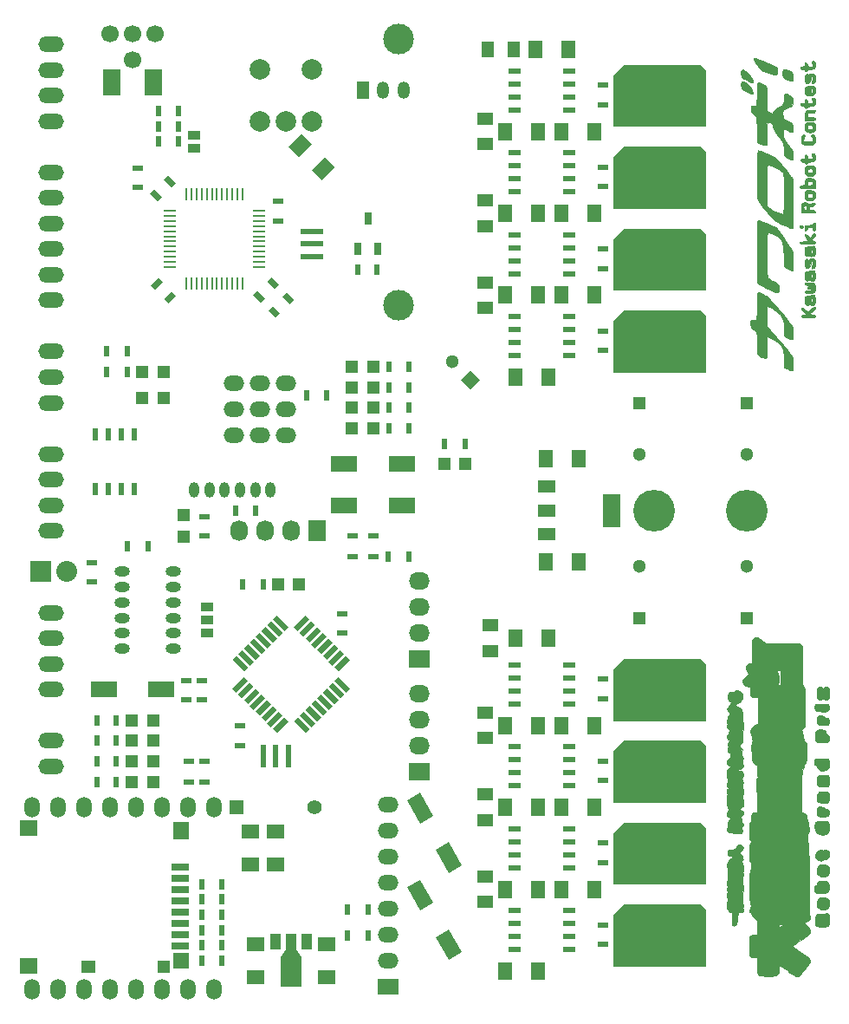
<source format=gbr>
G04 #@! TF.FileFunction,Soldermask,Top*
%FSLAX46Y46*%
G04 Gerber Fmt 4.6, Leading zero omitted, Abs format (unit mm)*
G04 Created by KiCad (PCBNEW 4.0.7) date 01/01/18 23:45:37*
%MOMM*%
%LPD*%
G01*
G04 APERTURE LIST*
%ADD10C,0.100000*%
%ADD11C,0.010000*%
%ADD12R,2.032000X1.727200*%
%ADD13O,2.032000X1.727200*%
%ADD14R,1.300000X1.300000*%
%ADD15C,1.300000*%
%ADD16O,1.524000X1.000000*%
%ADD17R,1.198880X1.198880*%
%ADD18R,1.300000X1.500000*%
%ADD19R,1.500000X1.300000*%
%ADD20O,1.000000X1.524000*%
%ADD21R,1.300000X0.250000*%
%ADD22R,0.250000X1.300000*%
%ADD23R,1.727200X2.032000*%
%ADD24O,1.727200X2.032000*%
%ADD25R,1.700000X1.200000*%
%ADD26R,1.700000X3.300000*%
%ADD27O,2.500000X1.500000*%
%ADD28R,2.600000X1.500000*%
%ADD29R,1.000000X0.600000*%
%ADD30R,0.600000X1.000000*%
%ADD31R,1.400000X1.800000*%
%ADD32R,1.800000X1.400000*%
%ADD33R,1.300000X0.600000*%
%ADD34R,2.000000X1.500000*%
%ADD35O,2.000000X1.500000*%
%ADD36R,2.032000X2.032000*%
%ADD37O,2.032000X2.032000*%
%ADD38R,0.600000X1.300000*%
%ADD39R,0.800100X1.200000*%
%ADD40R,1.270000X0.965200*%
%ADD41R,0.600000X2.200000*%
%ADD42R,2.200000X0.600000*%
%ADD43C,4.064000*%
%ADD44R,1.700000X2.500000*%
%ADD45C,1.700000*%
%ADD46O,1.500000X2.000000*%
%ADD47R,1.678940X0.800100*%
%ADD48R,1.300480X1.290320*%
%ADD49R,1.699260X1.501140*%
%ADD50R,1.501140X1.699260*%
%ADD51R,1.399540X1.290320*%
%ADD52R,1.501140X1.600200*%
%ADD53R,1.397000X1.397000*%
%ADD54C,1.397000*%
%ADD55R,1.200000X1.700000*%
%ADD56O,1.200000X1.700000*%
%ADD57C,3.000000*%
%ADD58C,2.000000*%
%ADD59R,1.000760X1.501140*%
%ADD60R,1.998980X2.999740*%
%ADD61C,0.026000*%
G04 APERTURE END LIST*
D10*
D11*
G36*
X77688867Y-88074208D02*
X77689530Y-88055086D01*
X77698443Y-87856305D01*
X77711614Y-87722262D01*
X77733390Y-87633031D01*
X77768117Y-87568684D01*
X77805169Y-87524880D01*
X77936801Y-87437106D01*
X78111860Y-87387262D01*
X78294858Y-87382609D01*
X78393534Y-87404473D01*
X78522840Y-87422911D01*
X78617119Y-87389413D01*
X78759709Y-87336451D01*
X78879337Y-87357878D01*
X78972273Y-87429424D01*
X79016092Y-87479145D01*
X79044914Y-87535547D01*
X79061897Y-87616601D01*
X79070198Y-87740281D01*
X79072977Y-87924558D01*
X79073225Y-88003881D01*
X79071872Y-88216403D01*
X79065237Y-88361471D01*
X79050823Y-88456249D01*
X79026135Y-88517905D01*
X78992376Y-88559957D01*
X78949446Y-88594078D01*
X78890744Y-88617239D01*
X78800544Y-88631494D01*
X78663123Y-88638899D01*
X78462754Y-88641506D01*
X78366894Y-88641666D01*
X78109581Y-88640212D01*
X77925240Y-88629096D01*
X77802178Y-88598194D01*
X77728703Y-88537380D01*
X77693122Y-88436528D01*
X77683740Y-88285513D01*
X77688867Y-88074208D01*
X77688867Y-88074208D01*
G37*
X77688867Y-88074208D02*
X77689530Y-88055086D01*
X77698443Y-87856305D01*
X77711614Y-87722262D01*
X77733390Y-87633031D01*
X77768117Y-87568684D01*
X77805169Y-87524880D01*
X77936801Y-87437106D01*
X78111860Y-87387262D01*
X78294858Y-87382609D01*
X78393534Y-87404473D01*
X78522840Y-87422911D01*
X78617119Y-87389413D01*
X78759709Y-87336451D01*
X78879337Y-87357878D01*
X78972273Y-87429424D01*
X79016092Y-87479145D01*
X79044914Y-87535547D01*
X79061897Y-87616601D01*
X79070198Y-87740281D01*
X79072977Y-87924558D01*
X79073225Y-88003881D01*
X79071872Y-88216403D01*
X79065237Y-88361471D01*
X79050823Y-88456249D01*
X79026135Y-88517905D01*
X78992376Y-88559957D01*
X78949446Y-88594078D01*
X78890744Y-88617239D01*
X78800544Y-88631494D01*
X78663123Y-88638899D01*
X78462754Y-88641506D01*
X78366894Y-88641666D01*
X78109581Y-88640212D01*
X77925240Y-88629096D01*
X77802178Y-88598194D01*
X77728703Y-88537380D01*
X77693122Y-88436528D01*
X77683740Y-88285513D01*
X77688867Y-88074208D01*
G36*
X77871096Y-86251107D02*
X77934954Y-86041334D01*
X78055637Y-85893535D01*
X78235558Y-85804818D01*
X78245748Y-85801990D01*
X78471969Y-85770253D01*
X78684876Y-85793345D01*
X78865856Y-85865607D01*
X78996298Y-85981382D01*
X79031142Y-86040752D01*
X79070610Y-86192541D01*
X79080169Y-86382407D01*
X79061429Y-86573969D01*
X79016003Y-86730849D01*
X78999161Y-86762886D01*
X78874355Y-86891348D01*
X78687421Y-86966863D01*
X78466167Y-86988582D01*
X78466167Y-86398000D01*
X78487333Y-86376833D01*
X78466167Y-86355666D01*
X78445000Y-86376833D01*
X78466167Y-86398000D01*
X78466167Y-86988582D01*
X78444943Y-86990666D01*
X78225760Y-86954288D01*
X78051435Y-86851588D01*
X77929458Y-86692216D01*
X77867315Y-86485823D01*
X77871096Y-86251107D01*
X77871096Y-86251107D01*
G37*
X77871096Y-86251107D02*
X77934954Y-86041334D01*
X78055637Y-85893535D01*
X78235558Y-85804818D01*
X78245748Y-85801990D01*
X78471969Y-85770253D01*
X78684876Y-85793345D01*
X78865856Y-85865607D01*
X78996298Y-85981382D01*
X79031142Y-86040752D01*
X79070610Y-86192541D01*
X79080169Y-86382407D01*
X79061429Y-86573969D01*
X79016003Y-86730849D01*
X78999161Y-86762886D01*
X78874355Y-86891348D01*
X78687421Y-86966863D01*
X78466167Y-86988582D01*
X78466167Y-86398000D01*
X78487333Y-86376833D01*
X78466167Y-86355666D01*
X78445000Y-86376833D01*
X78466167Y-86398000D01*
X78466167Y-86988582D01*
X78444943Y-86990666D01*
X78225760Y-86954288D01*
X78051435Y-86851588D01*
X77929458Y-86692216D01*
X77867315Y-86485823D01*
X77871096Y-86251107D01*
G36*
X77613642Y-84858077D02*
X77653005Y-84730098D01*
X77716825Y-84643697D01*
X77781746Y-84620000D01*
X77828668Y-84584802D01*
X77888612Y-84495600D01*
X77916929Y-84440083D01*
X78004070Y-84297641D01*
X78117629Y-84209419D01*
X78276777Y-84165309D01*
X78457685Y-84154957D01*
X78700076Y-84178748D01*
X78877569Y-84253063D01*
X78994862Y-84380208D01*
X79019835Y-84430952D01*
X79066905Y-84621235D01*
X79073921Y-84841524D01*
X79041110Y-85048290D01*
X79016220Y-85119001D01*
X78946692Y-85229530D01*
X78841835Y-85306661D01*
X78689790Y-85354119D01*
X78478696Y-85375630D01*
X78200996Y-85375058D01*
X78000375Y-85367048D01*
X77866251Y-85355848D01*
X77780457Y-85337484D01*
X77724827Y-85307980D01*
X77681193Y-85263363D01*
X77679186Y-85260893D01*
X77623042Y-85146533D01*
X77602424Y-85004575D01*
X77613642Y-84858077D01*
X77613642Y-84858077D01*
G37*
X77613642Y-84858077D02*
X77653005Y-84730098D01*
X77716825Y-84643697D01*
X77781746Y-84620000D01*
X77828668Y-84584802D01*
X77888612Y-84495600D01*
X77916929Y-84440083D01*
X78004070Y-84297641D01*
X78117629Y-84209419D01*
X78276777Y-84165309D01*
X78457685Y-84154957D01*
X78700076Y-84178748D01*
X78877569Y-84253063D01*
X78994862Y-84380208D01*
X79019835Y-84430952D01*
X79066905Y-84621235D01*
X79073921Y-84841524D01*
X79041110Y-85048290D01*
X79016220Y-85119001D01*
X78946692Y-85229530D01*
X78841835Y-85306661D01*
X78689790Y-85354119D01*
X78478696Y-85375630D01*
X78200996Y-85375058D01*
X78000375Y-85367048D01*
X77866251Y-85355848D01*
X77780457Y-85337484D01*
X77724827Y-85307980D01*
X77681193Y-85263363D01*
X77679186Y-85260893D01*
X77623042Y-85146533D01*
X77602424Y-85004575D01*
X77613642Y-84858077D01*
G36*
X77871096Y-83033774D02*
X77934954Y-82824000D01*
X78055637Y-82676201D01*
X78235558Y-82587485D01*
X78245748Y-82584657D01*
X78471969Y-82552920D01*
X78684876Y-82576012D01*
X78865856Y-82648274D01*
X78996298Y-82764048D01*
X79031142Y-82823419D01*
X79070610Y-82975208D01*
X79080169Y-83165073D01*
X79061429Y-83356636D01*
X79016003Y-83513515D01*
X78999161Y-83545553D01*
X78874355Y-83674014D01*
X78687421Y-83749530D01*
X78466167Y-83771249D01*
X78466167Y-83180666D01*
X78487333Y-83159500D01*
X78466167Y-83138333D01*
X78445000Y-83159500D01*
X78466167Y-83180666D01*
X78466167Y-83771249D01*
X78444943Y-83773333D01*
X78225760Y-83736955D01*
X78051435Y-83634255D01*
X77929458Y-83474883D01*
X77867315Y-83268490D01*
X77871096Y-83033774D01*
X77871096Y-83033774D01*
G37*
X77871096Y-83033774D02*
X77934954Y-82824000D01*
X78055637Y-82676201D01*
X78235558Y-82587485D01*
X78245748Y-82584657D01*
X78471969Y-82552920D01*
X78684876Y-82576012D01*
X78865856Y-82648274D01*
X78996298Y-82764048D01*
X79031142Y-82823419D01*
X79070610Y-82975208D01*
X79080169Y-83165073D01*
X79061429Y-83356636D01*
X79016003Y-83513515D01*
X78999161Y-83545553D01*
X78874355Y-83674014D01*
X78687421Y-83749530D01*
X78466167Y-83771249D01*
X78466167Y-83180666D01*
X78487333Y-83159500D01*
X78466167Y-83138333D01*
X78445000Y-83159500D01*
X78466167Y-83180666D01*
X78466167Y-83771249D01*
X78444943Y-83773333D01*
X78225760Y-83736955D01*
X78051435Y-83634255D01*
X77929458Y-83474883D01*
X77867315Y-83268490D01*
X77871096Y-83033774D01*
G36*
X77702132Y-81630041D02*
X77778143Y-81448462D01*
X77881638Y-81322918D01*
X77977226Y-81240675D01*
X78070955Y-81193554D01*
X78187620Y-81175677D01*
X78352013Y-81181170D01*
X78445000Y-81189393D01*
X78526103Y-81186838D01*
X78647167Y-81172788D01*
X78677833Y-81168069D01*
X78810381Y-81159839D01*
X78910978Y-81195183D01*
X78963583Y-81232375D01*
X79034390Y-81300479D01*
X79068638Y-81379700D01*
X79078316Y-81502527D01*
X79078305Y-81543322D01*
X79065061Y-81695681D01*
X79033430Y-81831457D01*
X79014011Y-81877852D01*
X78903841Y-82011070D01*
X78751476Y-82073412D01*
X78664633Y-82080000D01*
X78556370Y-82100412D01*
X78487333Y-82143500D01*
X78396929Y-82193719D01*
X78259091Y-82207316D01*
X78101945Y-82185866D01*
X77953616Y-82130944D01*
X77920549Y-82111750D01*
X77774027Y-81975714D01*
X77700991Y-81810468D01*
X77702132Y-81630041D01*
X77702132Y-81630041D01*
G37*
X77702132Y-81630041D02*
X77778143Y-81448462D01*
X77881638Y-81322918D01*
X77977226Y-81240675D01*
X78070955Y-81193554D01*
X78187620Y-81175677D01*
X78352013Y-81181170D01*
X78445000Y-81189393D01*
X78526103Y-81186838D01*
X78647167Y-81172788D01*
X78677833Y-81168069D01*
X78810381Y-81159839D01*
X78910978Y-81195183D01*
X78963583Y-81232375D01*
X79034390Y-81300479D01*
X79068638Y-81379700D01*
X79078316Y-81502527D01*
X79078305Y-81543322D01*
X79065061Y-81695681D01*
X79033430Y-81831457D01*
X79014011Y-81877852D01*
X78903841Y-82011070D01*
X78751476Y-82073412D01*
X78664633Y-82080000D01*
X78556370Y-82100412D01*
X78487333Y-82143500D01*
X78396929Y-82193719D01*
X78259091Y-82207316D01*
X78101945Y-82185866D01*
X77953616Y-82130944D01*
X77920549Y-82111750D01*
X77774027Y-81975714D01*
X77700991Y-81810468D01*
X77702132Y-81630041D01*
G36*
X77666472Y-78747828D02*
X77684991Y-78587829D01*
X77712648Y-78475376D01*
X77763088Y-78401619D01*
X77849953Y-78357710D01*
X77986887Y-78334800D01*
X78187531Y-78324042D01*
X78325796Y-78320204D01*
X78544301Y-78315291D01*
X78694870Y-78315377D01*
X78794196Y-78323016D01*
X78858976Y-78340757D01*
X78905902Y-78371152D01*
X78950674Y-78415691D01*
X79003543Y-78483658D01*
X79036796Y-78565372D01*
X79056448Y-78684102D01*
X79068513Y-78863118D01*
X79068998Y-78873486D01*
X79073256Y-79071143D01*
X79062197Y-79210755D01*
X79032687Y-79318063D01*
X79008481Y-79370666D01*
X78881916Y-79526487D01*
X78693799Y-79625117D01*
X78445686Y-79665812D01*
X78390723Y-79666934D01*
X78124157Y-79639451D01*
X77918853Y-79555652D01*
X77773406Y-79413753D01*
X77686410Y-79211971D01*
X77656460Y-78948523D01*
X77666472Y-78747828D01*
X77666472Y-78747828D01*
G37*
X77666472Y-78747828D02*
X77684991Y-78587829D01*
X77712648Y-78475376D01*
X77763088Y-78401619D01*
X77849953Y-78357710D01*
X77986887Y-78334800D01*
X78187531Y-78324042D01*
X78325796Y-78320204D01*
X78544301Y-78315291D01*
X78694870Y-78315377D01*
X78794196Y-78323016D01*
X78858976Y-78340757D01*
X78905902Y-78371152D01*
X78950674Y-78415691D01*
X79003543Y-78483658D01*
X79036796Y-78565372D01*
X79056448Y-78684102D01*
X79068513Y-78863118D01*
X79068998Y-78873486D01*
X79073256Y-79071143D01*
X79062197Y-79210755D01*
X79032687Y-79318063D01*
X79008481Y-79370666D01*
X78881916Y-79526487D01*
X78693799Y-79625117D01*
X78445686Y-79665812D01*
X78390723Y-79666934D01*
X78124157Y-79639451D01*
X77918853Y-79555652D01*
X77773406Y-79413753D01*
X77686410Y-79211971D01*
X77656460Y-78948523D01*
X77666472Y-78747828D01*
G36*
X77886797Y-77184113D02*
X77906537Y-77089661D01*
X77943358Y-77025989D01*
X77980731Y-76990356D01*
X78120008Y-76925888D01*
X78283969Y-76917758D01*
X78437064Y-76964302D01*
X78506109Y-77014927D01*
X78616282Y-77089009D01*
X78753231Y-77137792D01*
X78768768Y-77140640D01*
X78897828Y-77181691D01*
X78997504Y-77247990D01*
X79005917Y-77257402D01*
X79060864Y-77378967D01*
X79078364Y-77538073D01*
X79057827Y-77696041D01*
X79014099Y-77794914D01*
X78978924Y-77836527D01*
X78931855Y-77863681D01*
X78855812Y-77879432D01*
X78733714Y-77886835D01*
X78548477Y-77888942D01*
X78487957Y-77889000D01*
X78253834Y-77885623D01*
X78090974Y-77870302D01*
X77986074Y-77835249D01*
X77925830Y-77772676D01*
X77896941Y-77674795D01*
X77886215Y-77536726D01*
X77881052Y-77327188D01*
X77886797Y-77184113D01*
X77886797Y-77184113D01*
G37*
X77886797Y-77184113D02*
X77906537Y-77089661D01*
X77943358Y-77025989D01*
X77980731Y-76990356D01*
X78120008Y-76925888D01*
X78283969Y-76917758D01*
X78437064Y-76964302D01*
X78506109Y-77014927D01*
X78616282Y-77089009D01*
X78753231Y-77137792D01*
X78768768Y-77140640D01*
X78897828Y-77181691D01*
X78997504Y-77247990D01*
X79005917Y-77257402D01*
X79060864Y-77378967D01*
X79078364Y-77538073D01*
X79057827Y-77696041D01*
X79014099Y-77794914D01*
X78978924Y-77836527D01*
X78931855Y-77863681D01*
X78855812Y-77879432D01*
X78733714Y-77886835D01*
X78548477Y-77888942D01*
X78487957Y-77889000D01*
X78253834Y-77885623D01*
X78090974Y-77870302D01*
X77986074Y-77835249D01*
X77925830Y-77772676D01*
X77896941Y-77674795D01*
X77886215Y-77536726D01*
X77881052Y-77327188D01*
X77886797Y-77184113D01*
G36*
X77881991Y-75852500D02*
X77937503Y-75681657D01*
X78024639Y-75551181D01*
X78085952Y-75495229D01*
X78147747Y-75460576D01*
X78231690Y-75442149D01*
X78359448Y-75434874D01*
X78526410Y-75433666D01*
X78751855Y-75438794D01*
X78906206Y-75462743D01*
X79002828Y-75518366D01*
X79055082Y-75618515D01*
X79076333Y-75776042D01*
X79080000Y-75966090D01*
X79078317Y-76144224D01*
X79069221Y-76260811D01*
X79046641Y-76338962D01*
X79004506Y-76401786D01*
X78950627Y-76458552D01*
X78821254Y-76587925D01*
X78453210Y-76558476D01*
X78274151Y-76538328D01*
X78118864Y-76510407D01*
X78013421Y-76479745D01*
X77993915Y-76469824D01*
X77914275Y-76372165D01*
X77869595Y-76221137D01*
X77859095Y-76040121D01*
X77881991Y-75852500D01*
X77881991Y-75852500D01*
G37*
X77881991Y-75852500D02*
X77937503Y-75681657D01*
X78024639Y-75551181D01*
X78085952Y-75495229D01*
X78147747Y-75460576D01*
X78231690Y-75442149D01*
X78359448Y-75434874D01*
X78526410Y-75433666D01*
X78751855Y-75438794D01*
X78906206Y-75462743D01*
X79002828Y-75518366D01*
X79055082Y-75618515D01*
X79076333Y-75776042D01*
X79080000Y-75966090D01*
X79078317Y-76144224D01*
X79069221Y-76260811D01*
X79046641Y-76338962D01*
X79004506Y-76401786D01*
X78950627Y-76458552D01*
X78821254Y-76587925D01*
X78453210Y-76558476D01*
X78274151Y-76538328D01*
X78118864Y-76510407D01*
X78013421Y-76479745D01*
X77993915Y-76469824D01*
X77914275Y-76372165D01*
X77869595Y-76221137D01*
X77859095Y-76040121D01*
X77881991Y-75852500D01*
G36*
X77891361Y-74169237D02*
X77910948Y-74105329D01*
X77977113Y-73981416D01*
X78063887Y-73899102D01*
X78188262Y-73850766D01*
X78367234Y-73828786D01*
X78536013Y-73825000D01*
X78715530Y-73826679D01*
X78831256Y-73835115D01*
X78904051Y-73855408D01*
X78954774Y-73892658D01*
X78992261Y-73936542D01*
X79044420Y-74051442D01*
X79076446Y-74220020D01*
X79088146Y-74415163D01*
X79079325Y-74609763D01*
X79049789Y-74776709D01*
X78999345Y-74888890D01*
X78999077Y-74889223D01*
X78949808Y-74938848D01*
X78886077Y-74970392D01*
X78787160Y-74989195D01*
X78632333Y-75000592D01*
X78552837Y-75004161D01*
X78284267Y-75003001D01*
X78091693Y-74973438D01*
X77970942Y-74914297D01*
X77917971Y-74825058D01*
X77881071Y-74575098D01*
X77872128Y-74349000D01*
X77891361Y-74169237D01*
X77891361Y-74169237D01*
G37*
X77891361Y-74169237D02*
X77910948Y-74105329D01*
X77977113Y-73981416D01*
X78063887Y-73899102D01*
X78188262Y-73850766D01*
X78367234Y-73828786D01*
X78536013Y-73825000D01*
X78715530Y-73826679D01*
X78831256Y-73835115D01*
X78904051Y-73855408D01*
X78954774Y-73892658D01*
X78992261Y-73936542D01*
X79044420Y-74051442D01*
X79076446Y-74220020D01*
X79088146Y-74415163D01*
X79079325Y-74609763D01*
X79049789Y-74776709D01*
X78999345Y-74888890D01*
X78999077Y-74889223D01*
X78949808Y-74938848D01*
X78886077Y-74970392D01*
X78787160Y-74989195D01*
X78632333Y-75000592D01*
X78552837Y-75004161D01*
X78284267Y-75003001D01*
X78091693Y-74973438D01*
X77970942Y-74914297D01*
X77917971Y-74825058D01*
X77881071Y-74575098D01*
X77872128Y-74349000D01*
X77891361Y-74169237D01*
G36*
X77634419Y-72369452D02*
X77664234Y-72310419D01*
X77694355Y-72273532D01*
X77733864Y-72247795D01*
X77797107Y-72231210D01*
X77898430Y-72221775D01*
X78052179Y-72217491D01*
X78272699Y-72216358D01*
X78339167Y-72216333D01*
X78578406Y-72216995D01*
X78747327Y-72220314D01*
X78860276Y-72228289D01*
X78931598Y-72242921D01*
X78975640Y-72266209D01*
X79006747Y-72300154D01*
X79014099Y-72310419D01*
X79049884Y-72408477D01*
X79071854Y-72562651D01*
X79079795Y-72745489D01*
X79073493Y-72929540D01*
X79052735Y-73087353D01*
X79020923Y-73185340D01*
X78936477Y-73290741D01*
X78813117Y-73357739D01*
X78635387Y-73392172D01*
X78452327Y-73400166D01*
X78287698Y-73398189D01*
X78181353Y-73385357D01*
X78106979Y-73354256D01*
X78038263Y-73297474D01*
X78018410Y-73277923D01*
X77939379Y-73178250D01*
X77896961Y-73084549D01*
X77894667Y-73065208D01*
X77855910Y-72977117D01*
X77791407Y-72936978D01*
X77693813Y-72874655D01*
X77643240Y-72813809D01*
X77605483Y-72680435D01*
X77603134Y-72518138D01*
X77634419Y-72369452D01*
X77634419Y-72369452D01*
G37*
X77634419Y-72369452D02*
X77664234Y-72310419D01*
X77694355Y-72273532D01*
X77733864Y-72247795D01*
X77797107Y-72231210D01*
X77898430Y-72221775D01*
X78052179Y-72217491D01*
X78272699Y-72216358D01*
X78339167Y-72216333D01*
X78578406Y-72216995D01*
X78747327Y-72220314D01*
X78860276Y-72228289D01*
X78931598Y-72242921D01*
X78975640Y-72266209D01*
X79006747Y-72300154D01*
X79014099Y-72310419D01*
X79049884Y-72408477D01*
X79071854Y-72562651D01*
X79079795Y-72745489D01*
X79073493Y-72929540D01*
X79052735Y-73087353D01*
X79020923Y-73185340D01*
X78936477Y-73290741D01*
X78813117Y-73357739D01*
X78635387Y-73392172D01*
X78452327Y-73400166D01*
X78287698Y-73398189D01*
X78181353Y-73385357D01*
X78106979Y-73354256D01*
X78038263Y-73297474D01*
X78018410Y-73277923D01*
X77939379Y-73178250D01*
X77896961Y-73084549D01*
X77894667Y-73065208D01*
X77855910Y-72977117D01*
X77791407Y-72936978D01*
X77693813Y-72874655D01*
X77643240Y-72813809D01*
X77605483Y-72680435D01*
X77603134Y-72518138D01*
X77634419Y-72369452D01*
G36*
X77687382Y-70046434D02*
X77689205Y-69995619D01*
X77699153Y-69815247D01*
X77715067Y-69696437D01*
X77743361Y-69616088D01*
X77790450Y-69551097D01*
X77821654Y-69518530D01*
X77893853Y-69455248D01*
X77968910Y-69419875D01*
X78074355Y-69404532D01*
X78231172Y-69401334D01*
X78396644Y-69405849D01*
X78504563Y-69423674D01*
X78581792Y-69461582D01*
X78630072Y-69501900D01*
X78713591Y-69608870D01*
X78763667Y-69723983D01*
X78794924Y-69810582D01*
X78831288Y-69845666D01*
X78886347Y-69873109D01*
X78966472Y-69940126D01*
X78976091Y-69949576D01*
X79055573Y-70082831D01*
X79083381Y-70250222D01*
X79058164Y-70417799D01*
X78999136Y-70528893D01*
X78955208Y-70574582D01*
X78899834Y-70604832D01*
X78814689Y-70623716D01*
X78681448Y-70635307D01*
X78482872Y-70643642D01*
X78186874Y-70645014D01*
X77966657Y-70625231D01*
X77815637Y-70582739D01*
X77727228Y-70515982D01*
X77700199Y-70458763D01*
X77689852Y-70369081D01*
X77685362Y-70222451D01*
X77687382Y-70046434D01*
X77687382Y-70046434D01*
G37*
X77687382Y-70046434D02*
X77689205Y-69995619D01*
X77699153Y-69815247D01*
X77715067Y-69696437D01*
X77743361Y-69616088D01*
X77790450Y-69551097D01*
X77821654Y-69518530D01*
X77893853Y-69455248D01*
X77968910Y-69419875D01*
X78074355Y-69404532D01*
X78231172Y-69401334D01*
X78396644Y-69405849D01*
X78504563Y-69423674D01*
X78581792Y-69461582D01*
X78630072Y-69501900D01*
X78713591Y-69608870D01*
X78763667Y-69723983D01*
X78794924Y-69810582D01*
X78831288Y-69845666D01*
X78886347Y-69873109D01*
X78966472Y-69940126D01*
X78976091Y-69949576D01*
X79055573Y-70082831D01*
X79083381Y-70250222D01*
X79058164Y-70417799D01*
X78999136Y-70528893D01*
X78955208Y-70574582D01*
X78899834Y-70604832D01*
X78814689Y-70623716D01*
X78681448Y-70635307D01*
X78482872Y-70643642D01*
X78186874Y-70645014D01*
X77966657Y-70625231D01*
X77815637Y-70582739D01*
X77727228Y-70515982D01*
X77700199Y-70458763D01*
X77689852Y-70369081D01*
X77685362Y-70222451D01*
X77687382Y-70046434D01*
G36*
X77882726Y-68244364D02*
X77906361Y-68154992D01*
X77992958Y-68064290D01*
X78124348Y-68012846D01*
X78273892Y-68001124D01*
X78414953Y-68029586D01*
X78520893Y-68098696D01*
X78550288Y-68143798D01*
X78596881Y-68206042D01*
X78680058Y-68232903D01*
X78770138Y-68237000D01*
X78904330Y-68250518D01*
X78987817Y-68298981D01*
X79014099Y-68331086D01*
X79067412Y-68467262D01*
X79077411Y-68634530D01*
X79045176Y-68793637D01*
X78999077Y-68877889D01*
X78949808Y-68927514D01*
X78886077Y-68959059D01*
X78787160Y-68977861D01*
X78632333Y-68989259D01*
X78552837Y-68992828D01*
X78284267Y-68991667D01*
X78091693Y-68962105D01*
X77970942Y-68902964D01*
X77917971Y-68813724D01*
X77886080Y-68603011D01*
X77874189Y-68405140D01*
X77882726Y-68244364D01*
X77882726Y-68244364D01*
G37*
X77882726Y-68244364D02*
X77906361Y-68154992D01*
X77992958Y-68064290D01*
X78124348Y-68012846D01*
X78273892Y-68001124D01*
X78414953Y-68029586D01*
X78520893Y-68098696D01*
X78550288Y-68143798D01*
X78596881Y-68206042D01*
X78680058Y-68232903D01*
X78770138Y-68237000D01*
X78904330Y-68250518D01*
X78987817Y-68298981D01*
X79014099Y-68331086D01*
X79067412Y-68467262D01*
X79077411Y-68634530D01*
X79045176Y-68793637D01*
X78999077Y-68877889D01*
X78949808Y-68927514D01*
X78886077Y-68959059D01*
X78787160Y-68977861D01*
X78632333Y-68989259D01*
X78552837Y-68992828D01*
X78284267Y-68991667D01*
X78091693Y-68962105D01*
X77970942Y-68902964D01*
X77917971Y-68813724D01*
X77886080Y-68603011D01*
X77874189Y-68405140D01*
X77882726Y-68244364D01*
G36*
X77705277Y-67005238D02*
X77749587Y-66948793D01*
X77794225Y-66920249D01*
X77870267Y-66900865D01*
X77991802Y-66889115D01*
X78172921Y-66883474D01*
X78363357Y-66882333D01*
X78591751Y-66883554D01*
X78751295Y-66888628D01*
X78857790Y-66899672D01*
X78927036Y-66918802D01*
X78974831Y-66948135D01*
X78995333Y-66967000D01*
X79064903Y-67090215D01*
X79084590Y-67248259D01*
X79055493Y-67408365D01*
X78978711Y-67537766D01*
X78976091Y-67540424D01*
X78926922Y-67584758D01*
X78873275Y-67614295D01*
X78797759Y-67632026D01*
X78682981Y-67640942D01*
X78511547Y-67644032D01*
X78371677Y-67644333D01*
X78116525Y-67640117D01*
X77932844Y-67624132D01*
X77807710Y-67591371D01*
X77728196Y-67536827D01*
X77681378Y-67455495D01*
X77658864Y-67368228D01*
X77650911Y-67167381D01*
X77705277Y-67005238D01*
X77705277Y-67005238D01*
G37*
X77705277Y-67005238D02*
X77749587Y-66948793D01*
X77794225Y-66920249D01*
X77870267Y-66900865D01*
X77991802Y-66889115D01*
X78172921Y-66883474D01*
X78363357Y-66882333D01*
X78591751Y-66883554D01*
X78751295Y-66888628D01*
X78857790Y-66899672D01*
X78927036Y-66918802D01*
X78974831Y-66948135D01*
X78995333Y-66967000D01*
X79064903Y-67090215D01*
X79084590Y-67248259D01*
X79055493Y-67408365D01*
X78978711Y-67537766D01*
X78976091Y-67540424D01*
X78926922Y-67584758D01*
X78873275Y-67614295D01*
X78797759Y-67632026D01*
X78682981Y-67640942D01*
X78511547Y-67644032D01*
X78371677Y-67644333D01*
X78116525Y-67640117D01*
X77932844Y-67624132D01*
X77807710Y-67591371D01*
X77728196Y-67536827D01*
X77681378Y-67455495D01*
X77658864Y-67368228D01*
X77650911Y-67167381D01*
X77705277Y-67005238D01*
G36*
X77896541Y-65642515D02*
X77904080Y-65503664D01*
X77920154Y-65413360D01*
X77947632Y-65353566D01*
X77979333Y-65316000D01*
X78105439Y-65242400D01*
X78247529Y-65247520D01*
X78366155Y-65311493D01*
X78441713Y-65364212D01*
X78495237Y-65363349D01*
X78567054Y-65311493D01*
X78705369Y-65244144D01*
X78853697Y-65241206D01*
X78981120Y-65302536D01*
X78992793Y-65313460D01*
X79029691Y-65360680D01*
X79053721Y-65425558D01*
X79067511Y-65525550D01*
X79073689Y-65678107D01*
X79074920Y-65858800D01*
X79073552Y-66065209D01*
X79067388Y-66204868D01*
X79053338Y-66295677D01*
X79028312Y-66355534D01*
X78989221Y-66402340D01*
X78979481Y-66411673D01*
X78842797Y-66488578D01*
X78693058Y-66487241D01*
X78567925Y-66421879D01*
X78496721Y-66370929D01*
X78442830Y-66369785D01*
X78365849Y-66419293D01*
X78356363Y-66426296D01*
X78228827Y-66480684D01*
X78092892Y-66479315D01*
X77979502Y-66426071D01*
X77936648Y-66373675D01*
X77919149Y-66300022D01*
X77905223Y-66163467D01*
X77896608Y-65985757D01*
X77894667Y-65847950D01*
X77896541Y-65642515D01*
X77896541Y-65642515D01*
G37*
X77896541Y-65642515D02*
X77904080Y-65503664D01*
X77920154Y-65413360D01*
X77947632Y-65353566D01*
X77979333Y-65316000D01*
X78105439Y-65242400D01*
X78247529Y-65247520D01*
X78366155Y-65311493D01*
X78441713Y-65364212D01*
X78495237Y-65363349D01*
X78567054Y-65311493D01*
X78705369Y-65244144D01*
X78853697Y-65241206D01*
X78981120Y-65302536D01*
X78992793Y-65313460D01*
X79029691Y-65360680D01*
X79053721Y-65425558D01*
X79067511Y-65525550D01*
X79073689Y-65678107D01*
X79074920Y-65858800D01*
X79073552Y-66065209D01*
X79067388Y-66204868D01*
X79053338Y-66295677D01*
X79028312Y-66355534D01*
X78989221Y-66402340D01*
X78979481Y-66411673D01*
X78842797Y-66488578D01*
X78693058Y-66487241D01*
X78567925Y-66421879D01*
X78496721Y-66370929D01*
X78442830Y-66369785D01*
X78365849Y-66419293D01*
X78356363Y-66426296D01*
X78228827Y-66480684D01*
X78092892Y-66479315D01*
X77979502Y-66426071D01*
X77936648Y-66373675D01*
X77919149Y-66300022D01*
X77905223Y-66163467D01*
X77896608Y-65985757D01*
X77894667Y-65847950D01*
X77896541Y-65642515D01*
G36*
X70625500Y-64610426D02*
X70681884Y-64474969D01*
X70746912Y-64397945D01*
X70851006Y-64289678D01*
X70970819Y-64172852D01*
X71083002Y-64070151D01*
X71164206Y-64004258D01*
X71171076Y-63999700D01*
X71171467Y-63953369D01*
X71137314Y-63852595D01*
X71075574Y-63716735D01*
X71054607Y-63675648D01*
X70963658Y-63480788D01*
X70926031Y-63332278D01*
X70942443Y-63210128D01*
X71013609Y-63094348D01*
X71077911Y-63024575D01*
X71194405Y-62935592D01*
X71327404Y-62904213D01*
X71372077Y-62903000D01*
X71544667Y-62903000D01*
X71544667Y-61777910D01*
X71544666Y-60652820D01*
X71668410Y-60529077D01*
X71792752Y-60435742D01*
X71930481Y-60405552D01*
X71946360Y-60405333D01*
X72037756Y-60409760D01*
X72121058Y-60428630D01*
X72212896Y-60470329D01*
X72329901Y-60543242D01*
X72488704Y-60655754D01*
X72588350Y-60729016D01*
X72894827Y-60955666D01*
X74177663Y-60959643D01*
X74521955Y-60961614D01*
X74859077Y-60965210D01*
X75174047Y-60970148D01*
X75451886Y-60976143D01*
X75677614Y-60982912D01*
X75836250Y-60990171D01*
X75855803Y-60991457D01*
X76044496Y-61006660D01*
X76169195Y-61024265D01*
X76250495Y-61050341D01*
X76308989Y-61090954D01*
X76353220Y-61138007D01*
X76455333Y-61256721D01*
X76455333Y-63160689D01*
X76455673Y-63620513D01*
X76456836Y-64002581D01*
X76459039Y-64313800D01*
X76462496Y-64561078D01*
X76467425Y-64751323D01*
X76474041Y-64891444D01*
X76482560Y-64988347D01*
X76493198Y-65048941D01*
X76506171Y-65080134D01*
X76515563Y-65087770D01*
X76573511Y-65139436D01*
X76634149Y-65234436D01*
X76639397Y-65245191D01*
X76655199Y-65290359D01*
X76668441Y-65358322D01*
X76679404Y-65456572D01*
X76688369Y-65592602D01*
X76695619Y-65773906D01*
X76701435Y-66007976D01*
X76706098Y-66302306D01*
X76709890Y-66664389D01*
X76713091Y-67101718D01*
X76713854Y-67227282D01*
X76716258Y-67674192D01*
X76717572Y-68044246D01*
X76717547Y-68345251D01*
X76715934Y-68585011D01*
X76712484Y-68771334D01*
X76706947Y-68912026D01*
X76699075Y-69014893D01*
X76688618Y-69087741D01*
X76675328Y-69138377D01*
X76658954Y-69174607D01*
X76651306Y-69187088D01*
X76567024Y-69280349D01*
X76480210Y-69336256D01*
X76382516Y-69373399D01*
X76505414Y-69937202D01*
X76563022Y-70187845D01*
X76612523Y-70368871D01*
X76658665Y-70494351D01*
X76706194Y-70578351D01*
X76732322Y-70609569D01*
X76836333Y-70718133D01*
X76836333Y-71651960D01*
X76836099Y-71956149D01*
X76834655Y-72187223D01*
X76830887Y-72356734D01*
X76823683Y-72476234D01*
X76811928Y-72557274D01*
X76794510Y-72611407D01*
X76770315Y-72650185D01*
X76738231Y-72685159D01*
X76736601Y-72686810D01*
X76690888Y-72749614D01*
X76645451Y-72850347D01*
X76596368Y-73000806D01*
X76539715Y-73212788D01*
X76482601Y-73450481D01*
X76328333Y-74113128D01*
X76328474Y-75143814D01*
X76329770Y-75481083D01*
X76333312Y-75836179D01*
X76338710Y-76185306D01*
X76345577Y-76504671D01*
X76353524Y-76770480D01*
X76356124Y-76837755D01*
X76383633Y-77501010D01*
X76522765Y-77527111D01*
X76626210Y-77556953D01*
X76710338Y-77610418D01*
X76780350Y-77698049D01*
X76841448Y-77830386D01*
X76898833Y-78017973D01*
X76957706Y-78271349D01*
X77004536Y-78503519D01*
X77061005Y-78808634D01*
X77096905Y-79043741D01*
X77112429Y-79220914D01*
X77107768Y-79352229D01*
X77083116Y-79449760D01*
X77038663Y-79525580D01*
X77021136Y-79546295D01*
X77003678Y-79571303D01*
X76990529Y-79608655D01*
X76981807Y-79666724D01*
X76977632Y-79753885D01*
X76978121Y-79878513D01*
X76983393Y-80048982D01*
X76993566Y-80273665D01*
X77008759Y-80560938D01*
X77029090Y-80919175D01*
X77044229Y-81178906D01*
X77065630Y-81537176D01*
X77086367Y-81871568D01*
X77105757Y-82171980D01*
X77123115Y-82428309D01*
X77137758Y-82630454D01*
X77149001Y-82768314D01*
X77156160Y-82831787D01*
X77156181Y-82831885D01*
X77159360Y-82891937D01*
X77160695Y-83028222D01*
X77160274Y-83232328D01*
X77158183Y-83495844D01*
X77154512Y-83810358D01*
X77149347Y-84167458D01*
X77142776Y-84558733D01*
X77134887Y-84975771D01*
X77132674Y-85085301D01*
X77122885Y-85575272D01*
X77115307Y-85987816D01*
X77110002Y-86330145D01*
X77107033Y-86609471D01*
X77106465Y-86833006D01*
X77108359Y-87007962D01*
X77112779Y-87141552D01*
X77119789Y-87240987D01*
X77129450Y-87313479D01*
X77141828Y-87366241D01*
X77152917Y-87397169D01*
X77215900Y-87624202D01*
X77203386Y-87819826D01*
X77115804Y-87980112D01*
X77085856Y-88010849D01*
X76982019Y-88089255D01*
X76885223Y-88133368D01*
X76863606Y-88136642D01*
X76746053Y-88146680D01*
X76685602Y-88174490D01*
X76682217Y-88230980D01*
X76735868Y-88327062D01*
X76846520Y-88473645D01*
X76862523Y-88493762D01*
X77015385Y-88689504D01*
X77128186Y-88852321D01*
X77197314Y-88991238D01*
X77219158Y-89115282D01*
X77190109Y-89233480D01*
X77106554Y-89354859D01*
X76964884Y-89488446D01*
X76761488Y-89643267D01*
X76492755Y-89828348D01*
X76269126Y-89977238D01*
X76035564Y-90132786D01*
X75827524Y-90272989D01*
X75654802Y-90391110D01*
X75527194Y-90480413D01*
X75454493Y-90534158D01*
X75441290Y-90546666D01*
X75475044Y-90574993D01*
X75569778Y-90643053D01*
X75715695Y-90744107D01*
X75903000Y-90871419D01*
X76121899Y-91018251D01*
X76269126Y-91116095D01*
X76573289Y-91321068D01*
X76818155Y-91493626D01*
X77000088Y-91631045D01*
X77115448Y-91730602D01*
X77157148Y-91780743D01*
X77210329Y-91961539D01*
X77191765Y-92140025D01*
X77186280Y-92155333D01*
X77148025Y-92218669D01*
X77066137Y-92332936D01*
X76951609Y-92484380D01*
X76815438Y-92659246D01*
X76668615Y-92843781D01*
X76522137Y-93024230D01*
X76386998Y-93186838D01*
X76274191Y-93317850D01*
X76194711Y-93403513D01*
X76172110Y-93424107D01*
X76030663Y-93491984D01*
X75902737Y-93510000D01*
X75842224Y-93504316D01*
X75773439Y-93483267D01*
X75686473Y-93440857D01*
X75571419Y-93371090D01*
X75418371Y-93267971D01*
X75217419Y-93125505D01*
X74966530Y-92943443D01*
X74190500Y-92376887D01*
X74190500Y-88720604D01*
X74400941Y-88564719D01*
X74611382Y-88408833D01*
X74436046Y-88397607D01*
X74436046Y-69144512D01*
X74437101Y-69144161D01*
X74460773Y-69105939D01*
X74470193Y-69008469D01*
X74465888Y-68841913D01*
X74459060Y-68733961D01*
X74445044Y-68493902D01*
X74433831Y-68223459D01*
X74427616Y-67976740D01*
X74427310Y-67951250D01*
X74420209Y-67742334D01*
X74404194Y-67610904D01*
X74379683Y-67560181D01*
X74376471Y-67559666D01*
X74348269Y-67590500D01*
X74354166Y-67623663D01*
X74362444Y-67685446D01*
X74370041Y-67816706D01*
X74376412Y-68002250D01*
X74381009Y-68226889D01*
X74383046Y-68425445D01*
X74386316Y-68708914D01*
X74392695Y-68915154D01*
X74402738Y-69051567D01*
X74417003Y-69125553D01*
X74436046Y-69144512D01*
X74436046Y-88397607D01*
X74406974Y-88395745D01*
X74284020Y-88391782D01*
X74201023Y-88396413D01*
X74191548Y-88399416D01*
X74191548Y-65019666D01*
X74338667Y-65019666D01*
X74338667Y-63622666D01*
X74164804Y-63622666D01*
X74056310Y-63627578D01*
X74014560Y-63648456D01*
X74021902Y-63694512D01*
X74022856Y-63696750D01*
X74093809Y-63922506D01*
X74136549Y-64187501D01*
X74149622Y-64462295D01*
X74131574Y-64717446D01*
X74083166Y-64917781D01*
X74064448Y-64985894D01*
X74092135Y-65014021D01*
X74184840Y-65019661D01*
X74191548Y-65019666D01*
X74191548Y-88399416D01*
X74183141Y-88402081D01*
X74173636Y-88453073D01*
X74175636Y-88552900D01*
X74177108Y-88571055D01*
X74190500Y-88720604D01*
X74190500Y-92376887D01*
X74179595Y-92763527D01*
X74169100Y-92981960D01*
X74144836Y-93149962D01*
X74096837Y-93274116D01*
X74015137Y-93361008D01*
X73889770Y-93417222D01*
X73710767Y-93449343D01*
X73468165Y-93463956D01*
X73151995Y-93467645D01*
X73113826Y-93467666D01*
X72799576Y-93464200D01*
X72558617Y-93452239D01*
X72379796Y-93429443D01*
X72251960Y-93393470D01*
X72163959Y-93341978D01*
X72104638Y-93272627D01*
X72093656Y-93253489D01*
X72072369Y-93171239D01*
X72057986Y-93014966D01*
X72050336Y-92781385D01*
X72049251Y-92467213D01*
X72049700Y-92406377D01*
X72056235Y-91653609D01*
X71772997Y-91657905D01*
X71618156Y-91657359D01*
X71520024Y-91643869D01*
X71450733Y-91608409D01*
X71382416Y-91541958D01*
X71369046Y-91527099D01*
X71248333Y-91391997D01*
X71248333Y-89701336D01*
X71370757Y-89564320D01*
X71442271Y-89490635D01*
X71508588Y-89450458D01*
X71597834Y-89434786D01*
X71738136Y-89434616D01*
X71772923Y-89435595D01*
X72052667Y-89443885D01*
X72052667Y-88812698D01*
X72050130Y-88582379D01*
X72043153Y-88375802D01*
X72032689Y-88210837D01*
X72019686Y-88105358D01*
X72013863Y-88083506D01*
X71970047Y-88012917D01*
X71881732Y-87898280D01*
X71762778Y-87756886D01*
X71657888Y-87639418D01*
X71525890Y-87490148D01*
X71415053Y-87355026D01*
X71338741Y-87250945D01*
X71311671Y-87201821D01*
X71298244Y-87055907D01*
X71331637Y-86899309D01*
X71401810Y-86773936D01*
X71418108Y-86757433D01*
X71470737Y-86703352D01*
X71477297Y-86655361D01*
X71438246Y-86579006D01*
X71420852Y-86550538D01*
X71386137Y-86474835D01*
X71356324Y-86362753D01*
X71329271Y-86201871D01*
X71302839Y-85979767D01*
X71278339Y-85723186D01*
X71258831Y-85473587D01*
X71246351Y-85249980D01*
X71241464Y-85068731D01*
X71244733Y-84946207D01*
X71250281Y-84909543D01*
X71265501Y-84780024D01*
X71254411Y-84681146D01*
X71245510Y-84588263D01*
X71246764Y-84430738D01*
X71256493Y-84227169D01*
X71273015Y-83996151D01*
X71294648Y-83756279D01*
X71319712Y-83526149D01*
X71346524Y-83324358D01*
X71373404Y-83169500D01*
X71398670Y-83080173D01*
X71399280Y-83078912D01*
X71432818Y-82968241D01*
X71454871Y-82813453D01*
X71460000Y-82700641D01*
X71453179Y-82540728D01*
X71427493Y-82435415D01*
X71375102Y-82355356D01*
X71364750Y-82344025D01*
X71328946Y-82300965D01*
X71302996Y-82250384D01*
X71284946Y-82178187D01*
X71272837Y-82070280D01*
X71264714Y-81912568D01*
X71258619Y-81690958D01*
X71255881Y-81559783D01*
X71251410Y-81250504D01*
X71253091Y-81013444D01*
X71262652Y-80836272D01*
X71281825Y-80706654D01*
X71312339Y-80612259D01*
X71355924Y-80540754D01*
X71406365Y-80487064D01*
X71516502Y-80384993D01*
X71422158Y-80297098D01*
X71361878Y-80232461D01*
X71317189Y-80158032D01*
X71285829Y-80060663D01*
X71265536Y-79927208D01*
X71254050Y-79744520D01*
X71249109Y-79499452D01*
X71248333Y-79286492D01*
X71248759Y-79024811D01*
X71251220Y-78833725D01*
X71257490Y-78699162D01*
X71269344Y-78607050D01*
X71288554Y-78543318D01*
X71316896Y-78493893D01*
X71354167Y-78447053D01*
X71421552Y-78345952D01*
X71453157Y-78229537D01*
X71460000Y-78090289D01*
X71482003Y-77832784D01*
X71549258Y-77645353D01*
X71663631Y-77525365D01*
X71826988Y-77470188D01*
X71903010Y-77465666D01*
X71942490Y-77468551D01*
X71975017Y-77472245D01*
X72001021Y-77469305D01*
X72020926Y-77452290D01*
X72035162Y-77413759D01*
X72044154Y-77346269D01*
X72048330Y-77242378D01*
X72048116Y-77094646D01*
X72043941Y-76895630D01*
X72036231Y-76637888D01*
X72025413Y-76313979D01*
X72011915Y-75916461D01*
X72004568Y-75696103D01*
X71991638Y-75301304D01*
X71981744Y-74982241D01*
X71975099Y-74730035D01*
X71971917Y-74535802D01*
X71972412Y-74390660D01*
X71976797Y-74285729D01*
X71985288Y-74212124D01*
X71998097Y-74160966D01*
X72015438Y-74123370D01*
X72037526Y-74090457D01*
X72043422Y-74082450D01*
X72098669Y-73990484D01*
X72096110Y-73931225D01*
X72081546Y-73912809D01*
X72057694Y-73847902D01*
X72043684Y-73708720D01*
X72039245Y-73491389D01*
X72040808Y-73335712D01*
X72043873Y-73116608D01*
X72042654Y-72968382D01*
X72035268Y-72877280D01*
X72019833Y-72829547D01*
X71994466Y-72811429D01*
X71968717Y-72809000D01*
X71803506Y-72769492D01*
X71665749Y-72662258D01*
X71611941Y-72581770D01*
X71584330Y-72503260D01*
X71561062Y-72379282D01*
X71541028Y-72199976D01*
X71523121Y-71955480D01*
X71506648Y-71644833D01*
X71494053Y-71355275D01*
X71487344Y-71136933D01*
X71486912Y-70976534D01*
X71493148Y-70860805D01*
X71506446Y-70776474D01*
X71527195Y-70710269D01*
X71534765Y-70692333D01*
X71594477Y-70477498D01*
X71572968Y-70277992D01*
X71510148Y-70143379D01*
X71410586Y-69904950D01*
X71388469Y-69653761D01*
X71441955Y-69406742D01*
X71569199Y-69180822D01*
X71621664Y-69119494D01*
X71747143Y-69009639D01*
X71887023Y-68921324D01*
X71946833Y-68895375D01*
X72116167Y-68837568D01*
X72127353Y-67521284D01*
X72129260Y-67197176D01*
X72129368Y-66902044D01*
X72127802Y-66646051D01*
X72124688Y-66439360D01*
X72120151Y-66292133D01*
X72114316Y-66214532D01*
X72111098Y-66205000D01*
X72056331Y-66216149D01*
X71954529Y-66243836D01*
X71923830Y-66252885D01*
X71722383Y-66279403D01*
X71550459Y-66227463D01*
X71435225Y-66133606D01*
X71366002Y-66027365D01*
X71337010Y-65891672D01*
X71347228Y-65710777D01*
X71392890Y-65480341D01*
X71449763Y-65242515D01*
X71211465Y-65189648D01*
X70973065Y-65123564D01*
X70804991Y-65044117D01*
X70693141Y-64944314D01*
X70679403Y-64925822D01*
X70621958Y-64777532D01*
X70625500Y-64610426D01*
X70625500Y-64610426D01*
G37*
X70625500Y-64610426D02*
X70681884Y-64474969D01*
X70746912Y-64397945D01*
X70851006Y-64289678D01*
X70970819Y-64172852D01*
X71083002Y-64070151D01*
X71164206Y-64004258D01*
X71171076Y-63999700D01*
X71171467Y-63953369D01*
X71137314Y-63852595D01*
X71075574Y-63716735D01*
X71054607Y-63675648D01*
X70963658Y-63480788D01*
X70926031Y-63332278D01*
X70942443Y-63210128D01*
X71013609Y-63094348D01*
X71077911Y-63024575D01*
X71194405Y-62935592D01*
X71327404Y-62904213D01*
X71372077Y-62903000D01*
X71544667Y-62903000D01*
X71544667Y-61777910D01*
X71544666Y-60652820D01*
X71668410Y-60529077D01*
X71792752Y-60435742D01*
X71930481Y-60405552D01*
X71946360Y-60405333D01*
X72037756Y-60409760D01*
X72121058Y-60428630D01*
X72212896Y-60470329D01*
X72329901Y-60543242D01*
X72488704Y-60655754D01*
X72588350Y-60729016D01*
X72894827Y-60955666D01*
X74177663Y-60959643D01*
X74521955Y-60961614D01*
X74859077Y-60965210D01*
X75174047Y-60970148D01*
X75451886Y-60976143D01*
X75677614Y-60982912D01*
X75836250Y-60990171D01*
X75855803Y-60991457D01*
X76044496Y-61006660D01*
X76169195Y-61024265D01*
X76250495Y-61050341D01*
X76308989Y-61090954D01*
X76353220Y-61138007D01*
X76455333Y-61256721D01*
X76455333Y-63160689D01*
X76455673Y-63620513D01*
X76456836Y-64002581D01*
X76459039Y-64313800D01*
X76462496Y-64561078D01*
X76467425Y-64751323D01*
X76474041Y-64891444D01*
X76482560Y-64988347D01*
X76493198Y-65048941D01*
X76506171Y-65080134D01*
X76515563Y-65087770D01*
X76573511Y-65139436D01*
X76634149Y-65234436D01*
X76639397Y-65245191D01*
X76655199Y-65290359D01*
X76668441Y-65358322D01*
X76679404Y-65456572D01*
X76688369Y-65592602D01*
X76695619Y-65773906D01*
X76701435Y-66007976D01*
X76706098Y-66302306D01*
X76709890Y-66664389D01*
X76713091Y-67101718D01*
X76713854Y-67227282D01*
X76716258Y-67674192D01*
X76717572Y-68044246D01*
X76717547Y-68345251D01*
X76715934Y-68585011D01*
X76712484Y-68771334D01*
X76706947Y-68912026D01*
X76699075Y-69014893D01*
X76688618Y-69087741D01*
X76675328Y-69138377D01*
X76658954Y-69174607D01*
X76651306Y-69187088D01*
X76567024Y-69280349D01*
X76480210Y-69336256D01*
X76382516Y-69373399D01*
X76505414Y-69937202D01*
X76563022Y-70187845D01*
X76612523Y-70368871D01*
X76658665Y-70494351D01*
X76706194Y-70578351D01*
X76732322Y-70609569D01*
X76836333Y-70718133D01*
X76836333Y-71651960D01*
X76836099Y-71956149D01*
X76834655Y-72187223D01*
X76830887Y-72356734D01*
X76823683Y-72476234D01*
X76811928Y-72557274D01*
X76794510Y-72611407D01*
X76770315Y-72650185D01*
X76738231Y-72685159D01*
X76736601Y-72686810D01*
X76690888Y-72749614D01*
X76645451Y-72850347D01*
X76596368Y-73000806D01*
X76539715Y-73212788D01*
X76482601Y-73450481D01*
X76328333Y-74113128D01*
X76328474Y-75143814D01*
X76329770Y-75481083D01*
X76333312Y-75836179D01*
X76338710Y-76185306D01*
X76345577Y-76504671D01*
X76353524Y-76770480D01*
X76356124Y-76837755D01*
X76383633Y-77501010D01*
X76522765Y-77527111D01*
X76626210Y-77556953D01*
X76710338Y-77610418D01*
X76780350Y-77698049D01*
X76841448Y-77830386D01*
X76898833Y-78017973D01*
X76957706Y-78271349D01*
X77004536Y-78503519D01*
X77061005Y-78808634D01*
X77096905Y-79043741D01*
X77112429Y-79220914D01*
X77107768Y-79352229D01*
X77083116Y-79449760D01*
X77038663Y-79525580D01*
X77021136Y-79546295D01*
X77003678Y-79571303D01*
X76990529Y-79608655D01*
X76981807Y-79666724D01*
X76977632Y-79753885D01*
X76978121Y-79878513D01*
X76983393Y-80048982D01*
X76993566Y-80273665D01*
X77008759Y-80560938D01*
X77029090Y-80919175D01*
X77044229Y-81178906D01*
X77065630Y-81537176D01*
X77086367Y-81871568D01*
X77105757Y-82171980D01*
X77123115Y-82428309D01*
X77137758Y-82630454D01*
X77149001Y-82768314D01*
X77156160Y-82831787D01*
X77156181Y-82831885D01*
X77159360Y-82891937D01*
X77160695Y-83028222D01*
X77160274Y-83232328D01*
X77158183Y-83495844D01*
X77154512Y-83810358D01*
X77149347Y-84167458D01*
X77142776Y-84558733D01*
X77134887Y-84975771D01*
X77132674Y-85085301D01*
X77122885Y-85575272D01*
X77115307Y-85987816D01*
X77110002Y-86330145D01*
X77107033Y-86609471D01*
X77106465Y-86833006D01*
X77108359Y-87007962D01*
X77112779Y-87141552D01*
X77119789Y-87240987D01*
X77129450Y-87313479D01*
X77141828Y-87366241D01*
X77152917Y-87397169D01*
X77215900Y-87624202D01*
X77203386Y-87819826D01*
X77115804Y-87980112D01*
X77085856Y-88010849D01*
X76982019Y-88089255D01*
X76885223Y-88133368D01*
X76863606Y-88136642D01*
X76746053Y-88146680D01*
X76685602Y-88174490D01*
X76682217Y-88230980D01*
X76735868Y-88327062D01*
X76846520Y-88473645D01*
X76862523Y-88493762D01*
X77015385Y-88689504D01*
X77128186Y-88852321D01*
X77197314Y-88991238D01*
X77219158Y-89115282D01*
X77190109Y-89233480D01*
X77106554Y-89354859D01*
X76964884Y-89488446D01*
X76761488Y-89643267D01*
X76492755Y-89828348D01*
X76269126Y-89977238D01*
X76035564Y-90132786D01*
X75827524Y-90272989D01*
X75654802Y-90391110D01*
X75527194Y-90480413D01*
X75454493Y-90534158D01*
X75441290Y-90546666D01*
X75475044Y-90574993D01*
X75569778Y-90643053D01*
X75715695Y-90744107D01*
X75903000Y-90871419D01*
X76121899Y-91018251D01*
X76269126Y-91116095D01*
X76573289Y-91321068D01*
X76818155Y-91493626D01*
X77000088Y-91631045D01*
X77115448Y-91730602D01*
X77157148Y-91780743D01*
X77210329Y-91961539D01*
X77191765Y-92140025D01*
X77186280Y-92155333D01*
X77148025Y-92218669D01*
X77066137Y-92332936D01*
X76951609Y-92484380D01*
X76815438Y-92659246D01*
X76668615Y-92843781D01*
X76522137Y-93024230D01*
X76386998Y-93186838D01*
X76274191Y-93317850D01*
X76194711Y-93403513D01*
X76172110Y-93424107D01*
X76030663Y-93491984D01*
X75902737Y-93510000D01*
X75842224Y-93504316D01*
X75773439Y-93483267D01*
X75686473Y-93440857D01*
X75571419Y-93371090D01*
X75418371Y-93267971D01*
X75217419Y-93125505D01*
X74966530Y-92943443D01*
X74190500Y-92376887D01*
X74190500Y-88720604D01*
X74400941Y-88564719D01*
X74611382Y-88408833D01*
X74436046Y-88397607D01*
X74436046Y-69144512D01*
X74437101Y-69144161D01*
X74460773Y-69105939D01*
X74470193Y-69008469D01*
X74465888Y-68841913D01*
X74459060Y-68733961D01*
X74445044Y-68493902D01*
X74433831Y-68223459D01*
X74427616Y-67976740D01*
X74427310Y-67951250D01*
X74420209Y-67742334D01*
X74404194Y-67610904D01*
X74379683Y-67560181D01*
X74376471Y-67559666D01*
X74348269Y-67590500D01*
X74354166Y-67623663D01*
X74362444Y-67685446D01*
X74370041Y-67816706D01*
X74376412Y-68002250D01*
X74381009Y-68226889D01*
X74383046Y-68425445D01*
X74386316Y-68708914D01*
X74392695Y-68915154D01*
X74402738Y-69051567D01*
X74417003Y-69125553D01*
X74436046Y-69144512D01*
X74436046Y-88397607D01*
X74406974Y-88395745D01*
X74284020Y-88391782D01*
X74201023Y-88396413D01*
X74191548Y-88399416D01*
X74191548Y-65019666D01*
X74338667Y-65019666D01*
X74338667Y-63622666D01*
X74164804Y-63622666D01*
X74056310Y-63627578D01*
X74014560Y-63648456D01*
X74021902Y-63694512D01*
X74022856Y-63696750D01*
X74093809Y-63922506D01*
X74136549Y-64187501D01*
X74149622Y-64462295D01*
X74131574Y-64717446D01*
X74083166Y-64917781D01*
X74064448Y-64985894D01*
X74092135Y-65014021D01*
X74184840Y-65019661D01*
X74191548Y-65019666D01*
X74191548Y-88399416D01*
X74183141Y-88402081D01*
X74173636Y-88453073D01*
X74175636Y-88552900D01*
X74177108Y-88571055D01*
X74190500Y-88720604D01*
X74190500Y-92376887D01*
X74179595Y-92763527D01*
X74169100Y-92981960D01*
X74144836Y-93149962D01*
X74096837Y-93274116D01*
X74015137Y-93361008D01*
X73889770Y-93417222D01*
X73710767Y-93449343D01*
X73468165Y-93463956D01*
X73151995Y-93467645D01*
X73113826Y-93467666D01*
X72799576Y-93464200D01*
X72558617Y-93452239D01*
X72379796Y-93429443D01*
X72251960Y-93393470D01*
X72163959Y-93341978D01*
X72104638Y-93272627D01*
X72093656Y-93253489D01*
X72072369Y-93171239D01*
X72057986Y-93014966D01*
X72050336Y-92781385D01*
X72049251Y-92467213D01*
X72049700Y-92406377D01*
X72056235Y-91653609D01*
X71772997Y-91657905D01*
X71618156Y-91657359D01*
X71520024Y-91643869D01*
X71450733Y-91608409D01*
X71382416Y-91541958D01*
X71369046Y-91527099D01*
X71248333Y-91391997D01*
X71248333Y-89701336D01*
X71370757Y-89564320D01*
X71442271Y-89490635D01*
X71508588Y-89450458D01*
X71597834Y-89434786D01*
X71738136Y-89434616D01*
X71772923Y-89435595D01*
X72052667Y-89443885D01*
X72052667Y-88812698D01*
X72050130Y-88582379D01*
X72043153Y-88375802D01*
X72032689Y-88210837D01*
X72019686Y-88105358D01*
X72013863Y-88083506D01*
X71970047Y-88012917D01*
X71881732Y-87898280D01*
X71762778Y-87756886D01*
X71657888Y-87639418D01*
X71525890Y-87490148D01*
X71415053Y-87355026D01*
X71338741Y-87250945D01*
X71311671Y-87201821D01*
X71298244Y-87055907D01*
X71331637Y-86899309D01*
X71401810Y-86773936D01*
X71418108Y-86757433D01*
X71470737Y-86703352D01*
X71477297Y-86655361D01*
X71438246Y-86579006D01*
X71420852Y-86550538D01*
X71386137Y-86474835D01*
X71356324Y-86362753D01*
X71329271Y-86201871D01*
X71302839Y-85979767D01*
X71278339Y-85723186D01*
X71258831Y-85473587D01*
X71246351Y-85249980D01*
X71241464Y-85068731D01*
X71244733Y-84946207D01*
X71250281Y-84909543D01*
X71265501Y-84780024D01*
X71254411Y-84681146D01*
X71245510Y-84588263D01*
X71246764Y-84430738D01*
X71256493Y-84227169D01*
X71273015Y-83996151D01*
X71294648Y-83756279D01*
X71319712Y-83526149D01*
X71346524Y-83324358D01*
X71373404Y-83169500D01*
X71398670Y-83080173D01*
X71399280Y-83078912D01*
X71432818Y-82968241D01*
X71454871Y-82813453D01*
X71460000Y-82700641D01*
X71453179Y-82540728D01*
X71427493Y-82435415D01*
X71375102Y-82355356D01*
X71364750Y-82344025D01*
X71328946Y-82300965D01*
X71302996Y-82250384D01*
X71284946Y-82178187D01*
X71272837Y-82070280D01*
X71264714Y-81912568D01*
X71258619Y-81690958D01*
X71255881Y-81559783D01*
X71251410Y-81250504D01*
X71253091Y-81013444D01*
X71262652Y-80836272D01*
X71281825Y-80706654D01*
X71312339Y-80612259D01*
X71355924Y-80540754D01*
X71406365Y-80487064D01*
X71516502Y-80384993D01*
X71422158Y-80297098D01*
X71361878Y-80232461D01*
X71317189Y-80158032D01*
X71285829Y-80060663D01*
X71265536Y-79927208D01*
X71254050Y-79744520D01*
X71249109Y-79499452D01*
X71248333Y-79286492D01*
X71248759Y-79024811D01*
X71251220Y-78833725D01*
X71257490Y-78699162D01*
X71269344Y-78607050D01*
X71288554Y-78543318D01*
X71316896Y-78493893D01*
X71354167Y-78447053D01*
X71421552Y-78345952D01*
X71453157Y-78229537D01*
X71460000Y-78090289D01*
X71482003Y-77832784D01*
X71549258Y-77645353D01*
X71663631Y-77525365D01*
X71826988Y-77470188D01*
X71903010Y-77465666D01*
X71942490Y-77468551D01*
X71975017Y-77472245D01*
X72001021Y-77469305D01*
X72020926Y-77452290D01*
X72035162Y-77413759D01*
X72044154Y-77346269D01*
X72048330Y-77242378D01*
X72048116Y-77094646D01*
X72043941Y-76895630D01*
X72036231Y-76637888D01*
X72025413Y-76313979D01*
X72011915Y-75916461D01*
X72004568Y-75696103D01*
X71991638Y-75301304D01*
X71981744Y-74982241D01*
X71975099Y-74730035D01*
X71971917Y-74535802D01*
X71972412Y-74390660D01*
X71976797Y-74285729D01*
X71985288Y-74212124D01*
X71998097Y-74160966D01*
X72015438Y-74123370D01*
X72037526Y-74090457D01*
X72043422Y-74082450D01*
X72098669Y-73990484D01*
X72096110Y-73931225D01*
X72081546Y-73912809D01*
X72057694Y-73847902D01*
X72043684Y-73708720D01*
X72039245Y-73491389D01*
X72040808Y-73335712D01*
X72043873Y-73116608D01*
X72042654Y-72968382D01*
X72035268Y-72877280D01*
X72019833Y-72829547D01*
X71994466Y-72811429D01*
X71968717Y-72809000D01*
X71803506Y-72769492D01*
X71665749Y-72662258D01*
X71611941Y-72581770D01*
X71584330Y-72503260D01*
X71561062Y-72379282D01*
X71541028Y-72199976D01*
X71523121Y-71955480D01*
X71506648Y-71644833D01*
X71494053Y-71355275D01*
X71487344Y-71136933D01*
X71486912Y-70976534D01*
X71493148Y-70860805D01*
X71506446Y-70776474D01*
X71527195Y-70710269D01*
X71534765Y-70692333D01*
X71594477Y-70477498D01*
X71572968Y-70277992D01*
X71510148Y-70143379D01*
X71410586Y-69904950D01*
X71388469Y-69653761D01*
X71441955Y-69406742D01*
X71569199Y-69180822D01*
X71621664Y-69119494D01*
X71747143Y-69009639D01*
X71887023Y-68921324D01*
X71946833Y-68895375D01*
X72116167Y-68837568D01*
X72127353Y-67521284D01*
X72129260Y-67197176D01*
X72129368Y-66902044D01*
X72127802Y-66646051D01*
X72124688Y-66439360D01*
X72120151Y-66292133D01*
X72114316Y-66214532D01*
X72111098Y-66205000D01*
X72056331Y-66216149D01*
X71954529Y-66243836D01*
X71923830Y-66252885D01*
X71722383Y-66279403D01*
X71550459Y-66227463D01*
X71435225Y-66133606D01*
X71366002Y-66027365D01*
X71337010Y-65891672D01*
X71347228Y-65710777D01*
X71392890Y-65480341D01*
X71449763Y-65242515D01*
X71211465Y-65189648D01*
X70973065Y-65123564D01*
X70804991Y-65044117D01*
X70693141Y-64944314D01*
X70679403Y-64925822D01*
X70621958Y-64777532D01*
X70625500Y-64610426D01*
G36*
X69044406Y-85500640D02*
X69103410Y-85365712D01*
X69141700Y-85259038D01*
X69125351Y-85199878D01*
X69103009Y-85089603D01*
X69122673Y-84948762D01*
X69175802Y-84814712D01*
X69229650Y-84743679D01*
X69316965Y-84662333D01*
X69223408Y-84662333D01*
X69124454Y-84628276D01*
X69073767Y-84533288D01*
X69074596Y-84388146D01*
X69105048Y-84269802D01*
X69141660Y-84111156D01*
X69161681Y-83893805D01*
X69166217Y-83605547D01*
X69166135Y-83596617D01*
X69166678Y-83395147D01*
X69171756Y-83218132D01*
X69180481Y-83086848D01*
X69189846Y-83027893D01*
X69186372Y-82926470D01*
X69153789Y-82885126D01*
X69116374Y-82814616D01*
X69094271Y-82698480D01*
X69088840Y-82568727D01*
X69101443Y-82457367D01*
X69133016Y-82396666D01*
X69175593Y-82344810D01*
X69234279Y-82243675D01*
X69264872Y-82182089D01*
X69345512Y-82046948D01*
X69433212Y-81980292D01*
X69464606Y-81970969D01*
X69591934Y-81931693D01*
X69682000Y-81892326D01*
X69781993Y-81857324D01*
X69851333Y-81855235D01*
X69893398Y-81863998D01*
X69862864Y-81839766D01*
X69851304Y-81832260D01*
X69777351Y-81807101D01*
X69648880Y-81782871D01*
X69518155Y-81767282D01*
X69367888Y-81747425D01*
X69247476Y-81719835D01*
X69190101Y-81694796D01*
X69149942Y-81616706D01*
X69133685Y-81491925D01*
X69141401Y-81355007D01*
X69173164Y-81240506D01*
X69189082Y-81213328D01*
X69251053Y-81162597D01*
X69354118Y-81142145D01*
X69453666Y-81141812D01*
X69665033Y-81119685D01*
X69842434Y-81032025D01*
X70000395Y-80870563D01*
X70048282Y-80803345D01*
X70166762Y-80663956D01*
X70285036Y-80607060D01*
X70411528Y-80630921D01*
X70522755Y-80705688D01*
X70627628Y-80825719D01*
X70656087Y-80951338D01*
X70607503Y-81091486D01*
X70484365Y-81251731D01*
X70384668Y-81372796D01*
X70351200Y-81447244D01*
X70361505Y-81467508D01*
X70447086Y-81548380D01*
X70526935Y-81670569D01*
X70592754Y-81812302D01*
X70636243Y-81951804D01*
X70649106Y-82067300D01*
X70623043Y-82137015D01*
X70618023Y-82140601D01*
X70563066Y-82220209D01*
X70551076Y-82348147D01*
X70582682Y-82499419D01*
X70607405Y-82560290D01*
X70684565Y-82768880D01*
X70719816Y-82964855D01*
X70710951Y-83127208D01*
X70675878Y-83211679D01*
X70633305Y-83307191D01*
X70653782Y-83388813D01*
X70692641Y-83514259D01*
X70688999Y-83639539D01*
X70650333Y-83719400D01*
X70623575Y-83789364D01*
X70607139Y-83920484D01*
X70601575Y-84089817D01*
X70607429Y-84274419D01*
X70625250Y-84451347D01*
X70631866Y-84493000D01*
X70651483Y-84622847D01*
X70661618Y-84723756D01*
X70661996Y-84747000D01*
X70660022Y-84810092D01*
X70656577Y-84941188D01*
X70652078Y-85123643D01*
X70646941Y-85340816D01*
X70644530Y-85445500D01*
X70636483Y-85674663D01*
X70624088Y-85878309D01*
X70608786Y-86039224D01*
X70592018Y-86140196D01*
X70584612Y-86161083D01*
X70564244Y-86237707D01*
X70594580Y-86332325D01*
X70622224Y-86382396D01*
X70673086Y-86488744D01*
X70683995Y-86590765D01*
X70664300Y-86715157D01*
X70646499Y-86838334D01*
X70651737Y-86916941D01*
X70660672Y-86930260D01*
X70694853Y-86994496D01*
X70690508Y-87094583D01*
X70651913Y-87193317D01*
X70626780Y-87225172D01*
X70551617Y-87271042D01*
X70439987Y-87278600D01*
X70373363Y-87271419D01*
X70300045Y-87260759D01*
X70246313Y-87259489D01*
X70207513Y-87278860D01*
X70178991Y-87330126D01*
X70156091Y-87424537D01*
X70134160Y-87573345D01*
X70108544Y-87787803D01*
X70088646Y-87959728D01*
X70084167Y-87995553D01*
X70084167Y-84789333D01*
X70105333Y-84768166D01*
X70084167Y-84747000D01*
X70063000Y-84768166D01*
X70084167Y-84789333D01*
X70084167Y-87995553D01*
X70059266Y-88194725D01*
X70041833Y-88295045D01*
X70041833Y-81953000D01*
X70063000Y-81931833D01*
X70041833Y-81910666D01*
X70020667Y-81931833D01*
X70041833Y-81953000D01*
X70041833Y-88295045D01*
X70030842Y-88358295D01*
X69996753Y-88463334D01*
X69957167Y-88514047D01*
X69957167Y-81910666D01*
X69978333Y-81889500D01*
X69957167Y-81868333D01*
X69936000Y-81889500D01*
X69957167Y-81910666D01*
X69957167Y-88514047D01*
X69950381Y-88522741D01*
X69885105Y-88549416D01*
X69794305Y-88556256D01*
X69782433Y-88556352D01*
X69678388Y-88547310D01*
X69610661Y-88510582D01*
X69574858Y-88433579D01*
X69566589Y-88303713D01*
X69581463Y-88108397D01*
X69592551Y-88012070D01*
X69611824Y-87810930D01*
X69621232Y-87620510D01*
X69619674Y-87470227D01*
X69614683Y-87420841D01*
X69590329Y-87308675D01*
X69552706Y-87257735D01*
X69482766Y-87244774D01*
X69470310Y-87244666D01*
X69355377Y-87211221D01*
X69234990Y-87105059D01*
X69225598Y-87094219D01*
X69168174Y-87023836D01*
X69131442Y-86960961D01*
X69111275Y-86885145D01*
X69103540Y-86775939D01*
X69104110Y-86612896D01*
X69106249Y-86503285D01*
X69113046Y-86294827D01*
X69125221Y-86152727D01*
X69145909Y-86058705D01*
X69178242Y-85994482D01*
X69197621Y-85970214D01*
X69245800Y-85896143D01*
X69232920Y-85861122D01*
X69107099Y-85778246D01*
X69042558Y-85651568D01*
X69044406Y-85500640D01*
X69044406Y-85500640D01*
G37*
X69044406Y-85500640D02*
X69103410Y-85365712D01*
X69141700Y-85259038D01*
X69125351Y-85199878D01*
X69103009Y-85089603D01*
X69122673Y-84948762D01*
X69175802Y-84814712D01*
X69229650Y-84743679D01*
X69316965Y-84662333D01*
X69223408Y-84662333D01*
X69124454Y-84628276D01*
X69073767Y-84533288D01*
X69074596Y-84388146D01*
X69105048Y-84269802D01*
X69141660Y-84111156D01*
X69161681Y-83893805D01*
X69166217Y-83605547D01*
X69166135Y-83596617D01*
X69166678Y-83395147D01*
X69171756Y-83218132D01*
X69180481Y-83086848D01*
X69189846Y-83027893D01*
X69186372Y-82926470D01*
X69153789Y-82885126D01*
X69116374Y-82814616D01*
X69094271Y-82698480D01*
X69088840Y-82568727D01*
X69101443Y-82457367D01*
X69133016Y-82396666D01*
X69175593Y-82344810D01*
X69234279Y-82243675D01*
X69264872Y-82182089D01*
X69345512Y-82046948D01*
X69433212Y-81980292D01*
X69464606Y-81970969D01*
X69591934Y-81931693D01*
X69682000Y-81892326D01*
X69781993Y-81857324D01*
X69851333Y-81855235D01*
X69893398Y-81863998D01*
X69862864Y-81839766D01*
X69851304Y-81832260D01*
X69777351Y-81807101D01*
X69648880Y-81782871D01*
X69518155Y-81767282D01*
X69367888Y-81747425D01*
X69247476Y-81719835D01*
X69190101Y-81694796D01*
X69149942Y-81616706D01*
X69133685Y-81491925D01*
X69141401Y-81355007D01*
X69173164Y-81240506D01*
X69189082Y-81213328D01*
X69251053Y-81162597D01*
X69354118Y-81142145D01*
X69453666Y-81141812D01*
X69665033Y-81119685D01*
X69842434Y-81032025D01*
X70000395Y-80870563D01*
X70048282Y-80803345D01*
X70166762Y-80663956D01*
X70285036Y-80607060D01*
X70411528Y-80630921D01*
X70522755Y-80705688D01*
X70627628Y-80825719D01*
X70656087Y-80951338D01*
X70607503Y-81091486D01*
X70484365Y-81251731D01*
X70384668Y-81372796D01*
X70351200Y-81447244D01*
X70361505Y-81467508D01*
X70447086Y-81548380D01*
X70526935Y-81670569D01*
X70592754Y-81812302D01*
X70636243Y-81951804D01*
X70649106Y-82067300D01*
X70623043Y-82137015D01*
X70618023Y-82140601D01*
X70563066Y-82220209D01*
X70551076Y-82348147D01*
X70582682Y-82499419D01*
X70607405Y-82560290D01*
X70684565Y-82768880D01*
X70719816Y-82964855D01*
X70710951Y-83127208D01*
X70675878Y-83211679D01*
X70633305Y-83307191D01*
X70653782Y-83388813D01*
X70692641Y-83514259D01*
X70688999Y-83639539D01*
X70650333Y-83719400D01*
X70623575Y-83789364D01*
X70607139Y-83920484D01*
X70601575Y-84089817D01*
X70607429Y-84274419D01*
X70625250Y-84451347D01*
X70631866Y-84493000D01*
X70651483Y-84622847D01*
X70661618Y-84723756D01*
X70661996Y-84747000D01*
X70660022Y-84810092D01*
X70656577Y-84941188D01*
X70652078Y-85123643D01*
X70646941Y-85340816D01*
X70644530Y-85445500D01*
X70636483Y-85674663D01*
X70624088Y-85878309D01*
X70608786Y-86039224D01*
X70592018Y-86140196D01*
X70584612Y-86161083D01*
X70564244Y-86237707D01*
X70594580Y-86332325D01*
X70622224Y-86382396D01*
X70673086Y-86488744D01*
X70683995Y-86590765D01*
X70664300Y-86715157D01*
X70646499Y-86838334D01*
X70651737Y-86916941D01*
X70660672Y-86930260D01*
X70694853Y-86994496D01*
X70690508Y-87094583D01*
X70651913Y-87193317D01*
X70626780Y-87225172D01*
X70551617Y-87271042D01*
X70439987Y-87278600D01*
X70373363Y-87271419D01*
X70300045Y-87260759D01*
X70246313Y-87259489D01*
X70207513Y-87278860D01*
X70178991Y-87330126D01*
X70156091Y-87424537D01*
X70134160Y-87573345D01*
X70108544Y-87787803D01*
X70088646Y-87959728D01*
X70084167Y-87995553D01*
X70084167Y-84789333D01*
X70105333Y-84768166D01*
X70084167Y-84747000D01*
X70063000Y-84768166D01*
X70084167Y-84789333D01*
X70084167Y-87995553D01*
X70059266Y-88194725D01*
X70041833Y-88295045D01*
X70041833Y-81953000D01*
X70063000Y-81931833D01*
X70041833Y-81910666D01*
X70020667Y-81931833D01*
X70041833Y-81953000D01*
X70041833Y-88295045D01*
X70030842Y-88358295D01*
X69996753Y-88463334D01*
X69957167Y-88514047D01*
X69957167Y-81910666D01*
X69978333Y-81889500D01*
X69957167Y-81868333D01*
X69936000Y-81889500D01*
X69957167Y-81910666D01*
X69957167Y-88514047D01*
X69950381Y-88522741D01*
X69885105Y-88549416D01*
X69794305Y-88556256D01*
X69782433Y-88556352D01*
X69678388Y-88547310D01*
X69610661Y-88510582D01*
X69574858Y-88433579D01*
X69566589Y-88303713D01*
X69581463Y-88108397D01*
X69592551Y-88012070D01*
X69611824Y-87810930D01*
X69621232Y-87620510D01*
X69619674Y-87470227D01*
X69614683Y-87420841D01*
X69590329Y-87308675D01*
X69552706Y-87257735D01*
X69482766Y-87244774D01*
X69470310Y-87244666D01*
X69355377Y-87211221D01*
X69234990Y-87105059D01*
X69225598Y-87094219D01*
X69168174Y-87023836D01*
X69131442Y-86960961D01*
X69111275Y-86885145D01*
X69103540Y-86775939D01*
X69104110Y-86612896D01*
X69106249Y-86503285D01*
X69113046Y-86294827D01*
X69125221Y-86152727D01*
X69145909Y-86058705D01*
X69178242Y-85994482D01*
X69197621Y-85970214D01*
X69245800Y-85896143D01*
X69232920Y-85861122D01*
X69107099Y-85778246D01*
X69042558Y-85651568D01*
X69044406Y-85500640D01*
G36*
X69081798Y-72499685D02*
X69088807Y-72472286D01*
X69139419Y-72344860D01*
X69220992Y-72268678D01*
X69277420Y-72241236D01*
X69387716Y-72169429D01*
X69451253Y-72077346D01*
X69456130Y-71987411D01*
X69432205Y-71949605D01*
X69397511Y-71875171D01*
X69385667Y-71784533D01*
X69372601Y-71699092D01*
X69343333Y-71666000D01*
X69265399Y-71630050D01*
X69190036Y-71542822D01*
X69140062Y-71435248D01*
X69131666Y-71379086D01*
X69155171Y-71254627D01*
X69195620Y-71170198D01*
X69232546Y-71088028D01*
X69216787Y-71052447D01*
X69176851Y-70983248D01*
X69175472Y-70869783D01*
X69208492Y-70740886D01*
X69271751Y-70625391D01*
X69279833Y-70615387D01*
X69362786Y-70500454D01*
X69377585Y-70430130D01*
X69324270Y-70398842D01*
X69281323Y-70396000D01*
X69174969Y-70359905D01*
X69129970Y-70308164D01*
X69102948Y-70185973D01*
X69117526Y-70029637D01*
X69167533Y-69874916D01*
X69219844Y-69787319D01*
X69279378Y-69677084D01*
X69301000Y-69576904D01*
X69318061Y-69484319D01*
X69348686Y-69440192D01*
X69349594Y-69406406D01*
X69278676Y-69361490D01*
X69263370Y-69354797D01*
X69147227Y-69283786D01*
X69097372Y-69186111D01*
X69106519Y-69043438D01*
X69119030Y-68991544D01*
X69140969Y-68862950D01*
X69121122Y-68801983D01*
X69099115Y-68745218D01*
X69095264Y-68630790D01*
X69106584Y-68483023D01*
X69130090Y-68326237D01*
X69162799Y-68184757D01*
X69201725Y-68082903D01*
X69211225Y-68067666D01*
X69299414Y-67912809D01*
X69315479Y-67790581D01*
X69259867Y-67690000D01*
X69227700Y-67661144D01*
X69133000Y-67538088D01*
X69109502Y-67390970D01*
X69156726Y-67240788D01*
X69239616Y-67137528D01*
X69341479Y-67022543D01*
X69436125Y-66883045D01*
X69453111Y-66852257D01*
X69503352Y-66749171D01*
X69512818Y-66703004D01*
X69483500Y-66697607D01*
X69471848Y-66700338D01*
X69390788Y-66688722D01*
X69303030Y-66638489D01*
X69250399Y-66584351D01*
X69218075Y-66511941D01*
X69199571Y-66398496D01*
X69189214Y-66239119D01*
X69183796Y-66072890D01*
X69190271Y-65966395D01*
X69214175Y-65894939D01*
X69261045Y-65833829D01*
X69285777Y-65808435D01*
X69420212Y-65716970D01*
X69555810Y-65703468D01*
X69635365Y-65735779D01*
X69714706Y-65739077D01*
X69780365Y-65693324D01*
X69931514Y-65606124D01*
X70112661Y-65581585D01*
X70292819Y-65623635D01*
X70300832Y-65627358D01*
X70466261Y-65750270D01*
X70570871Y-65930268D01*
X70612497Y-66163378D01*
X70613175Y-66200366D01*
X70609741Y-66323361D01*
X70590075Y-66410241D01*
X70540442Y-66488367D01*
X70447109Y-66585100D01*
X70395362Y-66634283D01*
X70263223Y-66746093D01*
X70149237Y-66818865D01*
X70082494Y-66840000D01*
X70014311Y-66857109D01*
X69980485Y-66923736D01*
X69970655Y-66985117D01*
X69966601Y-67084565D01*
X70000245Y-67131468D01*
X70088729Y-67155563D01*
X70277681Y-67231329D01*
X70433646Y-67371140D01*
X70515253Y-67508192D01*
X70543715Y-67615802D01*
X70569276Y-67784827D01*
X70588872Y-67992015D01*
X70596517Y-68125501D01*
X70608772Y-68328726D01*
X70626109Y-68510779D01*
X70645986Y-68648763D01*
X70661462Y-68710670D01*
X70683559Y-68827601D01*
X70684667Y-68991261D01*
X70677899Y-69070504D01*
X70666669Y-69200375D01*
X70654686Y-69392933D01*
X70643107Y-69626221D01*
X70633088Y-69878280D01*
X70629394Y-69992030D01*
X70619040Y-70271267D01*
X70605491Y-70476652D01*
X70586234Y-70618996D01*
X70558758Y-70709110D01*
X70520550Y-70757807D01*
X70469098Y-70775898D01*
X70446988Y-70777000D01*
X70382446Y-70813068D01*
X70334267Y-70893416D01*
X70316111Y-70972713D01*
X70337653Y-71038902D01*
X70410806Y-71121448D01*
X70436451Y-71146097D01*
X70580046Y-71282362D01*
X70550679Y-71614112D01*
X70538258Y-71788593D01*
X70539999Y-71898932D01*
X70557819Y-71964765D01*
X70588489Y-72001615D01*
X70632070Y-72076004D01*
X70653422Y-72185267D01*
X70649872Y-72292500D01*
X70618748Y-72360800D01*
X70614720Y-72363643D01*
X70591958Y-72425019D01*
X70601392Y-72553472D01*
X70641844Y-72738268D01*
X70664685Y-72819608D01*
X70688614Y-72992504D01*
X70642118Y-73119577D01*
X70522644Y-73205619D01*
X70444905Y-73232089D01*
X70328376Y-73255396D01*
X70245499Y-73257530D01*
X70231356Y-73252896D01*
X70195010Y-73254729D01*
X70197202Y-73319193D01*
X70215696Y-73377037D01*
X70274326Y-73428270D01*
X70354443Y-73444000D01*
X70512503Y-73478228D01*
X70621744Y-73571423D01*
X70675889Y-73709351D01*
X70668667Y-73877779D01*
X70612343Y-74029061D01*
X70523395Y-74160524D01*
X70435140Y-74210408D01*
X70429142Y-74210911D01*
X70366591Y-74216427D01*
X70386551Y-74227401D01*
X70422833Y-74236633D01*
X70569485Y-74307044D01*
X70648264Y-74424228D01*
X70655074Y-74579265D01*
X70626071Y-74678928D01*
X70588908Y-74813550D01*
X70604881Y-74909636D01*
X70607780Y-74915290D01*
X70629979Y-74996320D01*
X70647655Y-75133416D01*
X70657208Y-75297985D01*
X70657488Y-75310195D01*
X70660514Y-75510771D01*
X70658682Y-75648186D01*
X70650241Y-75743890D01*
X70633443Y-75819332D01*
X70610571Y-75885430D01*
X70594328Y-76015576D01*
X70628567Y-76167705D01*
X70669817Y-76320473D01*
X70705120Y-76498200D01*
X70714914Y-76564796D01*
X70726790Y-76703905D01*
X70714147Y-76791064D01*
X70671204Y-76856890D01*
X70656954Y-76871713D01*
X70564665Y-76935707D01*
X70486333Y-76957666D01*
X70417229Y-76985552D01*
X70395317Y-77063500D01*
X70388730Y-77165838D01*
X70384733Y-77220341D01*
X70417368Y-77266916D01*
X70486333Y-77296215D01*
X70597120Y-77359244D01*
X70662644Y-77468607D01*
X70680317Y-77598145D01*
X70647552Y-77721700D01*
X70561759Y-77813114D01*
X70538652Y-77824955D01*
X70460019Y-77885360D01*
X70452381Y-77974294D01*
X70490688Y-78066471D01*
X70514998Y-78176788D01*
X70491964Y-78253381D01*
X70469202Y-78334370D01*
X70506909Y-78384162D01*
X70531968Y-78398767D01*
X70621778Y-78488518D01*
X70665146Y-78617254D01*
X70660485Y-78754827D01*
X70606210Y-78871091D01*
X70558992Y-78912421D01*
X70532045Y-78958416D01*
X70541002Y-79053666D01*
X70555765Y-79114390D01*
X70580453Y-79251916D01*
X70583525Y-79374815D01*
X70580695Y-79395314D01*
X70553070Y-79476980D01*
X70499213Y-79531895D01*
X70407804Y-79561863D01*
X70267521Y-79568687D01*
X70067045Y-79554172D01*
X70011070Y-79547169D01*
X70011070Y-78312333D01*
X70057364Y-78306256D01*
X70041916Y-78274262D01*
X70009579Y-78240770D01*
X69999500Y-78233655D01*
X69999500Y-67983000D01*
X70079087Y-67970507D01*
X70105333Y-67946537D01*
X70070112Y-67926168D01*
X69999500Y-67930305D01*
X69920183Y-67950982D01*
X69893667Y-67966768D01*
X69930006Y-67978985D01*
X69999500Y-67983000D01*
X69999500Y-78233655D01*
X69945465Y-78195505D01*
X69911602Y-78195620D01*
X69903155Y-78248059D01*
X69950227Y-78296435D01*
X70011070Y-78312333D01*
X70011070Y-79547169D01*
X69796371Y-79520305D01*
X69699639Y-79506005D01*
X69699639Y-66667324D01*
X69754546Y-66659541D01*
X69755201Y-66645090D01*
X69698543Y-66634984D01*
X69674062Y-66641748D01*
X69658027Y-66660545D01*
X69699639Y-66667324D01*
X69699639Y-79506005D01*
X69582522Y-79488690D01*
X69394742Y-79457275D01*
X69251266Y-79429370D01*
X69170328Y-79408284D01*
X69163916Y-79405523D01*
X69084583Y-79323223D01*
X69063112Y-79202849D01*
X69103271Y-79071464D01*
X69114765Y-79052598D01*
X69165517Y-78929523D01*
X69186327Y-78751785D01*
X69187184Y-78669983D01*
X69190490Y-78513595D01*
X69209022Y-78413961D01*
X69250224Y-78343526D01*
X69285163Y-78307326D01*
X69358309Y-78204331D01*
X69385667Y-78102042D01*
X69367531Y-78017628D01*
X69297622Y-77967443D01*
X69248083Y-77950671D01*
X69164575Y-77918961D01*
X69121710Y-77870241D01*
X69102987Y-77777563D01*
X69097414Y-77704599D01*
X69100607Y-77546089D01*
X69138300Y-77442590D01*
X69157163Y-77418549D01*
X69221168Y-77290808D01*
X69228849Y-77134037D01*
X69180041Y-76982569D01*
X69159415Y-76950139D01*
X69109645Y-76854386D01*
X69100698Y-76777730D01*
X69101623Y-76775033D01*
X69108468Y-76706925D01*
X69106464Y-76577905D01*
X69096234Y-76411196D01*
X69089875Y-76338061D01*
X69074692Y-76135817D01*
X69075264Y-75995380D01*
X69092672Y-75895173D01*
X69114870Y-75838603D01*
X69150460Y-75725977D01*
X69132320Y-75671386D01*
X69104772Y-75601158D01*
X69091810Y-75484099D01*
X69094223Y-75356912D01*
X69112801Y-75256302D01*
X69122926Y-75234692D01*
X69184706Y-75181117D01*
X69259862Y-75142125D01*
X69327012Y-75112026D01*
X69318205Y-75100150D01*
X69277717Y-75097683D01*
X69180936Y-75071831D01*
X69140133Y-75044200D01*
X69104251Y-74960606D01*
X69092995Y-74827258D01*
X69105920Y-74675268D01*
X69142578Y-74535750D01*
X69147610Y-74523500D01*
X69180518Y-74371956D01*
X69161657Y-74248333D01*
X69119975Y-74041594D01*
X69090220Y-73782608D01*
X69077504Y-73555466D01*
X69083070Y-73455047D01*
X69116599Y-73372420D01*
X69192785Y-73280626D01*
X69266680Y-73208428D01*
X69376821Y-73094881D01*
X69416765Y-73015507D01*
X69383682Y-72953195D01*
X69274744Y-72890836D01*
X69209422Y-72862099D01*
X69104548Y-72786152D01*
X69063034Y-72668667D01*
X69081798Y-72499685D01*
X69081798Y-72499685D01*
G37*
X69081798Y-72499685D02*
X69088807Y-72472286D01*
X69139419Y-72344860D01*
X69220992Y-72268678D01*
X69277420Y-72241236D01*
X69387716Y-72169429D01*
X69451253Y-72077346D01*
X69456130Y-71987411D01*
X69432205Y-71949605D01*
X69397511Y-71875171D01*
X69385667Y-71784533D01*
X69372601Y-71699092D01*
X69343333Y-71666000D01*
X69265399Y-71630050D01*
X69190036Y-71542822D01*
X69140062Y-71435248D01*
X69131666Y-71379086D01*
X69155171Y-71254627D01*
X69195620Y-71170198D01*
X69232546Y-71088028D01*
X69216787Y-71052447D01*
X69176851Y-70983248D01*
X69175472Y-70869783D01*
X69208492Y-70740886D01*
X69271751Y-70625391D01*
X69279833Y-70615387D01*
X69362786Y-70500454D01*
X69377585Y-70430130D01*
X69324270Y-70398842D01*
X69281323Y-70396000D01*
X69174969Y-70359905D01*
X69129970Y-70308164D01*
X69102948Y-70185973D01*
X69117526Y-70029637D01*
X69167533Y-69874916D01*
X69219844Y-69787319D01*
X69279378Y-69677084D01*
X69301000Y-69576904D01*
X69318061Y-69484319D01*
X69348686Y-69440192D01*
X69349594Y-69406406D01*
X69278676Y-69361490D01*
X69263370Y-69354797D01*
X69147227Y-69283786D01*
X69097372Y-69186111D01*
X69106519Y-69043438D01*
X69119030Y-68991544D01*
X69140969Y-68862950D01*
X69121122Y-68801983D01*
X69099115Y-68745218D01*
X69095264Y-68630790D01*
X69106584Y-68483023D01*
X69130090Y-68326237D01*
X69162799Y-68184757D01*
X69201725Y-68082903D01*
X69211225Y-68067666D01*
X69299414Y-67912809D01*
X69315479Y-67790581D01*
X69259867Y-67690000D01*
X69227700Y-67661144D01*
X69133000Y-67538088D01*
X69109502Y-67390970D01*
X69156726Y-67240788D01*
X69239616Y-67137528D01*
X69341479Y-67022543D01*
X69436125Y-66883045D01*
X69453111Y-66852257D01*
X69503352Y-66749171D01*
X69512818Y-66703004D01*
X69483500Y-66697607D01*
X69471848Y-66700338D01*
X69390788Y-66688722D01*
X69303030Y-66638489D01*
X69250399Y-66584351D01*
X69218075Y-66511941D01*
X69199571Y-66398496D01*
X69189214Y-66239119D01*
X69183796Y-66072890D01*
X69190271Y-65966395D01*
X69214175Y-65894939D01*
X69261045Y-65833829D01*
X69285777Y-65808435D01*
X69420212Y-65716970D01*
X69555810Y-65703468D01*
X69635365Y-65735779D01*
X69714706Y-65739077D01*
X69780365Y-65693324D01*
X69931514Y-65606124D01*
X70112661Y-65581585D01*
X70292819Y-65623635D01*
X70300832Y-65627358D01*
X70466261Y-65750270D01*
X70570871Y-65930268D01*
X70612497Y-66163378D01*
X70613175Y-66200366D01*
X70609741Y-66323361D01*
X70590075Y-66410241D01*
X70540442Y-66488367D01*
X70447109Y-66585100D01*
X70395362Y-66634283D01*
X70263223Y-66746093D01*
X70149237Y-66818865D01*
X70082494Y-66840000D01*
X70014311Y-66857109D01*
X69980485Y-66923736D01*
X69970655Y-66985117D01*
X69966601Y-67084565D01*
X70000245Y-67131468D01*
X70088729Y-67155563D01*
X70277681Y-67231329D01*
X70433646Y-67371140D01*
X70515253Y-67508192D01*
X70543715Y-67615802D01*
X70569276Y-67784827D01*
X70588872Y-67992015D01*
X70596517Y-68125501D01*
X70608772Y-68328726D01*
X70626109Y-68510779D01*
X70645986Y-68648763D01*
X70661462Y-68710670D01*
X70683559Y-68827601D01*
X70684667Y-68991261D01*
X70677899Y-69070504D01*
X70666669Y-69200375D01*
X70654686Y-69392933D01*
X70643107Y-69626221D01*
X70633088Y-69878280D01*
X70629394Y-69992030D01*
X70619040Y-70271267D01*
X70605491Y-70476652D01*
X70586234Y-70618996D01*
X70558758Y-70709110D01*
X70520550Y-70757807D01*
X70469098Y-70775898D01*
X70446988Y-70777000D01*
X70382446Y-70813068D01*
X70334267Y-70893416D01*
X70316111Y-70972713D01*
X70337653Y-71038902D01*
X70410806Y-71121448D01*
X70436451Y-71146097D01*
X70580046Y-71282362D01*
X70550679Y-71614112D01*
X70538258Y-71788593D01*
X70539999Y-71898932D01*
X70557819Y-71964765D01*
X70588489Y-72001615D01*
X70632070Y-72076004D01*
X70653422Y-72185267D01*
X70649872Y-72292500D01*
X70618748Y-72360800D01*
X70614720Y-72363643D01*
X70591958Y-72425019D01*
X70601392Y-72553472D01*
X70641844Y-72738268D01*
X70664685Y-72819608D01*
X70688614Y-72992504D01*
X70642118Y-73119577D01*
X70522644Y-73205619D01*
X70444905Y-73232089D01*
X70328376Y-73255396D01*
X70245499Y-73257530D01*
X70231356Y-73252896D01*
X70195010Y-73254729D01*
X70197202Y-73319193D01*
X70215696Y-73377037D01*
X70274326Y-73428270D01*
X70354443Y-73444000D01*
X70512503Y-73478228D01*
X70621744Y-73571423D01*
X70675889Y-73709351D01*
X70668667Y-73877779D01*
X70612343Y-74029061D01*
X70523395Y-74160524D01*
X70435140Y-74210408D01*
X70429142Y-74210911D01*
X70366591Y-74216427D01*
X70386551Y-74227401D01*
X70422833Y-74236633D01*
X70569485Y-74307044D01*
X70648264Y-74424228D01*
X70655074Y-74579265D01*
X70626071Y-74678928D01*
X70588908Y-74813550D01*
X70604881Y-74909636D01*
X70607780Y-74915290D01*
X70629979Y-74996320D01*
X70647655Y-75133416D01*
X70657208Y-75297985D01*
X70657488Y-75310195D01*
X70660514Y-75510771D01*
X70658682Y-75648186D01*
X70650241Y-75743890D01*
X70633443Y-75819332D01*
X70610571Y-75885430D01*
X70594328Y-76015576D01*
X70628567Y-76167705D01*
X70669817Y-76320473D01*
X70705120Y-76498200D01*
X70714914Y-76564796D01*
X70726790Y-76703905D01*
X70714147Y-76791064D01*
X70671204Y-76856890D01*
X70656954Y-76871713D01*
X70564665Y-76935707D01*
X70486333Y-76957666D01*
X70417229Y-76985552D01*
X70395317Y-77063500D01*
X70388730Y-77165838D01*
X70384733Y-77220341D01*
X70417368Y-77266916D01*
X70486333Y-77296215D01*
X70597120Y-77359244D01*
X70662644Y-77468607D01*
X70680317Y-77598145D01*
X70647552Y-77721700D01*
X70561759Y-77813114D01*
X70538652Y-77824955D01*
X70460019Y-77885360D01*
X70452381Y-77974294D01*
X70490688Y-78066471D01*
X70514998Y-78176788D01*
X70491964Y-78253381D01*
X70469202Y-78334370D01*
X70506909Y-78384162D01*
X70531968Y-78398767D01*
X70621778Y-78488518D01*
X70665146Y-78617254D01*
X70660485Y-78754827D01*
X70606210Y-78871091D01*
X70558992Y-78912421D01*
X70532045Y-78958416D01*
X70541002Y-79053666D01*
X70555765Y-79114390D01*
X70580453Y-79251916D01*
X70583525Y-79374815D01*
X70580695Y-79395314D01*
X70553070Y-79476980D01*
X70499213Y-79531895D01*
X70407804Y-79561863D01*
X70267521Y-79568687D01*
X70067045Y-79554172D01*
X70011070Y-79547169D01*
X70011070Y-78312333D01*
X70057364Y-78306256D01*
X70041916Y-78274262D01*
X70009579Y-78240770D01*
X69999500Y-78233655D01*
X69999500Y-67983000D01*
X70079087Y-67970507D01*
X70105333Y-67946537D01*
X70070112Y-67926168D01*
X69999500Y-67930305D01*
X69920183Y-67950982D01*
X69893667Y-67966768D01*
X69930006Y-67978985D01*
X69999500Y-67983000D01*
X69999500Y-78233655D01*
X69945465Y-78195505D01*
X69911602Y-78195620D01*
X69903155Y-78248059D01*
X69950227Y-78296435D01*
X70011070Y-78312333D01*
X70011070Y-79547169D01*
X69796371Y-79520305D01*
X69699639Y-79506005D01*
X69699639Y-66667324D01*
X69754546Y-66659541D01*
X69755201Y-66645090D01*
X69698543Y-66634984D01*
X69674062Y-66641748D01*
X69658027Y-66660545D01*
X69699639Y-66667324D01*
X69699639Y-79506005D01*
X69582522Y-79488690D01*
X69394742Y-79457275D01*
X69251266Y-79429370D01*
X69170328Y-79408284D01*
X69163916Y-79405523D01*
X69084583Y-79323223D01*
X69063112Y-79202849D01*
X69103271Y-79071464D01*
X69114765Y-79052598D01*
X69165517Y-78929523D01*
X69186327Y-78751785D01*
X69187184Y-78669983D01*
X69190490Y-78513595D01*
X69209022Y-78413961D01*
X69250224Y-78343526D01*
X69285163Y-78307326D01*
X69358309Y-78204331D01*
X69385667Y-78102042D01*
X69367531Y-78017628D01*
X69297622Y-77967443D01*
X69248083Y-77950671D01*
X69164575Y-77918961D01*
X69121710Y-77870241D01*
X69102987Y-77777563D01*
X69097414Y-77704599D01*
X69100607Y-77546089D01*
X69138300Y-77442590D01*
X69157163Y-77418549D01*
X69221168Y-77290808D01*
X69228849Y-77134037D01*
X69180041Y-76982569D01*
X69159415Y-76950139D01*
X69109645Y-76854386D01*
X69100698Y-76777730D01*
X69101623Y-76775033D01*
X69108468Y-76706925D01*
X69106464Y-76577905D01*
X69096234Y-76411196D01*
X69089875Y-76338061D01*
X69074692Y-76135817D01*
X69075264Y-75995380D01*
X69092672Y-75895173D01*
X69114870Y-75838603D01*
X69150460Y-75725977D01*
X69132320Y-75671386D01*
X69104772Y-75601158D01*
X69091810Y-75484099D01*
X69094223Y-75356912D01*
X69112801Y-75256302D01*
X69122926Y-75234692D01*
X69184706Y-75181117D01*
X69259862Y-75142125D01*
X69327012Y-75112026D01*
X69318205Y-75100150D01*
X69277717Y-75097683D01*
X69180936Y-75071831D01*
X69140133Y-75044200D01*
X69104251Y-74960606D01*
X69092995Y-74827258D01*
X69105920Y-74675268D01*
X69142578Y-74535750D01*
X69147610Y-74523500D01*
X69180518Y-74371956D01*
X69161657Y-74248333D01*
X69119975Y-74041594D01*
X69090220Y-73782608D01*
X69077504Y-73555466D01*
X69083070Y-73455047D01*
X69116599Y-73372420D01*
X69192785Y-73280626D01*
X69266680Y-73208428D01*
X69376821Y-73094881D01*
X69416765Y-73015507D01*
X69383682Y-72953195D01*
X69274744Y-72890836D01*
X69209422Y-72862099D01*
X69104548Y-72786152D01*
X69063034Y-72668667D01*
X69081798Y-72499685D01*
G36*
X76391158Y-28204605D02*
X76407787Y-28203764D01*
X76496966Y-28240143D01*
X76631575Y-28331827D01*
X76691669Y-28380630D01*
X76825947Y-28487517D01*
X76924456Y-28551803D01*
X76946997Y-28559924D01*
X77017325Y-28527586D01*
X77148836Y-28441476D01*
X77269356Y-28353176D01*
X77479833Y-28208156D01*
X77618127Y-28151943D01*
X77690536Y-28183188D01*
X77705412Y-28259816D01*
X77656013Y-28366015D01*
X77522679Y-28501539D01*
X77432599Y-28571551D01*
X77281237Y-28685283D01*
X77215638Y-28755952D01*
X77221790Y-28806314D01*
X77264728Y-28844206D01*
X77403558Y-28902526D01*
X77537541Y-28920941D01*
X77663583Y-28942676D01*
X77704765Y-29021614D01*
X77705412Y-29040470D01*
X77698123Y-29091827D01*
X77662774Y-29125915D01*
X77579143Y-29146250D01*
X77427009Y-29156349D01*
X77186148Y-29159730D01*
X77018118Y-29160000D01*
X76722815Y-29158732D01*
X76526812Y-29152584D01*
X76409885Y-29138040D01*
X76351815Y-29111582D01*
X76332377Y-29069693D01*
X76330824Y-29040470D01*
X76347737Y-28967126D01*
X76418367Y-28930968D01*
X76572552Y-28919190D01*
X76614706Y-28918645D01*
X76898588Y-28916348D01*
X76614220Y-28664645D01*
X76449143Y-28497040D01*
X76351917Y-28353284D01*
X76330077Y-28250198D01*
X76391158Y-28204605D01*
X76391158Y-28204605D01*
G37*
X76391158Y-28204605D02*
X76407787Y-28203764D01*
X76496966Y-28240143D01*
X76631575Y-28331827D01*
X76691669Y-28380630D01*
X76825947Y-28487517D01*
X76924456Y-28551803D01*
X76946997Y-28559924D01*
X77017325Y-28527586D01*
X77148836Y-28441476D01*
X77269356Y-28353176D01*
X77479833Y-28208156D01*
X77618127Y-28151943D01*
X77690536Y-28183188D01*
X77705412Y-28259816D01*
X77656013Y-28366015D01*
X77522679Y-28501539D01*
X77432599Y-28571551D01*
X77281237Y-28685283D01*
X77215638Y-28755952D01*
X77221790Y-28806314D01*
X77264728Y-28844206D01*
X77403558Y-28902526D01*
X77537541Y-28920941D01*
X77663583Y-28942676D01*
X77704765Y-29021614D01*
X77705412Y-29040470D01*
X77698123Y-29091827D01*
X77662774Y-29125915D01*
X77579143Y-29146250D01*
X77427009Y-29156349D01*
X77186148Y-29159730D01*
X77018118Y-29160000D01*
X76722815Y-29158732D01*
X76526812Y-29152584D01*
X76409885Y-29138040D01*
X76351815Y-29111582D01*
X76332377Y-29069693D01*
X76330824Y-29040470D01*
X76347737Y-28967126D01*
X76418367Y-28930968D01*
X76572552Y-28919190D01*
X76614706Y-28918645D01*
X76898588Y-28916348D01*
X76614220Y-28664645D01*
X76449143Y-28497040D01*
X76351917Y-28353284D01*
X76330077Y-28250198D01*
X76391158Y-28204605D01*
G36*
X76706666Y-27241173D02*
X76741583Y-27115366D01*
X76764118Y-27088070D01*
X76862517Y-27055521D01*
X77035011Y-27022372D01*
X77167530Y-27004691D01*
X77367688Y-26979956D01*
X77526904Y-26955726D01*
X77585882Y-26943560D01*
X77637966Y-26981332D01*
X77675522Y-27105867D01*
X77697480Y-27285159D01*
X77702773Y-27487199D01*
X77690330Y-27679983D01*
X77659084Y-27831504D01*
X77617928Y-27903146D01*
X77478161Y-27964832D01*
X77416590Y-27968522D01*
X77416590Y-27725647D01*
X77452471Y-27676281D01*
X77458248Y-27558957D01*
X77439380Y-27419830D01*
X77401326Y-27305057D01*
X77361765Y-27262110D01*
X77303119Y-27291352D01*
X77287059Y-27387072D01*
X77307818Y-27574183D01*
X77362239Y-27695853D01*
X77416590Y-27725647D01*
X77416590Y-27968522D01*
X77309251Y-27974957D01*
X77172940Y-27931585D01*
X77156292Y-27917609D01*
X77112481Y-27824032D01*
X77074470Y-27660523D01*
X77063354Y-27581432D01*
X77029799Y-27402012D01*
X76988124Y-27318206D01*
X76950650Y-27335949D01*
X76929698Y-27461173D01*
X76928471Y-27516470D01*
X76943482Y-27654730D01*
X76980392Y-27723840D01*
X76988235Y-27725647D01*
X77036793Y-27775703D01*
X77048000Y-27845176D01*
X77004260Y-27939610D01*
X76901267Y-27964013D01*
X76781365Y-27911328D01*
X76761130Y-27892988D01*
X76718083Y-27791572D01*
X76694761Y-27621189D01*
X76691007Y-27423752D01*
X76706666Y-27241173D01*
X76706666Y-27241173D01*
G37*
X76706666Y-27241173D02*
X76741583Y-27115366D01*
X76764118Y-27088070D01*
X76862517Y-27055521D01*
X77035011Y-27022372D01*
X77167530Y-27004691D01*
X77367688Y-26979956D01*
X77526904Y-26955726D01*
X77585882Y-26943560D01*
X77637966Y-26981332D01*
X77675522Y-27105867D01*
X77697480Y-27285159D01*
X77702773Y-27487199D01*
X77690330Y-27679983D01*
X77659084Y-27831504D01*
X77617928Y-27903146D01*
X77478161Y-27964832D01*
X77416590Y-27968522D01*
X77416590Y-27725647D01*
X77452471Y-27676281D01*
X77458248Y-27558957D01*
X77439380Y-27419830D01*
X77401326Y-27305057D01*
X77361765Y-27262110D01*
X77303119Y-27291352D01*
X77287059Y-27387072D01*
X77307818Y-27574183D01*
X77362239Y-27695853D01*
X77416590Y-27725647D01*
X77416590Y-27968522D01*
X77309251Y-27974957D01*
X77172940Y-27931585D01*
X77156292Y-27917609D01*
X77112481Y-27824032D01*
X77074470Y-27660523D01*
X77063354Y-27581432D01*
X77029799Y-27402012D01*
X76988124Y-27318206D01*
X76950650Y-27335949D01*
X76929698Y-27461173D01*
X76928471Y-27516470D01*
X76943482Y-27654730D01*
X76980392Y-27723840D01*
X76988235Y-27725647D01*
X77036793Y-27775703D01*
X77048000Y-27845176D01*
X77004260Y-27939610D01*
X76901267Y-27964013D01*
X76781365Y-27911328D01*
X76761130Y-27892988D01*
X76718083Y-27791572D01*
X76694761Y-27621189D01*
X76691007Y-27423752D01*
X76706666Y-27241173D01*
G36*
X76701519Y-26585195D02*
X76755450Y-26549130D01*
X76877614Y-26533561D01*
X77077882Y-26530353D01*
X77293407Y-26519758D01*
X77424389Y-26493371D01*
X77462522Y-26459289D01*
X77399494Y-26425609D01*
X77226997Y-26400428D01*
X77212353Y-26399318D01*
X77048409Y-26377146D01*
X76973835Y-26331426D01*
X76958353Y-26261411D01*
X76980263Y-26182676D01*
X77065952Y-26141383D01*
X77212353Y-26123504D01*
X77392031Y-26099217D01*
X77461796Y-26066021D01*
X77430068Y-26031873D01*
X77305266Y-26004733D01*
X77095810Y-25992560D01*
X77073726Y-25992470D01*
X76863875Y-25989675D01*
X76748207Y-25975401D01*
X76701407Y-25940818D01*
X76698158Y-25877095D01*
X76700196Y-25862174D01*
X76719274Y-25794172D01*
X76769476Y-25756728D01*
X76877922Y-25742711D01*
X77071730Y-25744990D01*
X77137116Y-25747286D01*
X77357199Y-25763526D01*
X77534067Y-25791360D01*
X77629754Y-25824791D01*
X77630175Y-25825135D01*
X77673447Y-25920743D01*
X77698313Y-26092713D01*
X77704606Y-26299279D01*
X77692156Y-26498674D01*
X77660795Y-26649130D01*
X77633694Y-26697694D01*
X77534085Y-26736740D01*
X77343169Y-26761890D01*
X77125694Y-26769411D01*
X76900210Y-26766438D01*
X76769122Y-26752936D01*
X76707352Y-26722036D01*
X76689823Y-26666867D01*
X76689412Y-26649882D01*
X76701519Y-26585195D01*
X76701519Y-26585195D01*
G37*
X76701519Y-26585195D02*
X76755450Y-26549130D01*
X76877614Y-26533561D01*
X77077882Y-26530353D01*
X77293407Y-26519758D01*
X77424389Y-26493371D01*
X77462522Y-26459289D01*
X77399494Y-26425609D01*
X77226997Y-26400428D01*
X77212353Y-26399318D01*
X77048409Y-26377146D01*
X76973835Y-26331426D01*
X76958353Y-26261411D01*
X76980263Y-26182676D01*
X77065952Y-26141383D01*
X77212353Y-26123504D01*
X77392031Y-26099217D01*
X77461796Y-26066021D01*
X77430068Y-26031873D01*
X77305266Y-26004733D01*
X77095810Y-25992560D01*
X77073726Y-25992470D01*
X76863875Y-25989675D01*
X76748207Y-25975401D01*
X76701407Y-25940818D01*
X76698158Y-25877095D01*
X76700196Y-25862174D01*
X76719274Y-25794172D01*
X76769476Y-25756728D01*
X76877922Y-25742711D01*
X77071730Y-25744990D01*
X77137116Y-25747286D01*
X77357199Y-25763526D01*
X77534067Y-25791360D01*
X77629754Y-25824791D01*
X77630175Y-25825135D01*
X77673447Y-25920743D01*
X77698313Y-26092713D01*
X77704606Y-26299279D01*
X77692156Y-26498674D01*
X77660795Y-26649130D01*
X77633694Y-26697694D01*
X77534085Y-26736740D01*
X77343169Y-26761890D01*
X77125694Y-26769411D01*
X76900210Y-26766438D01*
X76769122Y-26752936D01*
X76707352Y-26722036D01*
X76689823Y-26666867D01*
X76689412Y-26649882D01*
X76701519Y-26585195D01*
G36*
X76706666Y-24850585D02*
X76741583Y-24724778D01*
X76764118Y-24697481D01*
X76862517Y-24664933D01*
X77035011Y-24631784D01*
X77167530Y-24614103D01*
X77367688Y-24589368D01*
X77526904Y-24565138D01*
X77585882Y-24552972D01*
X77637966Y-24590744D01*
X77675522Y-24715279D01*
X77697480Y-24894570D01*
X77702773Y-25096611D01*
X77690330Y-25289395D01*
X77659084Y-25440916D01*
X77617928Y-25512557D01*
X77478161Y-25574244D01*
X77416590Y-25577934D01*
X77416590Y-25335058D01*
X77452471Y-25285693D01*
X77458248Y-25168369D01*
X77439380Y-25029241D01*
X77401326Y-24914469D01*
X77361765Y-24871521D01*
X77303119Y-24900763D01*
X77287059Y-24996484D01*
X77307818Y-25183595D01*
X77362239Y-25305265D01*
X77416590Y-25335058D01*
X77416590Y-25577934D01*
X77309251Y-25584369D01*
X77172940Y-25540996D01*
X77156292Y-25527021D01*
X77112481Y-25433444D01*
X77074470Y-25269935D01*
X77063354Y-25190844D01*
X77029799Y-25011424D01*
X76988124Y-24927618D01*
X76950650Y-24945361D01*
X76929698Y-25070585D01*
X76928471Y-25125882D01*
X76943482Y-25264141D01*
X76980392Y-25333252D01*
X76988235Y-25335058D01*
X77036793Y-25385114D01*
X77048000Y-25454588D01*
X77004260Y-25549022D01*
X76901267Y-25573425D01*
X76781365Y-25520739D01*
X76761130Y-25502400D01*
X76718083Y-25400984D01*
X76694761Y-25230601D01*
X76691007Y-25033163D01*
X76706666Y-24850585D01*
X76706666Y-24850585D01*
G37*
X76706666Y-24850585D02*
X76741583Y-24724778D01*
X76764118Y-24697481D01*
X76862517Y-24664933D01*
X77035011Y-24631784D01*
X77167530Y-24614103D01*
X77367688Y-24589368D01*
X77526904Y-24565138D01*
X77585882Y-24552972D01*
X77637966Y-24590744D01*
X77675522Y-24715279D01*
X77697480Y-24894570D01*
X77702773Y-25096611D01*
X77690330Y-25289395D01*
X77659084Y-25440916D01*
X77617928Y-25512557D01*
X77478161Y-25574244D01*
X77416590Y-25577934D01*
X77416590Y-25335058D01*
X77452471Y-25285693D01*
X77458248Y-25168369D01*
X77439380Y-25029241D01*
X77401326Y-24914469D01*
X77361765Y-24871521D01*
X77303119Y-24900763D01*
X77287059Y-24996484D01*
X77307818Y-25183595D01*
X77362239Y-25305265D01*
X77416590Y-25335058D01*
X77416590Y-25577934D01*
X77309251Y-25584369D01*
X77172940Y-25540996D01*
X77156292Y-25527021D01*
X77112481Y-25433444D01*
X77074470Y-25269935D01*
X77063354Y-25190844D01*
X77029799Y-25011424D01*
X76988124Y-24927618D01*
X76950650Y-24945361D01*
X76929698Y-25070585D01*
X76928471Y-25125882D01*
X76943482Y-25264141D01*
X76980392Y-25333252D01*
X76988235Y-25335058D01*
X77036793Y-25385114D01*
X77048000Y-25454588D01*
X77004260Y-25549022D01*
X76901267Y-25573425D01*
X76781365Y-25520739D01*
X76761130Y-25502400D01*
X76718083Y-25400984D01*
X76694761Y-25230601D01*
X76691007Y-25033163D01*
X76706666Y-24850585D01*
G36*
X76709623Y-23649056D02*
X76772681Y-23488373D01*
X76882220Y-23424468D01*
X76911063Y-23422588D01*
X76954026Y-23452179D01*
X76967089Y-23555105D01*
X76952737Y-23752595D01*
X76951244Y-23766235D01*
X76935869Y-23964054D01*
X76946652Y-24053323D01*
X76976831Y-24050117D01*
X77019591Y-23957555D01*
X77051962Y-23795367D01*
X77059168Y-23722521D01*
X77081995Y-23548413D01*
X77133282Y-23454044D01*
X77234865Y-23399811D01*
X77237604Y-23398848D01*
X77399443Y-23377511D01*
X77551369Y-23443940D01*
X77639026Y-23515112D01*
X77685414Y-23606178D01*
X77703196Y-23754624D01*
X77705412Y-23899981D01*
X77698026Y-24110922D01*
X77669986Y-24234751D01*
X77612467Y-24303299D01*
X77589811Y-24316956D01*
X77468541Y-24367425D01*
X77410517Y-24378823D01*
X77359777Y-24332216D01*
X77349642Y-24231415D01*
X77380968Y-24134956D01*
X77406588Y-24109882D01*
X77455150Y-24027274D01*
X77469030Y-23894564D01*
X77451461Y-23760241D01*
X77405674Y-23672789D01*
X77376706Y-23661647D01*
X77312951Y-23703146D01*
X77288014Y-23838989D01*
X77287059Y-23889283D01*
X77249206Y-24126867D01*
X77143893Y-24281203D01*
X76983486Y-24340975D01*
X76823882Y-24313131D01*
X76747223Y-24270276D01*
X76706661Y-24193131D01*
X76691206Y-24049121D01*
X76689412Y-23914584D01*
X76709623Y-23649056D01*
X76709623Y-23649056D01*
G37*
X76709623Y-23649056D02*
X76772681Y-23488373D01*
X76882220Y-23424468D01*
X76911063Y-23422588D01*
X76954026Y-23452179D01*
X76967089Y-23555105D01*
X76952737Y-23752595D01*
X76951244Y-23766235D01*
X76935869Y-23964054D01*
X76946652Y-24053323D01*
X76976831Y-24050117D01*
X77019591Y-23957555D01*
X77051962Y-23795367D01*
X77059168Y-23722521D01*
X77081995Y-23548413D01*
X77133282Y-23454044D01*
X77234865Y-23399811D01*
X77237604Y-23398848D01*
X77399443Y-23377511D01*
X77551369Y-23443940D01*
X77639026Y-23515112D01*
X77685414Y-23606178D01*
X77703196Y-23754624D01*
X77705412Y-23899981D01*
X77698026Y-24110922D01*
X77669986Y-24234751D01*
X77612467Y-24303299D01*
X77589811Y-24316956D01*
X77468541Y-24367425D01*
X77410517Y-24378823D01*
X77359777Y-24332216D01*
X77349642Y-24231415D01*
X77380968Y-24134956D01*
X77406588Y-24109882D01*
X77455150Y-24027274D01*
X77469030Y-23894564D01*
X77451461Y-23760241D01*
X77405674Y-23672789D01*
X77376706Y-23661647D01*
X77312951Y-23703146D01*
X77288014Y-23838989D01*
X77287059Y-23889283D01*
X77249206Y-24126867D01*
X77143893Y-24281203D01*
X76983486Y-24340975D01*
X76823882Y-24313131D01*
X76747223Y-24270276D01*
X76706661Y-24193131D01*
X76691206Y-24049121D01*
X76689412Y-23914584D01*
X76709623Y-23649056D01*
G36*
X76706666Y-22459996D02*
X76741583Y-22334190D01*
X76764118Y-22306893D01*
X76862517Y-22274344D01*
X77035011Y-22241196D01*
X77167530Y-22223515D01*
X77367688Y-22198780D01*
X77526904Y-22174549D01*
X77585882Y-22162383D01*
X77637966Y-22200156D01*
X77675522Y-22324691D01*
X77697480Y-22503982D01*
X77702773Y-22706023D01*
X77690330Y-22898807D01*
X77659084Y-23050328D01*
X77617928Y-23121969D01*
X77478161Y-23183656D01*
X77416590Y-23187346D01*
X77416590Y-22944470D01*
X77452471Y-22895105D01*
X77458248Y-22777780D01*
X77439380Y-22638653D01*
X77401326Y-22523880D01*
X77361765Y-22480933D01*
X77303119Y-22510175D01*
X77287059Y-22605896D01*
X77307818Y-22793007D01*
X77362239Y-22914677D01*
X77416590Y-22944470D01*
X77416590Y-23187346D01*
X77309251Y-23193780D01*
X77172940Y-23150408D01*
X77156292Y-23136432D01*
X77112481Y-23042855D01*
X77074470Y-22879347D01*
X77063354Y-22800256D01*
X77029799Y-22620836D01*
X76988124Y-22537030D01*
X76950650Y-22554772D01*
X76929698Y-22679997D01*
X76928471Y-22735294D01*
X76943482Y-22873553D01*
X76980392Y-22942664D01*
X76988235Y-22944470D01*
X77036793Y-22994526D01*
X77048000Y-23064000D01*
X77004260Y-23158434D01*
X76901267Y-23182837D01*
X76781365Y-23130151D01*
X76761130Y-23111811D01*
X76718083Y-23010396D01*
X76694761Y-22840013D01*
X76691007Y-22642575D01*
X76706666Y-22459996D01*
X76706666Y-22459996D01*
G37*
X76706666Y-22459996D02*
X76741583Y-22334190D01*
X76764118Y-22306893D01*
X76862517Y-22274344D01*
X77035011Y-22241196D01*
X77167530Y-22223515D01*
X77367688Y-22198780D01*
X77526904Y-22174549D01*
X77585882Y-22162383D01*
X77637966Y-22200156D01*
X77675522Y-22324691D01*
X77697480Y-22503982D01*
X77702773Y-22706023D01*
X77690330Y-22898807D01*
X77659084Y-23050328D01*
X77617928Y-23121969D01*
X77478161Y-23183656D01*
X77416590Y-23187346D01*
X77416590Y-22944470D01*
X77452471Y-22895105D01*
X77458248Y-22777780D01*
X77439380Y-22638653D01*
X77401326Y-22523880D01*
X77361765Y-22480933D01*
X77303119Y-22510175D01*
X77287059Y-22605896D01*
X77307818Y-22793007D01*
X77362239Y-22914677D01*
X77416590Y-22944470D01*
X77416590Y-23187346D01*
X77309251Y-23193780D01*
X77172940Y-23150408D01*
X77156292Y-23136432D01*
X77112481Y-23042855D01*
X77074470Y-22879347D01*
X77063354Y-22800256D01*
X77029799Y-22620836D01*
X76988124Y-22537030D01*
X76950650Y-22554772D01*
X76929698Y-22679997D01*
X76928471Y-22735294D01*
X76943482Y-22873553D01*
X76980392Y-22942664D01*
X76988235Y-22944470D01*
X77036793Y-22994526D01*
X77048000Y-23064000D01*
X77004260Y-23158434D01*
X76901267Y-23182837D01*
X76781365Y-23130151D01*
X76761130Y-23111811D01*
X76718083Y-23010396D01*
X76694761Y-22840013D01*
X76691007Y-22642575D01*
X76706666Y-22459996D01*
G36*
X76221781Y-21807843D02*
X76269677Y-21772009D01*
X76379634Y-21754696D01*
X76576307Y-21749397D01*
X76664187Y-21749176D01*
X77117079Y-21749176D01*
X76903245Y-21499360D01*
X76764108Y-21308422D01*
X76696787Y-21157797D01*
X76696716Y-21061923D01*
X76759328Y-21035238D01*
X76880057Y-21092181D01*
X77000188Y-21192862D01*
X77168092Y-21353725D01*
X77364891Y-21162980D01*
X77498053Y-21048067D01*
X77605007Y-20980119D01*
X77633551Y-20972235D01*
X77700007Y-21011578D01*
X77691076Y-21113745D01*
X77613738Y-21254938D01*
X77516767Y-21370353D01*
X77403758Y-21499021D01*
X77369814Y-21583015D01*
X77402375Y-21654426D01*
X77404556Y-21657080D01*
X77522238Y-21735157D01*
X77593200Y-21749176D01*
X77687700Y-21794840D01*
X77705412Y-21868705D01*
X77698608Y-21918310D01*
X77665251Y-21951898D01*
X77585923Y-21972576D01*
X77441208Y-21983450D01*
X77211688Y-21987627D01*
X76958353Y-21988235D01*
X76648322Y-21987146D01*
X76438398Y-21981809D01*
X76309164Y-21969117D01*
X76241201Y-21945962D01*
X76215094Y-21909239D01*
X76211294Y-21868705D01*
X76221781Y-21807843D01*
X76221781Y-21807843D01*
G37*
X76221781Y-21807843D02*
X76269677Y-21772009D01*
X76379634Y-21754696D01*
X76576307Y-21749397D01*
X76664187Y-21749176D01*
X77117079Y-21749176D01*
X76903245Y-21499360D01*
X76764108Y-21308422D01*
X76696787Y-21157797D01*
X76696716Y-21061923D01*
X76759328Y-21035238D01*
X76880057Y-21092181D01*
X77000188Y-21192862D01*
X77168092Y-21353725D01*
X77364891Y-21162980D01*
X77498053Y-21048067D01*
X77605007Y-20980119D01*
X77633551Y-20972235D01*
X77700007Y-21011578D01*
X77691076Y-21113745D01*
X77613738Y-21254938D01*
X77516767Y-21370353D01*
X77403758Y-21499021D01*
X77369814Y-21583015D01*
X77402375Y-21654426D01*
X77404556Y-21657080D01*
X77522238Y-21735157D01*
X77593200Y-21749176D01*
X77687700Y-21794840D01*
X77705412Y-21868705D01*
X77698608Y-21918310D01*
X77665251Y-21951898D01*
X77585923Y-21972576D01*
X77441208Y-21983450D01*
X77211688Y-21987627D01*
X76958353Y-21988235D01*
X76648322Y-21987146D01*
X76438398Y-21981809D01*
X76309164Y-21969117D01*
X76241201Y-21945962D01*
X76215094Y-21909239D01*
X76211294Y-21868705D01*
X76221781Y-21807843D01*
G36*
X76699148Y-20446375D02*
X76700668Y-20424503D01*
X76719294Y-20165411D01*
X77092824Y-20147618D01*
X77299246Y-20133093D01*
X77412568Y-20108116D01*
X77459216Y-20063172D01*
X77466353Y-20013148D01*
X77510002Y-19915283D01*
X77585882Y-19896470D01*
X77650570Y-19908578D01*
X77686635Y-19962508D01*
X77702204Y-20084673D01*
X77705412Y-20284941D01*
X77701686Y-20495175D01*
X77685093Y-20612385D01*
X77647503Y-20662984D01*
X77585882Y-20673411D01*
X77492152Y-20638393D01*
X77466353Y-20524000D01*
X77454972Y-20431271D01*
X77399336Y-20387689D01*
X77267206Y-20375062D01*
X77201569Y-20374588D01*
X77033756Y-20382966D01*
X76950977Y-20418773D01*
X76919282Y-20498016D01*
X76917686Y-20508448D01*
X76860118Y-20622622D01*
X76790315Y-20662952D01*
X76723628Y-20659623D01*
X76696730Y-20596717D01*
X76699148Y-20446375D01*
X76699148Y-20446375D01*
G37*
X76699148Y-20446375D02*
X76700668Y-20424503D01*
X76719294Y-20165411D01*
X77092824Y-20147618D01*
X77299246Y-20133093D01*
X77412568Y-20108116D01*
X77459216Y-20063172D01*
X77466353Y-20013148D01*
X77510002Y-19915283D01*
X77585882Y-19896470D01*
X77650570Y-19908578D01*
X77686635Y-19962508D01*
X77702204Y-20084673D01*
X77705412Y-20284941D01*
X77701686Y-20495175D01*
X77685093Y-20612385D01*
X77647503Y-20662984D01*
X77585882Y-20673411D01*
X77492152Y-20638393D01*
X77466353Y-20524000D01*
X77454972Y-20431271D01*
X77399336Y-20387689D01*
X77267206Y-20375062D01*
X77201569Y-20374588D01*
X77033756Y-20382966D01*
X76950977Y-20418773D01*
X76919282Y-20498016D01*
X76917686Y-20508448D01*
X76860118Y-20622622D01*
X76790315Y-20662952D01*
X76723628Y-20659623D01*
X76696730Y-20596717D01*
X76699148Y-20446375D01*
G36*
X76335731Y-18298300D02*
X76356126Y-18158106D01*
X76400520Y-18072139D01*
X76463651Y-18017271D01*
X76673766Y-17931388D01*
X76883598Y-17964260D01*
X76968698Y-18012901D01*
X77064354Y-18063339D01*
X77172336Y-18068145D01*
X77339061Y-18028109D01*
X77367307Y-18019701D01*
X77556140Y-17971218D01*
X77658895Y-17974492D01*
X77700067Y-18035887D01*
X77705412Y-18107529D01*
X77665438Y-18184273D01*
X77533824Y-18247652D01*
X77406588Y-18282823D01*
X77226838Y-18334263D01*
X77137011Y-18389680D01*
X77108608Y-18469279D01*
X77107765Y-18494686D01*
X77121277Y-18580830D01*
X77182353Y-18626216D01*
X77321796Y-18648032D01*
X77391647Y-18653078D01*
X77567895Y-18672669D01*
X77657194Y-18712775D01*
X77692051Y-18789779D01*
X77694627Y-18805764D01*
X77698656Y-18863271D01*
X77678152Y-18901482D01*
X77613401Y-18924342D01*
X77484691Y-18935792D01*
X77272309Y-18939775D01*
X77022274Y-18940235D01*
X76719294Y-18940235D01*
X76719294Y-18641411D01*
X76820335Y-18625783D01*
X76861700Y-18555455D01*
X76868706Y-18432235D01*
X76857543Y-18290777D01*
X76807309Y-18232867D01*
X76719294Y-18223058D01*
X76618253Y-18238687D01*
X76576889Y-18309015D01*
X76569882Y-18432235D01*
X76581045Y-18573692D01*
X76631280Y-18631602D01*
X76719294Y-18641411D01*
X76719294Y-18940235D01*
X76330824Y-18940235D01*
X76330824Y-18525271D01*
X76335731Y-18298300D01*
X76335731Y-18298300D01*
G37*
X76335731Y-18298300D02*
X76356126Y-18158106D01*
X76400520Y-18072139D01*
X76463651Y-18017271D01*
X76673766Y-17931388D01*
X76883598Y-17964260D01*
X76968698Y-18012901D01*
X77064354Y-18063339D01*
X77172336Y-18068145D01*
X77339061Y-18028109D01*
X77367307Y-18019701D01*
X77556140Y-17971218D01*
X77658895Y-17974492D01*
X77700067Y-18035887D01*
X77705412Y-18107529D01*
X77665438Y-18184273D01*
X77533824Y-18247652D01*
X77406588Y-18282823D01*
X77226838Y-18334263D01*
X77137011Y-18389680D01*
X77108608Y-18469279D01*
X77107765Y-18494686D01*
X77121277Y-18580830D01*
X77182353Y-18626216D01*
X77321796Y-18648032D01*
X77391647Y-18653078D01*
X77567895Y-18672669D01*
X77657194Y-18712775D01*
X77692051Y-18789779D01*
X77694627Y-18805764D01*
X77698656Y-18863271D01*
X77678152Y-18901482D01*
X77613401Y-18924342D01*
X77484691Y-18935792D01*
X77272309Y-18939775D01*
X77022274Y-18940235D01*
X76719294Y-18940235D01*
X76719294Y-18641411D01*
X76820335Y-18625783D01*
X76861700Y-18555455D01*
X76868706Y-18432235D01*
X76857543Y-18290777D01*
X76807309Y-18232867D01*
X76719294Y-18223058D01*
X76618253Y-18238687D01*
X76576889Y-18309015D01*
X76569882Y-18432235D01*
X76581045Y-18573692D01*
X76631280Y-18631602D01*
X76719294Y-18641411D01*
X76719294Y-18940235D01*
X76330824Y-18940235D01*
X76330824Y-18525271D01*
X76335731Y-18298300D01*
G36*
X76717729Y-16985436D02*
X76812514Y-16826941D01*
X76988522Y-16746702D01*
X77197412Y-16728941D01*
X77448917Y-16757258D01*
X77607412Y-16852043D01*
X77687651Y-17028051D01*
X77705412Y-17236941D01*
X77696057Y-17439500D01*
X77659725Y-17562164D01*
X77584015Y-17643672D01*
X77572584Y-17651905D01*
X77425747Y-17712907D01*
X77234159Y-17743948D01*
X77197412Y-17744941D01*
X77197412Y-17446117D01*
X77362661Y-17441652D01*
X77440912Y-17411388D01*
X77464694Y-17330025D01*
X77466353Y-17236941D01*
X77460612Y-17108414D01*
X77421701Y-17047552D01*
X77317092Y-17029055D01*
X77197412Y-17027764D01*
X77032163Y-17032230D01*
X76953912Y-17062493D01*
X76930130Y-17143856D01*
X76928471Y-17236941D01*
X76934212Y-17365468D01*
X76973122Y-17426330D01*
X77077732Y-17444827D01*
X77197412Y-17446117D01*
X77197412Y-17744941D01*
X76945907Y-17716624D01*
X76787412Y-17621838D01*
X76707173Y-17445830D01*
X76689412Y-17236941D01*
X76717729Y-16985436D01*
X76717729Y-16985436D01*
G37*
X76717729Y-16985436D02*
X76812514Y-16826941D01*
X76988522Y-16746702D01*
X77197412Y-16728941D01*
X77448917Y-16757258D01*
X77607412Y-16852043D01*
X77687651Y-17028051D01*
X77705412Y-17236941D01*
X77696057Y-17439500D01*
X77659725Y-17562164D01*
X77584015Y-17643672D01*
X77572584Y-17651905D01*
X77425747Y-17712907D01*
X77234159Y-17743948D01*
X77197412Y-17744941D01*
X77197412Y-17446117D01*
X77362661Y-17441652D01*
X77440912Y-17411388D01*
X77464694Y-17330025D01*
X77466353Y-17236941D01*
X77460612Y-17108414D01*
X77421701Y-17047552D01*
X77317092Y-17029055D01*
X77197412Y-17027764D01*
X77032163Y-17032230D01*
X76953912Y-17062493D01*
X76930130Y-17143856D01*
X76928471Y-17236941D01*
X76934212Y-17365468D01*
X76973122Y-17426330D01*
X77077732Y-17444827D01*
X77197412Y-17446117D01*
X77197412Y-17744941D01*
X76945907Y-17716624D01*
X76787412Y-17621838D01*
X76707173Y-17445830D01*
X76689412Y-17236941D01*
X76717729Y-16985436D01*
G36*
X76221265Y-16420950D02*
X76222079Y-16415176D01*
X76260265Y-16321149D01*
X76362307Y-16275319D01*
X76465294Y-16262157D01*
X76604317Y-16244595D01*
X76669234Y-16199064D01*
X76688270Y-16090236D01*
X76689412Y-15981663D01*
X76706232Y-15791001D01*
X76767448Y-15673356D01*
X76822239Y-15626683D01*
X77006089Y-15555346D01*
X77238298Y-15537733D01*
X77460450Y-15573844D01*
X77572584Y-15626683D01*
X77644136Y-15692130D01*
X77684439Y-15784075D01*
X77702003Y-15935067D01*
X77705412Y-16134683D01*
X77705412Y-16549647D01*
X77197412Y-16549647D01*
X77197412Y-16250823D01*
X77362661Y-16246358D01*
X77440912Y-16216094D01*
X77464694Y-16134731D01*
X77466353Y-16041647D01*
X77460612Y-15913120D01*
X77421701Y-15852258D01*
X77317092Y-15833760D01*
X77197412Y-15832470D01*
X77032163Y-15836936D01*
X76953912Y-15867199D01*
X76930130Y-15948562D01*
X76928471Y-16041647D01*
X76934212Y-16170174D01*
X76973122Y-16231036D01*
X77077732Y-16249533D01*
X77197412Y-16250823D01*
X77197412Y-16549647D01*
X76954196Y-16549647D01*
X76643828Y-16548974D01*
X76434028Y-16544634D01*
X76305833Y-16533145D01*
X76240282Y-16511023D01*
X76218413Y-16474785D01*
X76221265Y-16420950D01*
X76221265Y-16420950D01*
G37*
X76221265Y-16420950D02*
X76222079Y-16415176D01*
X76260265Y-16321149D01*
X76362307Y-16275319D01*
X76465294Y-16262157D01*
X76604317Y-16244595D01*
X76669234Y-16199064D01*
X76688270Y-16090236D01*
X76689412Y-15981663D01*
X76706232Y-15791001D01*
X76767448Y-15673356D01*
X76822239Y-15626683D01*
X77006089Y-15555346D01*
X77238298Y-15537733D01*
X77460450Y-15573844D01*
X77572584Y-15626683D01*
X77644136Y-15692130D01*
X77684439Y-15784075D01*
X77702003Y-15935067D01*
X77705412Y-16134683D01*
X77705412Y-16549647D01*
X77197412Y-16549647D01*
X77197412Y-16250823D01*
X77362661Y-16246358D01*
X77440912Y-16216094D01*
X77464694Y-16134731D01*
X77466353Y-16041647D01*
X77460612Y-15913120D01*
X77421701Y-15852258D01*
X77317092Y-15833760D01*
X77197412Y-15832470D01*
X77032163Y-15836936D01*
X76953912Y-15867199D01*
X76930130Y-15948562D01*
X76928471Y-16041647D01*
X76934212Y-16170174D01*
X76973122Y-16231036D01*
X77077732Y-16249533D01*
X77197412Y-16250823D01*
X77197412Y-16549647D01*
X76954196Y-16549647D01*
X76643828Y-16548974D01*
X76434028Y-16544634D01*
X76305833Y-16533145D01*
X76240282Y-16511023D01*
X76218413Y-16474785D01*
X76221265Y-16420950D01*
G36*
X76717729Y-14594848D02*
X76812514Y-14436352D01*
X76988522Y-14356113D01*
X77197412Y-14338353D01*
X77448917Y-14366669D01*
X77607412Y-14461455D01*
X77687651Y-14637463D01*
X77705412Y-14846353D01*
X77696057Y-15048912D01*
X77659725Y-15171575D01*
X77584015Y-15253083D01*
X77572584Y-15261317D01*
X77425747Y-15322319D01*
X77234159Y-15353359D01*
X77197412Y-15354353D01*
X77197412Y-15055529D01*
X77362661Y-15051064D01*
X77440912Y-15020800D01*
X77464694Y-14939437D01*
X77466353Y-14846353D01*
X77460612Y-14717825D01*
X77421701Y-14656964D01*
X77317092Y-14638466D01*
X77197412Y-14637176D01*
X77032163Y-14641642D01*
X76953912Y-14671905D01*
X76930130Y-14753268D01*
X76928471Y-14846353D01*
X76934212Y-14974880D01*
X76973122Y-15035741D01*
X77077732Y-15054239D01*
X77197412Y-15055529D01*
X77197412Y-15354353D01*
X76945907Y-15326036D01*
X76787412Y-15231250D01*
X76707173Y-15055242D01*
X76689412Y-14846353D01*
X76717729Y-14594848D01*
X76717729Y-14594848D01*
G37*
X76717729Y-14594848D02*
X76812514Y-14436352D01*
X76988522Y-14356113D01*
X77197412Y-14338353D01*
X77448917Y-14366669D01*
X77607412Y-14461455D01*
X77687651Y-14637463D01*
X77705412Y-14846353D01*
X77696057Y-15048912D01*
X77659725Y-15171575D01*
X77584015Y-15253083D01*
X77572584Y-15261317D01*
X77425747Y-15322319D01*
X77234159Y-15353359D01*
X77197412Y-15354353D01*
X77197412Y-15055529D01*
X77362661Y-15051064D01*
X77440912Y-15020800D01*
X77464694Y-14939437D01*
X77466353Y-14846353D01*
X77460612Y-14717825D01*
X77421701Y-14656964D01*
X77317092Y-14638466D01*
X77197412Y-14637176D01*
X77032163Y-14641642D01*
X76953912Y-14671905D01*
X76930130Y-14753268D01*
X76928471Y-14846353D01*
X76934212Y-14974880D01*
X76973122Y-15035741D01*
X77077732Y-15054239D01*
X77197412Y-15055529D01*
X77197412Y-15354353D01*
X76945907Y-15326036D01*
X76787412Y-15231250D01*
X76707173Y-15055242D01*
X76689412Y-14846353D01*
X76717729Y-14594848D01*
G36*
X76284345Y-13725465D02*
X76347616Y-13687854D01*
X76476079Y-13680941D01*
X76618035Y-13672286D01*
X76677017Y-13622084D01*
X76689342Y-13493979D01*
X76689412Y-13467382D01*
X76701088Y-13324185D01*
X76745771Y-13272244D01*
X76794000Y-13273636D01*
X76882989Y-13348900D01*
X76917316Y-13487195D01*
X76936769Y-13607044D01*
X76987683Y-13663313D01*
X77105178Y-13679974D01*
X77201198Y-13680941D01*
X77365676Y-13674540D01*
X77443035Y-13643233D01*
X77465496Y-13568863D01*
X77466353Y-13531529D01*
X77445895Y-13419213D01*
X77406588Y-13382117D01*
X77358030Y-13332061D01*
X77346824Y-13262588D01*
X77390564Y-13168154D01*
X77493556Y-13143751D01*
X77613459Y-13196436D01*
X77633694Y-13214776D01*
X77687329Y-13334039D01*
X77704674Y-13512221D01*
X77687345Y-13696866D01*
X77636954Y-13835519D01*
X77613782Y-13861881D01*
X77502298Y-13912236D01*
X77323591Y-13953561D01*
X77225311Y-13966449D01*
X77019903Y-14002426D01*
X76932067Y-14059596D01*
X76928471Y-14077015D01*
X76878658Y-14143554D01*
X76808941Y-14159058D01*
X76712036Y-14123312D01*
X76689412Y-14073198D01*
X76634362Y-14003704D01*
X76495177Y-13968610D01*
X76350004Y-13932883D01*
X76288262Y-13847901D01*
X76281843Y-13815411D01*
X76284345Y-13725465D01*
X76284345Y-13725465D01*
G37*
X76284345Y-13725465D02*
X76347616Y-13687854D01*
X76476079Y-13680941D01*
X76618035Y-13672286D01*
X76677017Y-13622084D01*
X76689342Y-13493979D01*
X76689412Y-13467382D01*
X76701088Y-13324185D01*
X76745771Y-13272244D01*
X76794000Y-13273636D01*
X76882989Y-13348900D01*
X76917316Y-13487195D01*
X76936769Y-13607044D01*
X76987683Y-13663313D01*
X77105178Y-13679974D01*
X77201198Y-13680941D01*
X77365676Y-13674540D01*
X77443035Y-13643233D01*
X77465496Y-13568863D01*
X77466353Y-13531529D01*
X77445895Y-13419213D01*
X77406588Y-13382117D01*
X77358030Y-13332061D01*
X77346824Y-13262588D01*
X77390564Y-13168154D01*
X77493556Y-13143751D01*
X77613459Y-13196436D01*
X77633694Y-13214776D01*
X77687329Y-13334039D01*
X77704674Y-13512221D01*
X77687345Y-13696866D01*
X77636954Y-13835519D01*
X77613782Y-13861881D01*
X77502298Y-13912236D01*
X77323591Y-13953561D01*
X77225311Y-13966449D01*
X77019903Y-14002426D01*
X76932067Y-14059596D01*
X76928471Y-14077015D01*
X76878658Y-14143554D01*
X76808941Y-14159058D01*
X76712036Y-14123312D01*
X76689412Y-14073198D01*
X76634362Y-14003704D01*
X76495177Y-13968610D01*
X76350004Y-13932883D01*
X76288262Y-13847901D01*
X76281843Y-13815411D01*
X76284345Y-13725465D01*
G36*
X76358775Y-11564799D02*
X76434571Y-11392446D01*
X76546126Y-11305423D01*
X76657304Y-11311111D01*
X76738499Y-11389382D01*
X76731375Y-11490567D01*
X76659530Y-11551024D01*
X76591725Y-11637490D01*
X76569882Y-11796477D01*
X76569882Y-12007529D01*
X77466353Y-12007529D01*
X77466353Y-11796477D01*
X77440677Y-11626996D01*
X77376706Y-11551024D01*
X77296961Y-11472973D01*
X77305962Y-11371766D01*
X77378932Y-11311111D01*
X77510999Y-11313376D01*
X77617348Y-11416134D01*
X77685891Y-11601131D01*
X77705412Y-11804226D01*
X77695581Y-12005387D01*
X77657601Y-12127223D01*
X77578744Y-12208938D01*
X77572584Y-12213317D01*
X77407223Y-12276149D01*
X77136362Y-12304410D01*
X77018118Y-12306353D01*
X76718657Y-12293579D01*
X76518540Y-12246338D01*
X76399456Y-12151254D01*
X76343094Y-11994949D01*
X76330824Y-11804226D01*
X76358775Y-11564799D01*
X76358775Y-11564799D01*
G37*
X76358775Y-11564799D02*
X76434571Y-11392446D01*
X76546126Y-11305423D01*
X76657304Y-11311111D01*
X76738499Y-11389382D01*
X76731375Y-11490567D01*
X76659530Y-11551024D01*
X76591725Y-11637490D01*
X76569882Y-11796477D01*
X76569882Y-12007529D01*
X77466353Y-12007529D01*
X77466353Y-11796477D01*
X77440677Y-11626996D01*
X77376706Y-11551024D01*
X77296961Y-11472973D01*
X77305962Y-11371766D01*
X77378932Y-11311111D01*
X77510999Y-11313376D01*
X77617348Y-11416134D01*
X77685891Y-11601131D01*
X77705412Y-11804226D01*
X77695581Y-12005387D01*
X77657601Y-12127223D01*
X77578744Y-12208938D01*
X77572584Y-12213317D01*
X77407223Y-12276149D01*
X77136362Y-12304410D01*
X77018118Y-12306353D01*
X76718657Y-12293579D01*
X76518540Y-12246338D01*
X76399456Y-12151254D01*
X76343094Y-11994949D01*
X76330824Y-11804226D01*
X76358775Y-11564799D01*
G36*
X76717729Y-10351554D02*
X76812514Y-10193058D01*
X76988522Y-10112819D01*
X77197412Y-10095058D01*
X77448917Y-10123375D01*
X77607412Y-10218161D01*
X77687651Y-10394169D01*
X77705412Y-10603058D01*
X77696057Y-10805618D01*
X77659725Y-10928281D01*
X77584015Y-11009789D01*
X77572584Y-11018022D01*
X77425747Y-11079025D01*
X77234159Y-11110065D01*
X77197412Y-11111058D01*
X77197412Y-10812235D01*
X77362661Y-10807769D01*
X77440912Y-10777506D01*
X77464694Y-10696143D01*
X77466353Y-10603058D01*
X77460612Y-10474531D01*
X77421701Y-10413670D01*
X77317092Y-10395172D01*
X77197412Y-10393882D01*
X77032163Y-10398347D01*
X76953912Y-10428611D01*
X76930130Y-10509974D01*
X76928471Y-10603058D01*
X76934212Y-10731586D01*
X76973122Y-10792447D01*
X77077732Y-10810945D01*
X77197412Y-10812235D01*
X77197412Y-11111058D01*
X76945907Y-11082742D01*
X76787412Y-10987956D01*
X76707173Y-10811948D01*
X76689412Y-10603058D01*
X76717729Y-10351554D01*
X76717729Y-10351554D01*
G37*
X76717729Y-10351554D02*
X76812514Y-10193058D01*
X76988522Y-10112819D01*
X77197412Y-10095058D01*
X77448917Y-10123375D01*
X77607412Y-10218161D01*
X77687651Y-10394169D01*
X77705412Y-10603058D01*
X77696057Y-10805618D01*
X77659725Y-10928281D01*
X77584015Y-11009789D01*
X77572584Y-11018022D01*
X77425747Y-11079025D01*
X77234159Y-11110065D01*
X77197412Y-11111058D01*
X77197412Y-10812235D01*
X77362661Y-10807769D01*
X77440912Y-10777506D01*
X77464694Y-10696143D01*
X77466353Y-10603058D01*
X77460612Y-10474531D01*
X77421701Y-10413670D01*
X77317092Y-10395172D01*
X77197412Y-10393882D01*
X77032163Y-10398347D01*
X76953912Y-10428611D01*
X76930130Y-10509974D01*
X76928471Y-10603058D01*
X76934212Y-10731586D01*
X76973122Y-10792447D01*
X77077732Y-10810945D01*
X77197412Y-10812235D01*
X77197412Y-11111058D01*
X76945907Y-11082742D01*
X76787412Y-10987956D01*
X76707173Y-10811948D01*
X76689412Y-10603058D01*
X76717729Y-10351554D01*
G36*
X76703364Y-9234223D02*
X76758326Y-9059157D01*
X76873957Y-8957285D01*
X77069915Y-8910287D01*
X77334396Y-8899764D01*
X77539720Y-8902621D01*
X77651297Y-8917600D01*
X77694884Y-8954317D01*
X77696238Y-9022387D01*
X77694627Y-9034235D01*
X77671876Y-9108872D01*
X77611253Y-9152034D01*
X77484120Y-9174827D01*
X77302000Y-9186498D01*
X76928471Y-9204291D01*
X76928471Y-9611237D01*
X77302000Y-9629030D01*
X77508332Y-9643233D01*
X77623773Y-9668350D01*
X77676958Y-9715486D01*
X77694627Y-9781294D01*
X77698044Y-9846201D01*
X77670618Y-9885932D01*
X77589727Y-9906656D01*
X77432752Y-9914543D01*
X77201569Y-9915764D01*
X76689412Y-9915764D01*
X76689412Y-9500800D01*
X76703364Y-9234223D01*
X76703364Y-9234223D01*
G37*
X76703364Y-9234223D02*
X76758326Y-9059157D01*
X76873957Y-8957285D01*
X77069915Y-8910287D01*
X77334396Y-8899764D01*
X77539720Y-8902621D01*
X77651297Y-8917600D01*
X77694884Y-8954317D01*
X77696238Y-9022387D01*
X77694627Y-9034235D01*
X77671876Y-9108872D01*
X77611253Y-9152034D01*
X77484120Y-9174827D01*
X77302000Y-9186498D01*
X76928471Y-9204291D01*
X76928471Y-9611237D01*
X77302000Y-9629030D01*
X77508332Y-9643233D01*
X77623773Y-9668350D01*
X77676958Y-9715486D01*
X77694627Y-9781294D01*
X77698044Y-9846201D01*
X77670618Y-9885932D01*
X77589727Y-9906656D01*
X77432752Y-9914543D01*
X77201569Y-9915764D01*
X76689412Y-9915764D01*
X76689412Y-9500800D01*
X76703364Y-9234223D01*
G36*
X76284345Y-8286877D02*
X76347616Y-8249266D01*
X76476079Y-8242353D01*
X76618035Y-8233697D01*
X76677017Y-8183495D01*
X76689342Y-8055391D01*
X76689412Y-8028794D01*
X76701088Y-7885596D01*
X76745771Y-7833656D01*
X76794000Y-7835048D01*
X76882989Y-7910312D01*
X76917316Y-8048607D01*
X76936769Y-8168456D01*
X76987683Y-8224725D01*
X77105178Y-8241385D01*
X77201198Y-8242353D01*
X77365676Y-8235951D01*
X77443035Y-8204644D01*
X77465496Y-8130275D01*
X77466353Y-8092941D01*
X77445895Y-7980624D01*
X77406588Y-7943529D01*
X77358030Y-7893473D01*
X77346824Y-7824000D01*
X77390564Y-7729565D01*
X77493556Y-7705162D01*
X77613459Y-7757848D01*
X77633694Y-7776188D01*
X77687329Y-7895450D01*
X77704674Y-8073633D01*
X77687345Y-8258278D01*
X77636954Y-8396931D01*
X77613782Y-8423292D01*
X77502298Y-8473648D01*
X77323591Y-8514973D01*
X77225311Y-8527861D01*
X77019903Y-8563838D01*
X76932067Y-8621008D01*
X76928471Y-8638427D01*
X76878658Y-8704966D01*
X76808941Y-8720470D01*
X76712036Y-8684724D01*
X76689412Y-8634610D01*
X76634362Y-8565116D01*
X76495177Y-8530022D01*
X76350004Y-8494295D01*
X76288262Y-8409313D01*
X76281843Y-8376823D01*
X76284345Y-8286877D01*
X76284345Y-8286877D01*
G37*
X76284345Y-8286877D02*
X76347616Y-8249266D01*
X76476079Y-8242353D01*
X76618035Y-8233697D01*
X76677017Y-8183495D01*
X76689342Y-8055391D01*
X76689412Y-8028794D01*
X76701088Y-7885596D01*
X76745771Y-7833656D01*
X76794000Y-7835048D01*
X76882989Y-7910312D01*
X76917316Y-8048607D01*
X76936769Y-8168456D01*
X76987683Y-8224725D01*
X77105178Y-8241385D01*
X77201198Y-8242353D01*
X77365676Y-8235951D01*
X77443035Y-8204644D01*
X77465496Y-8130275D01*
X77466353Y-8092941D01*
X77445895Y-7980624D01*
X77406588Y-7943529D01*
X77358030Y-7893473D01*
X77346824Y-7824000D01*
X77390564Y-7729565D01*
X77493556Y-7705162D01*
X77613459Y-7757848D01*
X77633694Y-7776188D01*
X77687329Y-7895450D01*
X77704674Y-8073633D01*
X77687345Y-8258278D01*
X77636954Y-8396931D01*
X77613782Y-8423292D01*
X77502298Y-8473648D01*
X77323591Y-8514973D01*
X77225311Y-8527861D01*
X77019903Y-8563838D01*
X76932067Y-8621008D01*
X76928471Y-8638427D01*
X76878658Y-8704966D01*
X76808941Y-8720470D01*
X76712036Y-8684724D01*
X76689412Y-8634610D01*
X76634362Y-8565116D01*
X76495177Y-8530022D01*
X76350004Y-8494295D01*
X76288262Y-8409313D01*
X76281843Y-8376823D01*
X76284345Y-8286877D01*
G36*
X76698767Y-6814616D02*
X76735099Y-6691953D01*
X76810809Y-6610445D01*
X76822239Y-6602212D01*
X77001999Y-6522338D01*
X77173182Y-6521898D01*
X77268360Y-6574148D01*
X77342620Y-6605344D01*
X77371874Y-6576758D01*
X77450855Y-6543935D01*
X77565250Y-6575039D01*
X77659673Y-6654229D01*
X77684989Y-6747295D01*
X77701300Y-6914409D01*
X77704497Y-7028728D01*
X77694882Y-7228194D01*
X77655896Y-7348966D01*
X77574554Y-7430755D01*
X77572584Y-7432140D01*
X77425747Y-7493143D01*
X77376706Y-7501088D01*
X77376706Y-7226353D01*
X77444117Y-7179231D01*
X77466335Y-7030675D01*
X77466353Y-7024494D01*
X77441241Y-6863893D01*
X77380431Y-6751499D01*
X77376706Y-6748235D01*
X77322308Y-6718393D01*
X77295581Y-6761033D01*
X77287318Y-6896882D01*
X77287059Y-6950094D01*
X77298199Y-7129999D01*
X77336265Y-7213535D01*
X77376706Y-7226353D01*
X77376706Y-7501088D01*
X77234159Y-7524183D01*
X77197412Y-7525176D01*
X76988235Y-7501625D01*
X76988235Y-7226353D01*
X77027738Y-7173815D01*
X77047484Y-7044628D01*
X77048000Y-7017176D01*
X77032989Y-6878917D01*
X76996079Y-6809806D01*
X76988235Y-6808000D01*
X76948733Y-6860538D01*
X76928987Y-6989724D01*
X76928471Y-7017176D01*
X76943482Y-7155435D01*
X76980392Y-7224546D01*
X76988235Y-7226353D01*
X76988235Y-7501625D01*
X76945907Y-7496859D01*
X76787412Y-7402073D01*
X76707173Y-7226066D01*
X76689412Y-7017176D01*
X76698767Y-6814616D01*
X76698767Y-6814616D01*
G37*
X76698767Y-6814616D02*
X76735099Y-6691953D01*
X76810809Y-6610445D01*
X76822239Y-6602212D01*
X77001999Y-6522338D01*
X77173182Y-6521898D01*
X77268360Y-6574148D01*
X77342620Y-6605344D01*
X77371874Y-6576758D01*
X77450855Y-6543935D01*
X77565250Y-6575039D01*
X77659673Y-6654229D01*
X77684989Y-6747295D01*
X77701300Y-6914409D01*
X77704497Y-7028728D01*
X77694882Y-7228194D01*
X77655896Y-7348966D01*
X77574554Y-7430755D01*
X77572584Y-7432140D01*
X77425747Y-7493143D01*
X77376706Y-7501088D01*
X77376706Y-7226353D01*
X77444117Y-7179231D01*
X77466335Y-7030675D01*
X77466353Y-7024494D01*
X77441241Y-6863893D01*
X77380431Y-6751499D01*
X77376706Y-6748235D01*
X77322308Y-6718393D01*
X77295581Y-6761033D01*
X77287318Y-6896882D01*
X77287059Y-6950094D01*
X77298199Y-7129999D01*
X77336265Y-7213535D01*
X77376706Y-7226353D01*
X77376706Y-7501088D01*
X77234159Y-7524183D01*
X77197412Y-7525176D01*
X76988235Y-7501625D01*
X76988235Y-7226353D01*
X77027738Y-7173815D01*
X77047484Y-7044628D01*
X77048000Y-7017176D01*
X77032989Y-6878917D01*
X76996079Y-6809806D01*
X76988235Y-6808000D01*
X76948733Y-6860538D01*
X76928987Y-6989724D01*
X76928471Y-7017176D01*
X76943482Y-7155435D01*
X76980392Y-7224546D01*
X76988235Y-7226353D01*
X76988235Y-7501625D01*
X76945907Y-7496859D01*
X76787412Y-7402073D01*
X76707173Y-7226066D01*
X76689412Y-7017176D01*
X76698767Y-6814616D01*
G36*
X76709623Y-5600115D02*
X76772681Y-5439432D01*
X76882220Y-5375527D01*
X76911063Y-5373647D01*
X76954026Y-5403238D01*
X76967089Y-5506164D01*
X76952737Y-5703654D01*
X76951244Y-5717294D01*
X76935869Y-5915113D01*
X76946652Y-6004382D01*
X76976831Y-6001176D01*
X77019591Y-5908614D01*
X77051962Y-5746426D01*
X77059168Y-5673580D01*
X77081995Y-5499471D01*
X77133282Y-5405103D01*
X77234865Y-5350870D01*
X77237604Y-5349907D01*
X77399443Y-5328570D01*
X77551369Y-5394999D01*
X77639026Y-5466171D01*
X77685414Y-5557237D01*
X77703196Y-5705683D01*
X77705412Y-5851039D01*
X77698026Y-6061981D01*
X77669986Y-6185810D01*
X77612467Y-6254357D01*
X77589811Y-6268015D01*
X77468541Y-6318484D01*
X77410517Y-6329882D01*
X77359777Y-6283274D01*
X77349642Y-6182474D01*
X77380968Y-6086014D01*
X77406588Y-6060941D01*
X77455150Y-5978332D01*
X77469030Y-5845623D01*
X77451461Y-5711300D01*
X77405674Y-5623848D01*
X77376706Y-5612705D01*
X77312951Y-5654205D01*
X77288014Y-5790048D01*
X77287059Y-5840342D01*
X77249206Y-6077926D01*
X77143893Y-6232262D01*
X76983486Y-6292034D01*
X76823882Y-6264190D01*
X76747223Y-6221335D01*
X76706661Y-6144190D01*
X76691206Y-6000180D01*
X76689412Y-5865643D01*
X76709623Y-5600115D01*
X76709623Y-5600115D01*
G37*
X76709623Y-5600115D02*
X76772681Y-5439432D01*
X76882220Y-5375527D01*
X76911063Y-5373647D01*
X76954026Y-5403238D01*
X76967089Y-5506164D01*
X76952737Y-5703654D01*
X76951244Y-5717294D01*
X76935869Y-5915113D01*
X76946652Y-6004382D01*
X76976831Y-6001176D01*
X77019591Y-5908614D01*
X77051962Y-5746426D01*
X77059168Y-5673580D01*
X77081995Y-5499471D01*
X77133282Y-5405103D01*
X77234865Y-5350870D01*
X77237604Y-5349907D01*
X77399443Y-5328570D01*
X77551369Y-5394999D01*
X77639026Y-5466171D01*
X77685414Y-5557237D01*
X77703196Y-5705683D01*
X77705412Y-5851039D01*
X77698026Y-6061981D01*
X77669986Y-6185810D01*
X77612467Y-6254357D01*
X77589811Y-6268015D01*
X77468541Y-6318484D01*
X77410517Y-6329882D01*
X77359777Y-6283274D01*
X77349642Y-6182474D01*
X77380968Y-6086014D01*
X77406588Y-6060941D01*
X77455150Y-5978332D01*
X77469030Y-5845623D01*
X77451461Y-5711300D01*
X77405674Y-5623848D01*
X77376706Y-5612705D01*
X77312951Y-5654205D01*
X77288014Y-5790048D01*
X77287059Y-5840342D01*
X77249206Y-6077926D01*
X77143893Y-6232262D01*
X76983486Y-6292034D01*
X76823882Y-6264190D01*
X76747223Y-6221335D01*
X76706661Y-6144190D01*
X76691206Y-6000180D01*
X76689412Y-5865643D01*
X76709623Y-5600115D01*
G36*
X76284345Y-4700995D02*
X76347616Y-4663383D01*
X76476079Y-4656470D01*
X76618035Y-4647815D01*
X76677017Y-4597613D01*
X76689342Y-4469509D01*
X76689412Y-4442912D01*
X76701088Y-4299714D01*
X76745771Y-4247773D01*
X76794000Y-4249166D01*
X76882989Y-4324430D01*
X76917316Y-4462724D01*
X76936769Y-4582573D01*
X76987683Y-4638843D01*
X77105178Y-4655503D01*
X77201198Y-4656470D01*
X77365676Y-4650069D01*
X77443035Y-4618762D01*
X77465496Y-4544393D01*
X77466353Y-4507058D01*
X77445895Y-4394742D01*
X77406588Y-4357647D01*
X77358030Y-4307591D01*
X77346824Y-4238117D01*
X77390564Y-4143683D01*
X77493556Y-4119280D01*
X77613459Y-4171966D01*
X77633694Y-4190305D01*
X77687329Y-4309568D01*
X77704674Y-4487750D01*
X77687345Y-4672396D01*
X77636954Y-4811049D01*
X77613782Y-4837410D01*
X77502298Y-4887766D01*
X77323591Y-4929091D01*
X77225311Y-4941979D01*
X77019903Y-4977955D01*
X76932067Y-5035125D01*
X76928471Y-5052545D01*
X76878658Y-5119083D01*
X76808941Y-5134588D01*
X76712036Y-5098841D01*
X76689412Y-5048727D01*
X76634362Y-4979233D01*
X76495177Y-4944139D01*
X76350004Y-4908413D01*
X76288262Y-4823431D01*
X76281843Y-4790941D01*
X76284345Y-4700995D01*
X76284345Y-4700995D01*
G37*
X76284345Y-4700995D02*
X76347616Y-4663383D01*
X76476079Y-4656470D01*
X76618035Y-4647815D01*
X76677017Y-4597613D01*
X76689342Y-4469509D01*
X76689412Y-4442912D01*
X76701088Y-4299714D01*
X76745771Y-4247773D01*
X76794000Y-4249166D01*
X76882989Y-4324430D01*
X76917316Y-4462724D01*
X76936769Y-4582573D01*
X76987683Y-4638843D01*
X77105178Y-4655503D01*
X77201198Y-4656470D01*
X77365676Y-4650069D01*
X77443035Y-4618762D01*
X77465496Y-4544393D01*
X77466353Y-4507058D01*
X77445895Y-4394742D01*
X77406588Y-4357647D01*
X77358030Y-4307591D01*
X77346824Y-4238117D01*
X77390564Y-4143683D01*
X77493556Y-4119280D01*
X77613459Y-4171966D01*
X77633694Y-4190305D01*
X77687329Y-4309568D01*
X77704674Y-4487750D01*
X77687345Y-4672396D01*
X77636954Y-4811049D01*
X77613782Y-4837410D01*
X77502298Y-4887766D01*
X77323591Y-4929091D01*
X77225311Y-4941979D01*
X77019903Y-4977955D01*
X76932067Y-5035125D01*
X76928471Y-5052545D01*
X76878658Y-5119083D01*
X76808941Y-5134588D01*
X76712036Y-5098841D01*
X76689412Y-5048727D01*
X76634362Y-4979233D01*
X76495177Y-4944139D01*
X76350004Y-4908413D01*
X76288262Y-4823431D01*
X76281843Y-4790941D01*
X76284345Y-4700995D01*
G36*
X76231790Y-20167268D02*
X76313795Y-20142822D01*
X76345765Y-20146314D01*
X76451086Y-20204417D01*
X76502638Y-20310682D01*
X76488429Y-20417669D01*
X76427524Y-20469798D01*
X76297854Y-20475195D01*
X76224162Y-20379529D01*
X76211294Y-20277257D01*
X76231790Y-20167268D01*
X76231790Y-20167268D01*
G37*
X76231790Y-20167268D02*
X76313795Y-20142822D01*
X76345765Y-20146314D01*
X76451086Y-20204417D01*
X76502638Y-20310682D01*
X76488429Y-20417669D01*
X76427524Y-20469798D01*
X76297854Y-20475195D01*
X76224162Y-20379529D01*
X76211294Y-20277257D01*
X76231790Y-20167268D01*
G36*
X71390535Y-29557378D02*
X71453380Y-29440297D01*
X71570675Y-29410442D01*
X71647878Y-29422639D01*
X71759987Y-29450517D01*
X71845355Y-29465835D01*
X71907795Y-29455098D01*
X71951118Y-29404810D01*
X71979137Y-29301477D01*
X71995664Y-29131602D01*
X72004511Y-28881691D01*
X72009492Y-28538247D01*
X72013952Y-28126750D01*
X72020750Y-27669681D01*
X72029580Y-27319605D01*
X72041310Y-27063987D01*
X72056808Y-26890296D01*
X72076945Y-26786001D01*
X72102590Y-26738568D01*
X72110561Y-26733888D01*
X72200606Y-26742214D01*
X72365616Y-26792347D01*
X72572962Y-26874035D01*
X72614011Y-26892080D01*
X72738382Y-26949381D01*
X72847075Y-27007045D01*
X72951628Y-27076219D01*
X73063582Y-27168050D01*
X73194473Y-27293685D01*
X73355841Y-27464270D01*
X73559225Y-27690954D01*
X73816163Y-27984882D01*
X74138194Y-28357201D01*
X74176216Y-28401253D01*
X74474283Y-28750290D01*
X74751592Y-29081976D01*
X74996889Y-29382306D01*
X75198919Y-29637272D01*
X75346430Y-29832868D01*
X75428166Y-29955089D01*
X75434697Y-29967533D01*
X75498205Y-30132127D01*
X75535495Y-30325649D01*
X75551870Y-30583471D01*
X75553882Y-30762633D01*
X75552024Y-31021141D01*
X75543116Y-31182709D01*
X75522164Y-31269906D01*
X75484168Y-31305303D01*
X75432366Y-31311529D01*
X75293801Y-31282180D01*
X75111787Y-31207906D01*
X74925342Y-31109369D01*
X74773483Y-31007230D01*
X74695230Y-30922149D01*
X74694752Y-30920943D01*
X74679511Y-30823950D01*
X74667019Y-30636255D01*
X74658733Y-30386676D01*
X74656099Y-30156170D01*
X74646154Y-29772885D01*
X74610461Y-29478286D01*
X74537658Y-29242396D01*
X74416378Y-29035241D01*
X74235258Y-28826846D01*
X74103404Y-28698379D01*
X73913104Y-28541484D01*
X73683366Y-28384083D01*
X73445131Y-28243982D01*
X73229339Y-28138990D01*
X73066930Y-28086913D01*
X73036328Y-28084235D01*
X73018578Y-28140645D01*
X73003407Y-28296475D01*
X72991925Y-28531624D01*
X72985244Y-28825993D01*
X72984000Y-29031038D01*
X72984000Y-29977840D01*
X74093459Y-31257273D01*
X74391592Y-31604514D01*
X74672225Y-31937825D01*
X74923150Y-32242205D01*
X75132159Y-32502652D01*
X75287043Y-32704164D01*
X75375594Y-32831740D01*
X75377839Y-32835529D01*
X75458035Y-32981490D01*
X75509176Y-33110850D01*
X75537767Y-33257387D01*
X75550311Y-33454879D01*
X75553311Y-33737103D01*
X75553322Y-33746941D01*
X75552411Y-34022282D01*
X75545935Y-34199573D01*
X75529187Y-34300293D01*
X75497463Y-34345919D01*
X75446056Y-34357927D01*
X75419412Y-34358133D01*
X75293022Y-34329377D01*
X75112455Y-34257004D01*
X74986118Y-34193745D01*
X74687294Y-34030753D01*
X74657412Y-33164200D01*
X74640635Y-32779680D01*
X74614768Y-32489332D01*
X74570983Y-32267801D01*
X74500451Y-32089729D01*
X74394343Y-31929760D01*
X74243831Y-31762537D01*
X74130085Y-31649679D01*
X73988545Y-31533973D01*
X73796053Y-31404857D01*
X73579811Y-31277069D01*
X73367023Y-31165349D01*
X73184893Y-31084436D01*
X73060623Y-31049070D01*
X73028824Y-31052991D01*
X73013582Y-31118769D01*
X73000563Y-31283223D01*
X72990727Y-31525505D01*
X72985031Y-31824770D01*
X72984000Y-32027345D01*
X72981793Y-32357842D01*
X72975704Y-32650518D01*
X72966526Y-32882521D01*
X72955056Y-33031003D01*
X72947724Y-33069700D01*
X72887030Y-33145714D01*
X72776846Y-33153029D01*
X72598470Y-33090344D01*
X72488560Y-33037742D01*
X72327090Y-32955988D01*
X72208525Y-32884075D01*
X72126249Y-32802828D01*
X72073648Y-32693071D01*
X72044107Y-32535628D01*
X72031011Y-32311325D01*
X72027744Y-32000985D01*
X72027765Y-31702006D01*
X72026722Y-31325172D01*
X72022315Y-31049075D01*
X72012627Y-30854935D01*
X71995741Y-30723968D01*
X71969742Y-30637391D01*
X71932711Y-30576423D01*
X71910257Y-30550526D01*
X71779248Y-30441876D01*
X71670543Y-30385610D01*
X71535635Y-30286163D01*
X71431779Y-30103040D01*
X71376168Y-29871291D01*
X71371268Y-29775556D01*
X71390535Y-29557378D01*
X71390535Y-29557378D01*
G37*
X71390535Y-29557378D02*
X71453380Y-29440297D01*
X71570675Y-29410442D01*
X71647878Y-29422639D01*
X71759987Y-29450517D01*
X71845355Y-29465835D01*
X71907795Y-29455098D01*
X71951118Y-29404810D01*
X71979137Y-29301477D01*
X71995664Y-29131602D01*
X72004511Y-28881691D01*
X72009492Y-28538247D01*
X72013952Y-28126750D01*
X72020750Y-27669681D01*
X72029580Y-27319605D01*
X72041310Y-27063987D01*
X72056808Y-26890296D01*
X72076945Y-26786001D01*
X72102590Y-26738568D01*
X72110561Y-26733888D01*
X72200606Y-26742214D01*
X72365616Y-26792347D01*
X72572962Y-26874035D01*
X72614011Y-26892080D01*
X72738382Y-26949381D01*
X72847075Y-27007045D01*
X72951628Y-27076219D01*
X73063582Y-27168050D01*
X73194473Y-27293685D01*
X73355841Y-27464270D01*
X73559225Y-27690954D01*
X73816163Y-27984882D01*
X74138194Y-28357201D01*
X74176216Y-28401253D01*
X74474283Y-28750290D01*
X74751592Y-29081976D01*
X74996889Y-29382306D01*
X75198919Y-29637272D01*
X75346430Y-29832868D01*
X75428166Y-29955089D01*
X75434697Y-29967533D01*
X75498205Y-30132127D01*
X75535495Y-30325649D01*
X75551870Y-30583471D01*
X75553882Y-30762633D01*
X75552024Y-31021141D01*
X75543116Y-31182709D01*
X75522164Y-31269906D01*
X75484168Y-31305303D01*
X75432366Y-31311529D01*
X75293801Y-31282180D01*
X75111787Y-31207906D01*
X74925342Y-31109369D01*
X74773483Y-31007230D01*
X74695230Y-30922149D01*
X74694752Y-30920943D01*
X74679511Y-30823950D01*
X74667019Y-30636255D01*
X74658733Y-30386676D01*
X74656099Y-30156170D01*
X74646154Y-29772885D01*
X74610461Y-29478286D01*
X74537658Y-29242396D01*
X74416378Y-29035241D01*
X74235258Y-28826846D01*
X74103404Y-28698379D01*
X73913104Y-28541484D01*
X73683366Y-28384083D01*
X73445131Y-28243982D01*
X73229339Y-28138990D01*
X73066930Y-28086913D01*
X73036328Y-28084235D01*
X73018578Y-28140645D01*
X73003407Y-28296475D01*
X72991925Y-28531624D01*
X72985244Y-28825993D01*
X72984000Y-29031038D01*
X72984000Y-29977840D01*
X74093459Y-31257273D01*
X74391592Y-31604514D01*
X74672225Y-31937825D01*
X74923150Y-32242205D01*
X75132159Y-32502652D01*
X75287043Y-32704164D01*
X75375594Y-32831740D01*
X75377839Y-32835529D01*
X75458035Y-32981490D01*
X75509176Y-33110850D01*
X75537767Y-33257387D01*
X75550311Y-33454879D01*
X75553311Y-33737103D01*
X75553322Y-33746941D01*
X75552411Y-34022282D01*
X75545935Y-34199573D01*
X75529187Y-34300293D01*
X75497463Y-34345919D01*
X75446056Y-34357927D01*
X75419412Y-34358133D01*
X75293022Y-34329377D01*
X75112455Y-34257004D01*
X74986118Y-34193745D01*
X74687294Y-34030753D01*
X74657412Y-33164200D01*
X74640635Y-32779680D01*
X74614768Y-32489332D01*
X74570983Y-32267801D01*
X74500451Y-32089729D01*
X74394343Y-31929760D01*
X74243831Y-31762537D01*
X74130085Y-31649679D01*
X73988545Y-31533973D01*
X73796053Y-31404857D01*
X73579811Y-31277069D01*
X73367023Y-31165349D01*
X73184893Y-31084436D01*
X73060623Y-31049070D01*
X73028824Y-31052991D01*
X73013582Y-31118769D01*
X73000563Y-31283223D01*
X72990727Y-31525505D01*
X72985031Y-31824770D01*
X72984000Y-32027345D01*
X72981793Y-32357842D01*
X72975704Y-32650518D01*
X72966526Y-32882521D01*
X72955056Y-33031003D01*
X72947724Y-33069700D01*
X72887030Y-33145714D01*
X72776846Y-33153029D01*
X72598470Y-33090344D01*
X72488560Y-33037742D01*
X72327090Y-32955988D01*
X72208525Y-32884075D01*
X72126249Y-32802828D01*
X72073648Y-32693071D01*
X72044107Y-32535628D01*
X72031011Y-32311325D01*
X72027744Y-32000985D01*
X72027765Y-31702006D01*
X72026722Y-31325172D01*
X72022315Y-31049075D01*
X72012627Y-30854935D01*
X71995741Y-30723968D01*
X71969742Y-30637391D01*
X71932711Y-30576423D01*
X71910257Y-30550526D01*
X71779248Y-30441876D01*
X71670543Y-30385610D01*
X71535635Y-30286163D01*
X71431779Y-30103040D01*
X71376168Y-29871291D01*
X71371268Y-29775556D01*
X71390535Y-29557378D01*
G36*
X72028152Y-22022181D02*
X72029495Y-21447040D01*
X72032064Y-20972655D01*
X72036131Y-20589641D01*
X72041967Y-20288612D01*
X72049844Y-20060184D01*
X72060031Y-19894970D01*
X72072801Y-19783584D01*
X72088425Y-19716643D01*
X72107173Y-19684759D01*
X72115242Y-19679856D01*
X72205523Y-19687865D01*
X72380259Y-19736239D01*
X72615285Y-19815450D01*
X72886437Y-19915970D01*
X73169552Y-20028274D01*
X73440465Y-20142832D01*
X73675011Y-20250119D01*
X73849027Y-20340606D01*
X73928889Y-20394928D01*
X74030155Y-20509206D01*
X74180272Y-20706065D01*
X74365925Y-20965994D01*
X74573801Y-21269483D01*
X74790586Y-21597020D01*
X75002966Y-21929095D01*
X75197626Y-22246196D01*
X75234560Y-22308301D01*
X75553882Y-22848685D01*
X75553882Y-23703401D01*
X75553070Y-24038493D01*
X75548909Y-24272253D01*
X75538812Y-24422874D01*
X75520192Y-24508551D01*
X75490464Y-24547479D01*
X75447039Y-24557852D01*
X75432366Y-24558117D01*
X75272782Y-24526143D01*
X75081812Y-24444630D01*
X74896399Y-24335191D01*
X74753485Y-24219441D01*
X74690936Y-24124331D01*
X74679520Y-24019533D01*
X74666820Y-23819655D01*
X74654068Y-23549120D01*
X74642493Y-23232352D01*
X74637524Y-23064000D01*
X74619121Y-22607971D01*
X74588200Y-22251205D01*
X74539474Y-21973652D01*
X74467659Y-21755263D01*
X74367467Y-21575991D01*
X74233614Y-21415786D01*
X74192010Y-21374163D01*
X74047058Y-21263198D01*
X73845679Y-21146430D01*
X73617511Y-21036528D01*
X73392195Y-20946161D01*
X73199370Y-20887998D01*
X73068676Y-20874707D01*
X73043003Y-20883059D01*
X73025114Y-20952086D01*
X73010286Y-21124216D01*
X72998460Y-21383062D01*
X72989578Y-21712240D01*
X72983581Y-22095363D01*
X72980412Y-22516045D01*
X72980011Y-22957901D01*
X72982321Y-23404544D01*
X72987282Y-23839589D01*
X72994838Y-24246650D01*
X73004928Y-24609340D01*
X73017496Y-24911275D01*
X73032482Y-25136068D01*
X73049828Y-25267332D01*
X73058706Y-25291960D01*
X73145759Y-25361957D01*
X73311575Y-25460796D01*
X73524990Y-25570387D01*
X73595082Y-25603320D01*
X73815008Y-25714149D01*
X73994508Y-25822675D01*
X74103332Y-25910007D01*
X74118023Y-25929890D01*
X74159995Y-26068124D01*
X74179295Y-26256328D01*
X74177046Y-26455672D01*
X74154370Y-26627327D01*
X74112388Y-26732462D01*
X74094441Y-26745959D01*
X74009645Y-26733509D01*
X73840823Y-26675690D01*
X73609784Y-26582685D01*
X73338340Y-26464675D01*
X73048301Y-26331842D01*
X72761478Y-26194369D01*
X72499680Y-26062435D01*
X72284719Y-25946225D01*
X72138405Y-25855918D01*
X72084607Y-25807715D01*
X72072086Y-25724957D01*
X72060796Y-25531377D01*
X72050896Y-25235679D01*
X72042547Y-24846565D01*
X72035907Y-24372739D01*
X72031136Y-23822904D01*
X72028394Y-23205762D01*
X72027765Y-22707465D01*
X72028152Y-22022181D01*
X72028152Y-22022181D01*
G37*
X72028152Y-22022181D02*
X72029495Y-21447040D01*
X72032064Y-20972655D01*
X72036131Y-20589641D01*
X72041967Y-20288612D01*
X72049844Y-20060184D01*
X72060031Y-19894970D01*
X72072801Y-19783584D01*
X72088425Y-19716643D01*
X72107173Y-19684759D01*
X72115242Y-19679856D01*
X72205523Y-19687865D01*
X72380259Y-19736239D01*
X72615285Y-19815450D01*
X72886437Y-19915970D01*
X73169552Y-20028274D01*
X73440465Y-20142832D01*
X73675011Y-20250119D01*
X73849027Y-20340606D01*
X73928889Y-20394928D01*
X74030155Y-20509206D01*
X74180272Y-20706065D01*
X74365925Y-20965994D01*
X74573801Y-21269483D01*
X74790586Y-21597020D01*
X75002966Y-21929095D01*
X75197626Y-22246196D01*
X75234560Y-22308301D01*
X75553882Y-22848685D01*
X75553882Y-23703401D01*
X75553070Y-24038493D01*
X75548909Y-24272253D01*
X75538812Y-24422874D01*
X75520192Y-24508551D01*
X75490464Y-24547479D01*
X75447039Y-24557852D01*
X75432366Y-24558117D01*
X75272782Y-24526143D01*
X75081812Y-24444630D01*
X74896399Y-24335191D01*
X74753485Y-24219441D01*
X74690936Y-24124331D01*
X74679520Y-24019533D01*
X74666820Y-23819655D01*
X74654068Y-23549120D01*
X74642493Y-23232352D01*
X74637524Y-23064000D01*
X74619121Y-22607971D01*
X74588200Y-22251205D01*
X74539474Y-21973652D01*
X74467659Y-21755263D01*
X74367467Y-21575991D01*
X74233614Y-21415786D01*
X74192010Y-21374163D01*
X74047058Y-21263198D01*
X73845679Y-21146430D01*
X73617511Y-21036528D01*
X73392195Y-20946161D01*
X73199370Y-20887998D01*
X73068676Y-20874707D01*
X73043003Y-20883059D01*
X73025114Y-20952086D01*
X73010286Y-21124216D01*
X72998460Y-21383062D01*
X72989578Y-21712240D01*
X72983581Y-22095363D01*
X72980412Y-22516045D01*
X72980011Y-22957901D01*
X72982321Y-23404544D01*
X72987282Y-23839589D01*
X72994838Y-24246650D01*
X73004928Y-24609340D01*
X73017496Y-24911275D01*
X73032482Y-25136068D01*
X73049828Y-25267332D01*
X73058706Y-25291960D01*
X73145759Y-25361957D01*
X73311575Y-25460796D01*
X73524990Y-25570387D01*
X73595082Y-25603320D01*
X73815008Y-25714149D01*
X73994508Y-25822675D01*
X74103332Y-25910007D01*
X74118023Y-25929890D01*
X74159995Y-26068124D01*
X74179295Y-26256328D01*
X74177046Y-26455672D01*
X74154370Y-26627327D01*
X74112388Y-26732462D01*
X74094441Y-26745959D01*
X74009645Y-26733509D01*
X73840823Y-26675690D01*
X73609784Y-26582685D01*
X73338340Y-26464675D01*
X73048301Y-26331842D01*
X72761478Y-26194369D01*
X72499680Y-26062435D01*
X72284719Y-25946225D01*
X72138405Y-25855918D01*
X72084607Y-25807715D01*
X72072086Y-25724957D01*
X72060796Y-25531377D01*
X72050896Y-25235679D01*
X72042547Y-24846565D01*
X72035907Y-24372739D01*
X72031136Y-23822904D01*
X72028394Y-23205762D01*
X72027765Y-22707465D01*
X72028152Y-22022181D01*
G36*
X72041984Y-15173781D02*
X72046360Y-14586147D01*
X72051054Y-14107008D01*
X72056611Y-13725329D01*
X72063580Y-13430074D01*
X72072505Y-13210211D01*
X72083935Y-13054703D01*
X72098416Y-12952517D01*
X72116494Y-12892617D01*
X72138716Y-12863970D01*
X72156790Y-12856648D01*
X72245671Y-12874249D01*
X72417477Y-12935212D01*
X72648460Y-13028968D01*
X72914874Y-13144948D01*
X73192972Y-13272583D01*
X73459008Y-13401305D01*
X73689233Y-13520545D01*
X73832030Y-13602228D01*
X73940957Y-13693248D01*
X74105979Y-13860999D01*
X74311227Y-14086771D01*
X74540833Y-14351857D01*
X74778927Y-14637549D01*
X75009640Y-14925138D01*
X75217103Y-15195917D01*
X75385448Y-15431177D01*
X75393403Y-15442932D01*
X75553882Y-15680923D01*
X75553882Y-18059513D01*
X75553263Y-18671128D01*
X75551178Y-19173298D01*
X75547283Y-19576104D01*
X75541237Y-19889625D01*
X75532696Y-20123942D01*
X75521318Y-20289134D01*
X75506761Y-20395281D01*
X75488681Y-20452464D01*
X75471954Y-20469543D01*
X75384624Y-20458075D01*
X75214779Y-20401160D01*
X74985597Y-20309178D01*
X74720255Y-20192505D01*
X74576483Y-20124845D01*
X74576483Y-19094393D01*
X74578687Y-19093725D01*
X74599579Y-19028230D01*
X74617601Y-18860115D01*
X74632698Y-18606258D01*
X74644814Y-18283536D01*
X74653892Y-17908827D01*
X74659876Y-17499006D01*
X74662711Y-17070952D01*
X74662341Y-16641542D01*
X74658708Y-16227652D01*
X74651758Y-15846159D01*
X74641434Y-15513942D01*
X74627680Y-15247876D01*
X74610441Y-15064840D01*
X74592328Y-14985826D01*
X74518433Y-14920690D01*
X74360458Y-14821002D01*
X74144027Y-14699664D01*
X73894767Y-14569577D01*
X73638304Y-14443642D01*
X73400263Y-14334762D01*
X73206270Y-14255837D01*
X73081951Y-14219769D01*
X73068848Y-14218823D01*
X73045729Y-14234162D01*
X73027097Y-14287498D01*
X73012498Y-14389814D01*
X73001478Y-14552091D01*
X72993582Y-14785311D01*
X72988358Y-15100456D01*
X72985350Y-15508508D01*
X72984106Y-16020447D01*
X72984000Y-16271443D01*
X72984406Y-16824280D01*
X72986022Y-17269822D01*
X72989447Y-17620301D01*
X72995277Y-17887949D01*
X73004113Y-18085000D01*
X73016551Y-18223684D01*
X73033189Y-18316235D01*
X73054626Y-18374885D01*
X73081459Y-18411866D01*
X73088998Y-18419084D01*
X73195145Y-18491222D01*
X73375054Y-18589949D01*
X73603244Y-18703723D01*
X73854230Y-18821005D01*
X74102530Y-18930253D01*
X74322661Y-19019928D01*
X74489140Y-19078488D01*
X74576483Y-19094393D01*
X74576483Y-20124845D01*
X74441930Y-20061522D01*
X74173801Y-19926607D01*
X73939043Y-19798139D01*
X73840495Y-19738985D01*
X73674888Y-19608826D01*
X73460162Y-19401785D01*
X73214726Y-19139609D01*
X72956988Y-18844044D01*
X72705357Y-18536836D01*
X72478240Y-18239730D01*
X72294045Y-17974474D01*
X72176057Y-17772740D01*
X72026320Y-17471834D01*
X72041984Y-15173781D01*
X72041984Y-15173781D01*
G37*
X72041984Y-15173781D02*
X72046360Y-14586147D01*
X72051054Y-14107008D01*
X72056611Y-13725329D01*
X72063580Y-13430074D01*
X72072505Y-13210211D01*
X72083935Y-13054703D01*
X72098416Y-12952517D01*
X72116494Y-12892617D01*
X72138716Y-12863970D01*
X72156790Y-12856648D01*
X72245671Y-12874249D01*
X72417477Y-12935212D01*
X72648460Y-13028968D01*
X72914874Y-13144948D01*
X73192972Y-13272583D01*
X73459008Y-13401305D01*
X73689233Y-13520545D01*
X73832030Y-13602228D01*
X73940957Y-13693248D01*
X74105979Y-13860999D01*
X74311227Y-14086771D01*
X74540833Y-14351857D01*
X74778927Y-14637549D01*
X75009640Y-14925138D01*
X75217103Y-15195917D01*
X75385448Y-15431177D01*
X75393403Y-15442932D01*
X75553882Y-15680923D01*
X75553882Y-18059513D01*
X75553263Y-18671128D01*
X75551178Y-19173298D01*
X75547283Y-19576104D01*
X75541237Y-19889625D01*
X75532696Y-20123942D01*
X75521318Y-20289134D01*
X75506761Y-20395281D01*
X75488681Y-20452464D01*
X75471954Y-20469543D01*
X75384624Y-20458075D01*
X75214779Y-20401160D01*
X74985597Y-20309178D01*
X74720255Y-20192505D01*
X74576483Y-20124845D01*
X74576483Y-19094393D01*
X74578687Y-19093725D01*
X74599579Y-19028230D01*
X74617601Y-18860115D01*
X74632698Y-18606258D01*
X74644814Y-18283536D01*
X74653892Y-17908827D01*
X74659876Y-17499006D01*
X74662711Y-17070952D01*
X74662341Y-16641542D01*
X74658708Y-16227652D01*
X74651758Y-15846159D01*
X74641434Y-15513942D01*
X74627680Y-15247876D01*
X74610441Y-15064840D01*
X74592328Y-14985826D01*
X74518433Y-14920690D01*
X74360458Y-14821002D01*
X74144027Y-14699664D01*
X73894767Y-14569577D01*
X73638304Y-14443642D01*
X73400263Y-14334762D01*
X73206270Y-14255837D01*
X73081951Y-14219769D01*
X73068848Y-14218823D01*
X73045729Y-14234162D01*
X73027097Y-14287498D01*
X73012498Y-14389814D01*
X73001478Y-14552091D01*
X72993582Y-14785311D01*
X72988358Y-15100456D01*
X72985350Y-15508508D01*
X72984106Y-16020447D01*
X72984000Y-16271443D01*
X72984406Y-16824280D01*
X72986022Y-17269822D01*
X72989447Y-17620301D01*
X72995277Y-17887949D01*
X73004113Y-18085000D01*
X73016551Y-18223684D01*
X73033189Y-18316235D01*
X73054626Y-18374885D01*
X73081459Y-18411866D01*
X73088998Y-18419084D01*
X73195145Y-18491222D01*
X73375054Y-18589949D01*
X73603244Y-18703723D01*
X73854230Y-18821005D01*
X74102530Y-18930253D01*
X74322661Y-19019928D01*
X74489140Y-19078488D01*
X74576483Y-19094393D01*
X74576483Y-20124845D01*
X74441930Y-20061522D01*
X74173801Y-19926607D01*
X73939043Y-19798139D01*
X73840495Y-19738985D01*
X73674888Y-19608826D01*
X73460162Y-19401785D01*
X73214726Y-19139609D01*
X72956988Y-18844044D01*
X72705357Y-18536836D01*
X72478240Y-18239730D01*
X72294045Y-17974474D01*
X72176057Y-17772740D01*
X72026320Y-17471834D01*
X72041984Y-15173781D01*
G36*
X71489882Y-8471133D02*
X71743882Y-8491213D01*
X71997882Y-8511294D01*
X72014151Y-7388320D01*
X72022066Y-6974026D01*
X72032870Y-6666060D01*
X72047660Y-6451233D01*
X72067532Y-6316358D01*
X72093585Y-6248245D01*
X72110086Y-6234776D01*
X72218839Y-6240317D01*
X72388612Y-6295427D01*
X72581755Y-6382214D01*
X72760614Y-6482788D01*
X72887538Y-6579256D01*
X72919175Y-6619250D01*
X72943607Y-6726909D01*
X72962871Y-6941269D01*
X72976293Y-7249585D01*
X72983198Y-7639112D01*
X72984000Y-7844640D01*
X72984000Y-8948904D01*
X73167880Y-9103628D01*
X73339459Y-9218205D01*
X73478287Y-9255733D01*
X73564022Y-9214258D01*
X73581647Y-9143409D01*
X73637191Y-8970451D01*
X73789073Y-8801511D01*
X74015167Y-8656539D01*
X74206908Y-8579634D01*
X74404777Y-8505147D01*
X74535040Y-8413955D01*
X74611413Y-8281056D01*
X74647616Y-8081445D01*
X74657363Y-7790119D01*
X74657412Y-7758469D01*
X74666858Y-7504998D01*
X74705041Y-7358147D01*
X74786727Y-7305825D01*
X74926683Y-7335943D01*
X75084912Y-7408439D01*
X75314770Y-7533318D01*
X75454845Y-7643481D01*
X75526719Y-7767624D01*
X75551976Y-7934447D01*
X75553882Y-8032021D01*
X75524281Y-8282334D01*
X75423587Y-8460896D01*
X75233964Y-8589755D01*
X75045882Y-8660005D01*
X74800495Y-8745098D01*
X74649613Y-8833404D01*
X74570701Y-8952391D01*
X74541220Y-9129530D01*
X74537882Y-9279195D01*
X74553227Y-9525685D01*
X74612785Y-9703758D01*
X74736843Y-9840381D01*
X74945688Y-9962524D01*
X75105647Y-10033979D01*
X75334408Y-10145977D01*
X75469880Y-10265813D01*
X75535254Y-10428158D01*
X75553718Y-10667681D01*
X75553882Y-10704128D01*
X75546242Y-10898628D01*
X75510906Y-11011947D01*
X75429257Y-11050454D01*
X75282674Y-11020515D01*
X75052538Y-10928496D01*
X74984744Y-10898739D01*
X74757867Y-10812139D01*
X74617399Y-10790097D01*
X74581576Y-10804400D01*
X74555159Y-10890443D01*
X74543461Y-11057819D01*
X74548177Y-11252348D01*
X74564014Y-11437935D01*
X74593733Y-11580832D01*
X74652274Y-11714107D01*
X74754582Y-11870824D01*
X74915599Y-12084050D01*
X74935827Y-12110169D01*
X75109834Y-12343556D01*
X75269627Y-12573529D01*
X75390416Y-12763787D01*
X75426272Y-12828395D01*
X75500458Y-13025447D01*
X75544273Y-13246041D01*
X75556065Y-13456638D01*
X75534180Y-13623702D01*
X75476967Y-13713697D01*
X75470050Y-13716862D01*
X75359194Y-13712737D01*
X75189118Y-13660338D01*
X75000034Y-13577724D01*
X74832155Y-13482955D01*
X74725694Y-13394091D01*
X74714791Y-13377661D01*
X74686862Y-13267669D01*
X74666447Y-13077078D01*
X74657522Y-12844765D01*
X74657412Y-12816362D01*
X74649547Y-12554116D01*
X74618145Y-12337257D01*
X74551492Y-12137128D01*
X74437876Y-11925071D01*
X74265585Y-11672429D01*
X74098745Y-11449460D01*
X73901652Y-11173144D01*
X73747998Y-10921796D01*
X73654193Y-10722989D01*
X73640715Y-10679830D01*
X73593156Y-10498356D01*
X73554359Y-10354590D01*
X73546011Y-10324943D01*
X73478504Y-10237740D01*
X73350635Y-10150808D01*
X73204759Y-10084948D01*
X73083232Y-10060957D01*
X73038960Y-10075957D01*
X73021571Y-10149745D01*
X73004835Y-10323255D01*
X72989927Y-10576680D01*
X72978019Y-10890215D01*
X72970459Y-11232176D01*
X72954118Y-12336235D01*
X72804706Y-12351192D01*
X72669938Y-12331303D01*
X72483903Y-12264181D01*
X72356471Y-12201662D01*
X72057647Y-12037175D01*
X72027765Y-10822057D01*
X71997882Y-9606938D01*
X71742957Y-9387822D01*
X71599084Y-9256985D01*
X71523117Y-9150456D01*
X71493572Y-9020196D01*
X71488957Y-8819919D01*
X71489882Y-8471133D01*
X71489882Y-8471133D01*
G37*
X71489882Y-8471133D02*
X71743882Y-8491213D01*
X71997882Y-8511294D01*
X72014151Y-7388320D01*
X72022066Y-6974026D01*
X72032870Y-6666060D01*
X72047660Y-6451233D01*
X72067532Y-6316358D01*
X72093585Y-6248245D01*
X72110086Y-6234776D01*
X72218839Y-6240317D01*
X72388612Y-6295427D01*
X72581755Y-6382214D01*
X72760614Y-6482788D01*
X72887538Y-6579256D01*
X72919175Y-6619250D01*
X72943607Y-6726909D01*
X72962871Y-6941269D01*
X72976293Y-7249585D01*
X72983198Y-7639112D01*
X72984000Y-7844640D01*
X72984000Y-8948904D01*
X73167880Y-9103628D01*
X73339459Y-9218205D01*
X73478287Y-9255733D01*
X73564022Y-9214258D01*
X73581647Y-9143409D01*
X73637191Y-8970451D01*
X73789073Y-8801511D01*
X74015167Y-8656539D01*
X74206908Y-8579634D01*
X74404777Y-8505147D01*
X74535040Y-8413955D01*
X74611413Y-8281056D01*
X74647616Y-8081445D01*
X74657363Y-7790119D01*
X74657412Y-7758469D01*
X74666858Y-7504998D01*
X74705041Y-7358147D01*
X74786727Y-7305825D01*
X74926683Y-7335943D01*
X75084912Y-7408439D01*
X75314770Y-7533318D01*
X75454845Y-7643481D01*
X75526719Y-7767624D01*
X75551976Y-7934447D01*
X75553882Y-8032021D01*
X75524281Y-8282334D01*
X75423587Y-8460896D01*
X75233964Y-8589755D01*
X75045882Y-8660005D01*
X74800495Y-8745098D01*
X74649613Y-8833404D01*
X74570701Y-8952391D01*
X74541220Y-9129530D01*
X74537882Y-9279195D01*
X74553227Y-9525685D01*
X74612785Y-9703758D01*
X74736843Y-9840381D01*
X74945688Y-9962524D01*
X75105647Y-10033979D01*
X75334408Y-10145977D01*
X75469880Y-10265813D01*
X75535254Y-10428158D01*
X75553718Y-10667681D01*
X75553882Y-10704128D01*
X75546242Y-10898628D01*
X75510906Y-11011947D01*
X75429257Y-11050454D01*
X75282674Y-11020515D01*
X75052538Y-10928496D01*
X74984744Y-10898739D01*
X74757867Y-10812139D01*
X74617399Y-10790097D01*
X74581576Y-10804400D01*
X74555159Y-10890443D01*
X74543461Y-11057819D01*
X74548177Y-11252348D01*
X74564014Y-11437935D01*
X74593733Y-11580832D01*
X74652274Y-11714107D01*
X74754582Y-11870824D01*
X74915599Y-12084050D01*
X74935827Y-12110169D01*
X75109834Y-12343556D01*
X75269627Y-12573529D01*
X75390416Y-12763787D01*
X75426272Y-12828395D01*
X75500458Y-13025447D01*
X75544273Y-13246041D01*
X75556065Y-13456638D01*
X75534180Y-13623702D01*
X75476967Y-13713697D01*
X75470050Y-13716862D01*
X75359194Y-13712737D01*
X75189118Y-13660338D01*
X75000034Y-13577724D01*
X74832155Y-13482955D01*
X74725694Y-13394091D01*
X74714791Y-13377661D01*
X74686862Y-13267669D01*
X74666447Y-13077078D01*
X74657522Y-12844765D01*
X74657412Y-12816362D01*
X74649547Y-12554116D01*
X74618145Y-12337257D01*
X74551492Y-12137128D01*
X74437876Y-11925071D01*
X74265585Y-11672429D01*
X74098745Y-11449460D01*
X73901652Y-11173144D01*
X73747998Y-10921796D01*
X73654193Y-10722989D01*
X73640715Y-10679830D01*
X73593156Y-10498356D01*
X73554359Y-10354590D01*
X73546011Y-10324943D01*
X73478504Y-10237740D01*
X73350635Y-10150808D01*
X73204759Y-10084948D01*
X73083232Y-10060957D01*
X73038960Y-10075957D01*
X73021571Y-10149745D01*
X73004835Y-10323255D01*
X72989927Y-10576680D01*
X72978019Y-10890215D01*
X72970459Y-11232176D01*
X72954118Y-12336235D01*
X72804706Y-12351192D01*
X72669938Y-12331303D01*
X72483903Y-12264181D01*
X72356471Y-12201662D01*
X72057647Y-12037175D01*
X72027765Y-10822057D01*
X71997882Y-9606938D01*
X71742957Y-9387822D01*
X71599084Y-9256985D01*
X71523117Y-9150456D01*
X71493572Y-9020196D01*
X71488957Y-8819919D01*
X71489882Y-8471133D01*
G36*
X74541749Y-5111714D02*
X74560318Y-5005382D01*
X74604044Y-4962590D01*
X74670355Y-4955294D01*
X74837260Y-4982151D01*
X75054738Y-5049723D01*
X75270107Y-5138510D01*
X75430686Y-5229009D01*
X75449294Y-5243626D01*
X75515810Y-5341084D01*
X75548018Y-5506772D01*
X75553882Y-5678206D01*
X75544082Y-5871508D01*
X75518744Y-6012741D01*
X75492775Y-6061771D01*
X75395760Y-6067120D01*
X75230286Y-6029479D01*
X75033560Y-5961736D01*
X74842791Y-5876775D01*
X74695183Y-5787483D01*
X74690676Y-5783982D01*
X74602750Y-5698949D01*
X74556634Y-5595302D01*
X74539544Y-5433346D01*
X74537882Y-5309544D01*
X74541749Y-5111714D01*
X74541749Y-5111714D01*
G37*
X74541749Y-5111714D02*
X74560318Y-5005382D01*
X74604044Y-4962590D01*
X74670355Y-4955294D01*
X74837260Y-4982151D01*
X75054738Y-5049723D01*
X75270107Y-5138510D01*
X75430686Y-5229009D01*
X75449294Y-5243626D01*
X75515810Y-5341084D01*
X75548018Y-5506772D01*
X75553882Y-5678206D01*
X75544082Y-5871508D01*
X75518744Y-6012741D01*
X75492775Y-6061771D01*
X75395760Y-6067120D01*
X75230286Y-6029479D01*
X75033560Y-5961736D01*
X74842791Y-5876775D01*
X74695183Y-5787483D01*
X74690676Y-5783982D01*
X74602750Y-5698949D01*
X74556634Y-5595302D01*
X74539544Y-5433346D01*
X74537882Y-5309544D01*
X74541749Y-5111714D01*
G36*
X71773765Y-3819976D02*
X71871156Y-3843462D01*
X72053344Y-3907163D01*
X72298118Y-4001614D01*
X72583267Y-4117349D01*
X72886580Y-4244904D01*
X73185845Y-4374813D01*
X73458851Y-4497612D01*
X73683388Y-4603836D01*
X73837243Y-4684019D01*
X73895412Y-4724086D01*
X73964635Y-4863385D01*
X73999724Y-5048506D01*
X74000446Y-5239202D01*
X73966567Y-5395225D01*
X73899765Y-5475627D01*
X73803797Y-5472064D01*
X73625009Y-5432717D01*
X73391369Y-5366674D01*
X73130843Y-5283020D01*
X72871399Y-5190842D01*
X72641004Y-5099228D01*
X72467626Y-5017264D01*
X72439475Y-5001166D01*
X72313886Y-4896663D01*
X72176126Y-4736501D01*
X72038405Y-4542348D01*
X71912937Y-4335873D01*
X71811935Y-4138744D01*
X71747609Y-3972631D01*
X71732173Y-3859201D01*
X71773765Y-3819976D01*
X71773765Y-3819976D01*
G37*
X71773765Y-3819976D02*
X71871156Y-3843462D01*
X72053344Y-3907163D01*
X72298118Y-4001614D01*
X72583267Y-4117349D01*
X72886580Y-4244904D01*
X73185845Y-4374813D01*
X73458851Y-4497612D01*
X73683388Y-4603836D01*
X73837243Y-4684019D01*
X73895412Y-4724086D01*
X73964635Y-4863385D01*
X73999724Y-5048506D01*
X74000446Y-5239202D01*
X73966567Y-5395225D01*
X73899765Y-5475627D01*
X73803797Y-5472064D01*
X73625009Y-5432717D01*
X73391369Y-5366674D01*
X73130843Y-5283020D01*
X72871399Y-5190842D01*
X72641004Y-5099228D01*
X72467626Y-5017264D01*
X72439475Y-5001166D01*
X72313886Y-4896663D01*
X72176126Y-4736501D01*
X72038405Y-4542348D01*
X71912937Y-4335873D01*
X71811935Y-4138744D01*
X71747609Y-3972631D01*
X71732173Y-3859201D01*
X71773765Y-3819976D01*
G36*
X70432025Y-6303248D02*
X70496917Y-6179728D01*
X70553738Y-6113143D01*
X70615924Y-6097291D01*
X70722880Y-6132020D01*
X70827974Y-6178442D01*
X71053526Y-6330634D01*
X71283415Y-6576265D01*
X71497114Y-6891859D01*
X71571796Y-7029149D01*
X71650960Y-7209674D01*
X71658745Y-7309914D01*
X71595465Y-7345229D01*
X71578203Y-7345882D01*
X71486036Y-7320212D01*
X71318355Y-7251713D01*
X71105459Y-7153147D01*
X71017245Y-7109579D01*
X70775304Y-6981046D01*
X70620528Y-6877900D01*
X70529087Y-6781166D01*
X70480690Y-6682307D01*
X70422613Y-6463195D01*
X70432025Y-6303248D01*
X70432025Y-6303248D01*
G37*
X70432025Y-6303248D02*
X70496917Y-6179728D01*
X70553738Y-6113143D01*
X70615924Y-6097291D01*
X70722880Y-6132020D01*
X70827974Y-6178442D01*
X71053526Y-6330634D01*
X71283415Y-6576265D01*
X71497114Y-6891859D01*
X71571796Y-7029149D01*
X71650960Y-7209674D01*
X71658745Y-7309914D01*
X71595465Y-7345229D01*
X71578203Y-7345882D01*
X71486036Y-7320212D01*
X71318355Y-7251713D01*
X71105459Y-7153147D01*
X71017245Y-7109579D01*
X70775304Y-6981046D01*
X70620528Y-6877900D01*
X70529087Y-6781166D01*
X70480690Y-6682307D01*
X70422613Y-6463195D01*
X70432025Y-6303248D01*
G36*
X70455659Y-5115793D02*
X70518700Y-4992236D01*
X70598040Y-4955294D01*
X70792612Y-5008495D01*
X71010250Y-5156472D01*
X71232853Y-5381783D01*
X71442322Y-5666986D01*
X71571796Y-5893620D01*
X71650960Y-6074145D01*
X71658745Y-6174384D01*
X71595465Y-6209700D01*
X71578203Y-6210353D01*
X71486204Y-6184681D01*
X71318489Y-6116135D01*
X71105164Y-6017413D01*
X71013027Y-5971929D01*
X70781471Y-5851392D01*
X70633998Y-5758765D01*
X70545914Y-5672418D01*
X70492524Y-5570719D01*
X70466959Y-5493635D01*
X70435690Y-5294105D01*
X70455659Y-5115793D01*
X70455659Y-5115793D01*
G37*
X70455659Y-5115793D02*
X70518700Y-4992236D01*
X70598040Y-4955294D01*
X70792612Y-5008495D01*
X71010250Y-5156472D01*
X71232853Y-5381783D01*
X71442322Y-5666986D01*
X71571796Y-5893620D01*
X71650960Y-6074145D01*
X71658745Y-6174384D01*
X71595465Y-6209700D01*
X71578203Y-6210353D01*
X71486204Y-6184681D01*
X71318489Y-6116135D01*
X71105164Y-6017413D01*
X71013027Y-5971929D01*
X70781471Y-5851392D01*
X70633998Y-5758765D01*
X70545914Y-5672418D01*
X70492524Y-5570719D01*
X70466959Y-5493635D01*
X70435690Y-5294105D01*
X70455659Y-5115793D01*
D12*
X39000000Y-73500000D03*
D13*
X39000000Y-70960000D03*
X39000000Y-68420000D03*
X39000000Y-65880000D03*
D10*
G36*
X21143666Y-65785445D02*
X20754757Y-65396536D01*
X21886128Y-64265165D01*
X22275037Y-64654074D01*
X21143666Y-65785445D01*
X21143666Y-65785445D01*
G37*
G36*
X21709352Y-66351130D02*
X21320443Y-65962221D01*
X22451814Y-64830850D01*
X22840723Y-65219759D01*
X21709352Y-66351130D01*
X21709352Y-66351130D01*
G37*
G36*
X22275037Y-66916816D02*
X21886128Y-66527907D01*
X23017499Y-65396536D01*
X23406408Y-65785445D01*
X22275037Y-66916816D01*
X22275037Y-66916816D01*
G37*
G36*
X22840722Y-67482501D02*
X22451813Y-67093592D01*
X23583184Y-65962221D01*
X23972093Y-66351130D01*
X22840722Y-67482501D01*
X22840722Y-67482501D01*
G37*
G36*
X23406408Y-68048187D02*
X23017499Y-67659278D01*
X24148870Y-66527907D01*
X24537779Y-66916816D01*
X23406408Y-68048187D01*
X23406408Y-68048187D01*
G37*
G36*
X23972093Y-68613872D02*
X23583184Y-68224963D01*
X24714555Y-67093592D01*
X25103464Y-67482501D01*
X23972093Y-68613872D01*
X23972093Y-68613872D01*
G37*
G36*
X24537779Y-69179557D02*
X24148870Y-68790648D01*
X25280241Y-67659277D01*
X25669150Y-68048186D01*
X24537779Y-69179557D01*
X24537779Y-69179557D01*
G37*
G36*
X25103464Y-69745243D02*
X24714555Y-69356334D01*
X25845926Y-68224963D01*
X26234835Y-68613872D01*
X25103464Y-69745243D01*
X25103464Y-69745243D01*
G37*
G36*
X28285445Y-69356334D02*
X27896536Y-69745243D01*
X26765165Y-68613872D01*
X27154074Y-68224963D01*
X28285445Y-69356334D01*
X28285445Y-69356334D01*
G37*
G36*
X28851130Y-68790648D02*
X28462221Y-69179557D01*
X27330850Y-68048186D01*
X27719759Y-67659277D01*
X28851130Y-68790648D01*
X28851130Y-68790648D01*
G37*
G36*
X29416816Y-68224963D02*
X29027907Y-68613872D01*
X27896536Y-67482501D01*
X28285445Y-67093592D01*
X29416816Y-68224963D01*
X29416816Y-68224963D01*
G37*
G36*
X29982501Y-67659278D02*
X29593592Y-68048187D01*
X28462221Y-66916816D01*
X28851130Y-66527907D01*
X29982501Y-67659278D01*
X29982501Y-67659278D01*
G37*
G36*
X30548187Y-67093592D02*
X30159278Y-67482501D01*
X29027907Y-66351130D01*
X29416816Y-65962221D01*
X30548187Y-67093592D01*
X30548187Y-67093592D01*
G37*
G36*
X31113872Y-66527907D02*
X30724963Y-66916816D01*
X29593592Y-65785445D01*
X29982501Y-65396536D01*
X31113872Y-66527907D01*
X31113872Y-66527907D01*
G37*
G36*
X31679557Y-65962221D02*
X31290648Y-66351130D01*
X30159277Y-65219759D01*
X30548186Y-64830850D01*
X31679557Y-65962221D01*
X31679557Y-65962221D01*
G37*
G36*
X32245243Y-65396536D02*
X31856334Y-65785445D01*
X30724963Y-64654074D01*
X31113872Y-64265165D01*
X32245243Y-65396536D01*
X32245243Y-65396536D01*
G37*
G36*
X31113872Y-63734835D02*
X30724963Y-63345926D01*
X31856334Y-62214555D01*
X32245243Y-62603464D01*
X31113872Y-63734835D01*
X31113872Y-63734835D01*
G37*
G36*
X30548186Y-63169150D02*
X30159277Y-62780241D01*
X31290648Y-61648870D01*
X31679557Y-62037779D01*
X30548186Y-63169150D01*
X30548186Y-63169150D01*
G37*
G36*
X29982501Y-62603464D02*
X29593592Y-62214555D01*
X30724963Y-61083184D01*
X31113872Y-61472093D01*
X29982501Y-62603464D01*
X29982501Y-62603464D01*
G37*
G36*
X29416816Y-62037779D02*
X29027907Y-61648870D01*
X30159278Y-60517499D01*
X30548187Y-60906408D01*
X29416816Y-62037779D01*
X29416816Y-62037779D01*
G37*
G36*
X28851130Y-61472093D02*
X28462221Y-61083184D01*
X29593592Y-59951813D01*
X29982501Y-60340722D01*
X28851130Y-61472093D01*
X28851130Y-61472093D01*
G37*
G36*
X28285445Y-60906408D02*
X27896536Y-60517499D01*
X29027907Y-59386128D01*
X29416816Y-59775037D01*
X28285445Y-60906408D01*
X28285445Y-60906408D01*
G37*
G36*
X27719759Y-60340723D02*
X27330850Y-59951814D01*
X28462221Y-58820443D01*
X28851130Y-59209352D01*
X27719759Y-60340723D01*
X27719759Y-60340723D01*
G37*
G36*
X27154074Y-59775037D02*
X26765165Y-59386128D01*
X27896536Y-58254757D01*
X28285445Y-58643666D01*
X27154074Y-59775037D01*
X27154074Y-59775037D01*
G37*
G36*
X26234835Y-59386128D02*
X25845926Y-59775037D01*
X24714555Y-58643666D01*
X25103464Y-58254757D01*
X26234835Y-59386128D01*
X26234835Y-59386128D01*
G37*
G36*
X25669150Y-59951814D02*
X25280241Y-60340723D01*
X24148870Y-59209352D01*
X24537779Y-58820443D01*
X25669150Y-59951814D01*
X25669150Y-59951814D01*
G37*
G36*
X25103464Y-60517499D02*
X24714555Y-60906408D01*
X23583184Y-59775037D01*
X23972093Y-59386128D01*
X25103464Y-60517499D01*
X25103464Y-60517499D01*
G37*
G36*
X24537779Y-61083184D02*
X24148870Y-61472093D01*
X23017499Y-60340722D01*
X23406408Y-59951813D01*
X24537779Y-61083184D01*
X24537779Y-61083184D01*
G37*
G36*
X23972093Y-61648870D02*
X23583184Y-62037779D01*
X22451813Y-60906408D01*
X22840722Y-60517499D01*
X23972093Y-61648870D01*
X23972093Y-61648870D01*
G37*
G36*
X23406408Y-62214555D02*
X23017499Y-62603464D01*
X21886128Y-61472093D01*
X22275037Y-61083184D01*
X23406408Y-62214555D01*
X23406408Y-62214555D01*
G37*
G36*
X22840723Y-62780241D02*
X22451814Y-63169150D01*
X21320443Y-62037779D01*
X21709352Y-61648870D01*
X22840723Y-62780241D01*
X22840723Y-62780241D01*
G37*
G36*
X22275037Y-63345926D02*
X21886128Y-63734835D01*
X20754757Y-62603464D01*
X21143666Y-62214555D01*
X22275037Y-63345926D01*
X22275037Y-63345926D01*
G37*
D14*
X71000000Y-58500000D03*
D15*
X71000000Y-53500000D03*
D16*
X10000000Y-61500000D03*
X10000000Y-60000000D03*
X10000000Y-58500000D03*
X10000000Y-57000000D03*
X10000000Y-55500000D03*
X10000000Y-54000000D03*
D17*
X16000000Y-50549020D03*
X16000000Y-48450980D03*
X32450980Y-40000000D03*
X34549020Y-40000000D03*
D18*
X48250000Y-3000000D03*
X45750000Y-3000000D03*
D19*
X45500000Y-12250000D03*
X45500000Y-9750000D03*
D20*
X24500000Y-46000000D03*
X23000000Y-46000000D03*
X21500000Y-46000000D03*
X20000000Y-46000000D03*
X18500000Y-46000000D03*
X17000000Y-46000000D03*
D21*
X23350000Y-24250000D03*
X23350000Y-23750000D03*
X23350000Y-23250000D03*
X23350000Y-22750000D03*
X23350000Y-22250000D03*
X23350000Y-21750000D03*
X23350000Y-21250000D03*
X23350000Y-20750000D03*
X23350000Y-20250000D03*
X23350000Y-19750000D03*
X23350000Y-19250000D03*
X23350000Y-18750000D03*
D22*
X21750000Y-17150000D03*
X21250000Y-17150000D03*
X20750000Y-17150000D03*
X20250000Y-17150000D03*
X19750000Y-17150000D03*
X19250000Y-17150000D03*
X18750000Y-17150000D03*
X18250000Y-17150000D03*
X17750000Y-17150000D03*
X17250000Y-17150000D03*
X16750000Y-17150000D03*
X16250000Y-17150000D03*
D21*
X14650000Y-18750000D03*
X14650000Y-19250000D03*
X14650000Y-19750000D03*
X14650000Y-20250000D03*
X14650000Y-20750000D03*
X14650000Y-21250000D03*
X14650000Y-21750000D03*
X14650000Y-22250000D03*
X14650000Y-22750000D03*
X14650000Y-23250000D03*
X14650000Y-23750000D03*
X14650000Y-24250000D03*
D22*
X16250000Y-25850000D03*
X16750000Y-25850000D03*
X17250000Y-25850000D03*
X17750000Y-25850000D03*
X18250000Y-25850000D03*
X18750000Y-25850000D03*
X19250000Y-25850000D03*
X19750000Y-25850000D03*
X20250000Y-25850000D03*
X20750000Y-25850000D03*
X21250000Y-25850000D03*
X21750000Y-25850000D03*
D19*
X45500000Y-20250000D03*
X45500000Y-17750000D03*
X45500000Y-28250000D03*
X45500000Y-25750000D03*
X46000000Y-61750000D03*
X46000000Y-59250000D03*
X45500000Y-70250000D03*
X45500000Y-67750000D03*
D23*
X29000000Y-50000000D03*
D24*
X26460000Y-50000000D03*
X23920000Y-50000000D03*
X21380000Y-50000000D03*
D14*
X71000000Y-37500000D03*
D15*
X71000000Y-42500000D03*
D14*
X60500000Y-37500000D03*
D15*
X60500000Y-42500000D03*
D14*
X60500000Y-58500000D03*
D15*
X60500000Y-53500000D03*
D17*
X32450980Y-38000000D03*
X34549020Y-38000000D03*
X32450980Y-36000000D03*
X34549020Y-36000000D03*
D25*
X51500000Y-45700000D03*
X51500000Y-48000000D03*
X51500000Y-50300000D03*
D26*
X57800000Y-48000000D03*
D27*
X3000000Y-58000000D03*
X3000000Y-60500000D03*
X3000000Y-63000000D03*
X3000000Y-65500000D03*
X3000000Y-15000000D03*
X3000000Y-17500000D03*
X3000000Y-20000000D03*
X3000000Y-22500000D03*
X3000000Y-25000000D03*
X3000000Y-27500000D03*
D28*
X37300000Y-43500000D03*
X31700000Y-43500000D03*
X37300000Y-47500000D03*
X31700000Y-47500000D03*
X8200000Y-65500000D03*
X13800000Y-65500000D03*
D17*
X32450980Y-34000000D03*
X34549020Y-34000000D03*
D10*
G36*
X12797919Y-26005025D02*
X13505025Y-25297919D01*
X13929289Y-25722183D01*
X13222183Y-26429289D01*
X12797919Y-26005025D01*
X12797919Y-26005025D01*
G37*
G36*
X14141422Y-27348528D02*
X14848528Y-26641422D01*
X15272792Y-27065686D01*
X14565686Y-27772792D01*
X14141422Y-27348528D01*
X14141422Y-27348528D01*
G37*
G36*
X14494975Y-15297919D02*
X15202081Y-16005025D01*
X14777817Y-16429289D01*
X14070711Y-15722183D01*
X14494975Y-15297919D01*
X14494975Y-15297919D01*
G37*
G36*
X13151472Y-16641422D02*
X13858578Y-17348528D01*
X13434314Y-17772792D01*
X12727208Y-17065686D01*
X13151472Y-16641422D01*
X13151472Y-16641422D01*
G37*
G36*
X23505025Y-27702081D02*
X22797919Y-26994975D01*
X23222183Y-26570711D01*
X23929289Y-27277817D01*
X23505025Y-27702081D01*
X23505025Y-27702081D01*
G37*
G36*
X24848528Y-26358578D02*
X24141422Y-25651472D01*
X24565686Y-25227208D01*
X25272792Y-25934314D01*
X24848528Y-26358578D01*
X24848528Y-26358578D01*
G37*
D29*
X31500000Y-58100000D03*
X31500000Y-60000000D03*
D10*
G36*
X25005025Y-29202081D02*
X24297919Y-28494975D01*
X24722183Y-28070711D01*
X25429289Y-28777817D01*
X25005025Y-29202081D01*
X25005025Y-29202081D01*
G37*
G36*
X26348528Y-27858578D02*
X25641422Y-27151472D01*
X26065686Y-26727208D01*
X26772792Y-27434314D01*
X26348528Y-27858578D01*
X26348528Y-27858578D01*
G37*
D30*
X36100000Y-40000000D03*
X38000000Y-40000000D03*
D29*
X57000000Y-66400000D03*
X57000000Y-64500000D03*
X57000000Y-74400000D03*
X57000000Y-72500000D03*
X57000000Y-8400000D03*
X57000000Y-6500000D03*
X57000000Y-16400000D03*
X57000000Y-14500000D03*
X57000000Y-24400000D03*
X57000000Y-22500000D03*
X57000000Y-32400000D03*
X57000000Y-30500000D03*
X16250000Y-64600000D03*
X16250000Y-66500000D03*
D30*
X21100000Y-48000000D03*
X23000000Y-48000000D03*
X36100000Y-38000000D03*
X38000000Y-38000000D03*
X36100000Y-36000000D03*
X38000000Y-36000000D03*
D29*
X17750000Y-64600000D03*
X17750000Y-66500000D03*
X11500000Y-14600000D03*
X11500000Y-16500000D03*
D30*
X36100000Y-34000000D03*
X38000000Y-34000000D03*
D31*
X53600000Y-3000000D03*
X50400000Y-3000000D03*
X56100000Y-77000000D03*
X52900000Y-77000000D03*
X56100000Y-11000000D03*
X52900000Y-11000000D03*
X50600000Y-11000000D03*
X47400000Y-11000000D03*
X56100000Y-19000000D03*
X52900000Y-19000000D03*
X56100000Y-27000000D03*
X52900000Y-27000000D03*
X51600000Y-35000000D03*
X48400000Y-35000000D03*
X56100000Y-69000000D03*
X52900000Y-69000000D03*
X50600000Y-19000000D03*
X47400000Y-19000000D03*
X50600000Y-27000000D03*
X47400000Y-27000000D03*
X51600000Y-60500000D03*
X48400000Y-60500000D03*
X50600000Y-69000000D03*
X47400000Y-69000000D03*
X54600000Y-43000000D03*
X51400000Y-43000000D03*
X54600000Y-53000000D03*
X51400000Y-53000000D03*
D32*
X25000000Y-79400000D03*
X25000000Y-82600000D03*
D33*
X48300000Y-63095000D03*
X48300000Y-64365000D03*
X48300000Y-65635000D03*
X48300000Y-66905000D03*
X53700000Y-66905000D03*
X53700000Y-65635000D03*
X53700000Y-64365000D03*
X53700000Y-63095000D03*
X48300000Y-71095000D03*
X48300000Y-72365000D03*
X48300000Y-73635000D03*
X48300000Y-74905000D03*
X53700000Y-74905000D03*
X53700000Y-73635000D03*
X53700000Y-72365000D03*
X53700000Y-71095000D03*
X48300000Y-5095000D03*
X48300000Y-6365000D03*
X48300000Y-7635000D03*
X48300000Y-8905000D03*
X53700000Y-8905000D03*
X53700000Y-7635000D03*
X53700000Y-6365000D03*
X53700000Y-5095000D03*
X48300000Y-13095000D03*
X48300000Y-14365000D03*
X48300000Y-15635000D03*
X48300000Y-16905000D03*
X53700000Y-16905000D03*
X53700000Y-15635000D03*
X53700000Y-14365000D03*
X53700000Y-13095000D03*
X48300000Y-21095000D03*
X48300000Y-22365000D03*
X48300000Y-23635000D03*
X48300000Y-24905000D03*
X53700000Y-24905000D03*
X53700000Y-23635000D03*
X53700000Y-22365000D03*
X53700000Y-21095000D03*
X48300000Y-29095000D03*
X48300000Y-30365000D03*
X48300000Y-31635000D03*
X48300000Y-32905000D03*
X53700000Y-32905000D03*
X53700000Y-31635000D03*
X53700000Y-30365000D03*
X53700000Y-29095000D03*
D29*
X57000000Y-82400000D03*
X57000000Y-80500000D03*
D17*
X13049020Y-68500000D03*
X10950980Y-68500000D03*
D30*
X9400000Y-68500000D03*
X7500000Y-68500000D03*
D17*
X13049020Y-70500000D03*
X10950980Y-70500000D03*
D30*
X9400000Y-70500000D03*
X7500000Y-70500000D03*
D16*
X15000000Y-61500000D03*
X15000000Y-60000000D03*
X15000000Y-58500000D03*
X15000000Y-57000000D03*
X15000000Y-55500000D03*
X15000000Y-54000000D03*
D34*
X36000000Y-94500000D03*
D35*
X36000000Y-91960000D03*
X36000000Y-89420000D03*
X36000000Y-86880000D03*
X36000000Y-84340000D03*
X36000000Y-81800000D03*
X36000000Y-79260000D03*
X36000000Y-76720000D03*
D17*
X13049020Y-72500000D03*
X10950980Y-72500000D03*
X13049020Y-74500000D03*
X10950980Y-74500000D03*
D30*
X9400000Y-72500000D03*
X7500000Y-72500000D03*
X9400000Y-74500000D03*
X7500000Y-74500000D03*
D29*
X57000000Y-90400000D03*
X57000000Y-88500000D03*
X18000000Y-48600000D03*
X18000000Y-50500000D03*
D10*
G36*
X30762742Y-14489950D02*
X29489950Y-15762742D01*
X28500000Y-14772792D01*
X29772792Y-13500000D01*
X30762742Y-14489950D01*
X30762742Y-14489950D01*
G37*
G36*
X28500000Y-12227208D02*
X27227208Y-13500000D01*
X26237258Y-12510050D01*
X27510050Y-11237258D01*
X28500000Y-12227208D01*
X28500000Y-12227208D01*
G37*
D31*
X50600000Y-77000000D03*
X47400000Y-77000000D03*
X47400000Y-93000000D03*
X50600000Y-93000000D03*
X50600000Y-85000000D03*
X47400000Y-85000000D03*
X56100000Y-85000000D03*
X52900000Y-85000000D03*
D19*
X45500000Y-78250000D03*
X45500000Y-75750000D03*
X45500000Y-86250000D03*
X45500000Y-83750000D03*
D27*
X3000000Y-70500000D03*
X3000000Y-73000000D03*
D33*
X48300000Y-79095000D03*
X48300000Y-80365000D03*
X48300000Y-81635000D03*
X48300000Y-82905000D03*
X53700000Y-82905000D03*
X53700000Y-81635000D03*
X53700000Y-80365000D03*
X53700000Y-79095000D03*
X48300000Y-87095000D03*
X48300000Y-88365000D03*
X48300000Y-89635000D03*
X48300000Y-90905000D03*
X53700000Y-90905000D03*
X53700000Y-89635000D03*
X53700000Y-88365000D03*
X53700000Y-87095000D03*
D27*
X3000000Y-2500000D03*
X3000000Y-5000000D03*
X3000000Y-7500000D03*
X3000000Y-10000000D03*
X3000000Y-42500000D03*
X3000000Y-45000000D03*
X3000000Y-47500000D03*
X3000000Y-50000000D03*
D36*
X2000000Y-54000000D03*
D37*
X4540000Y-54000000D03*
D29*
X7000000Y-53100000D03*
X7000000Y-55000000D03*
D38*
X11155000Y-40550000D03*
X9885000Y-40550000D03*
X8615000Y-40550000D03*
X7345000Y-40550000D03*
X7345000Y-45950000D03*
X8615000Y-45950000D03*
X9885000Y-45950000D03*
X11155000Y-45950000D03*
D27*
X3000000Y-32500000D03*
X3000000Y-35000000D03*
X3000000Y-37500000D03*
D39*
X33050000Y-22501140D03*
X34950000Y-22501140D03*
X34000000Y-19498860D03*
D30*
X34900000Y-24500000D03*
X33000000Y-24500000D03*
D29*
X25250000Y-17850000D03*
X25250000Y-19750000D03*
D12*
X39000000Y-62500000D03*
D13*
X39000000Y-59960000D03*
X39000000Y-57420000D03*
X39000000Y-54880000D03*
D40*
X17000000Y-11365000D03*
X17000000Y-12635000D03*
D32*
X22500000Y-79400000D03*
X22500000Y-82600000D03*
D41*
X26200000Y-72000000D03*
X25000000Y-72000000D03*
X23800000Y-72000000D03*
D42*
X28500000Y-23200000D03*
X28500000Y-22000000D03*
X28500000Y-20800000D03*
D29*
X16500000Y-74500000D03*
X16500000Y-72500000D03*
X18000000Y-72500000D03*
X18000000Y-74500000D03*
X21500000Y-69000000D03*
X21500000Y-71000000D03*
D30*
X38000000Y-52500000D03*
X36000000Y-52500000D03*
D29*
X32500000Y-52500000D03*
X32500000Y-50500000D03*
X34500000Y-52500000D03*
X34500000Y-50500000D03*
D30*
X34000000Y-89500000D03*
X32000000Y-89500000D03*
X34000000Y-87000000D03*
X32000000Y-87000000D03*
X12500000Y-51500000D03*
X10500000Y-51500000D03*
X15500000Y-9000000D03*
X13500000Y-9000000D03*
D43*
X71000000Y-48000000D03*
X62000000Y-48000000D03*
D40*
X18250000Y-60020000D03*
X18250000Y-58750000D03*
X18250000Y-57480000D03*
D30*
X19750000Y-92000000D03*
X17750000Y-92000000D03*
X19750000Y-89000000D03*
X17750000Y-89000000D03*
X19750000Y-86000000D03*
X17750000Y-86000000D03*
X19750000Y-90500000D03*
X17750000Y-90500000D03*
X19750000Y-87500000D03*
X17750000Y-87500000D03*
X19750000Y-84500000D03*
X17750000Y-84500000D03*
D44*
X13000000Y-6250000D03*
X9000000Y-6250000D03*
D45*
X8800000Y-1500000D03*
X11000000Y-1500000D03*
X11000000Y-4000000D03*
X13200000Y-1500000D03*
D30*
X15500000Y-10500000D03*
X13500000Y-10500000D03*
X15500000Y-12000000D03*
X13500000Y-12000000D03*
D46*
X19000000Y-77000000D03*
X16460000Y-77000000D03*
X13920000Y-77000000D03*
X11380000Y-77000000D03*
X8840000Y-77000000D03*
X6300000Y-77000000D03*
X3760000Y-77000000D03*
X1220000Y-77000000D03*
X19000000Y-94780000D03*
X16460000Y-94780000D03*
X13920000Y-94780000D03*
X11380000Y-94780000D03*
X8840000Y-94780000D03*
X6300000Y-94780000D03*
X3760000Y-94780000D03*
X1220000Y-94780000D03*
D10*
G36*
X40399519Y-86325962D02*
X39100481Y-87075962D01*
X37800481Y-84824296D01*
X39099519Y-84074296D01*
X40399519Y-86325962D01*
X40399519Y-86325962D01*
G37*
G36*
X43199519Y-91175704D02*
X41900481Y-91925704D01*
X40600481Y-89674038D01*
X41899519Y-88924038D01*
X43199519Y-91175704D01*
X43199519Y-91175704D01*
G37*
G36*
X40399519Y-77825962D02*
X39100481Y-78575962D01*
X37800481Y-76324296D01*
X39099519Y-75574296D01*
X40399519Y-77825962D01*
X40399519Y-77825962D01*
G37*
G36*
X43199519Y-82675704D02*
X41900481Y-83425704D01*
X40600481Y-81174038D01*
X41899519Y-80424038D01*
X43199519Y-82675704D01*
X43199519Y-82675704D01*
G37*
D15*
X42232233Y-33482233D03*
D10*
G36*
X44919239Y-35250000D02*
X44000000Y-36169239D01*
X43080761Y-35250000D01*
X44000000Y-34330761D01*
X44919239Y-35250000D01*
X44919239Y-35250000D01*
G37*
D17*
X41450980Y-43500000D03*
X43549020Y-43500000D03*
D30*
X43500000Y-41500000D03*
X41500000Y-41500000D03*
D47*
X15633780Y-90550600D03*
X15633780Y-89450780D03*
X15633780Y-88350960D03*
X15633780Y-87251140D03*
X15633780Y-86148780D03*
X15633780Y-85048960D03*
X15633780Y-83949140D03*
X15633780Y-82849320D03*
D48*
X14074220Y-92605460D03*
D49*
X873840Y-92498780D03*
D50*
X15725220Y-79300940D03*
D51*
X6675200Y-92605460D03*
D49*
X873840Y-79001220D03*
D52*
X15725220Y-91960300D03*
D53*
X21190000Y-77000000D03*
D54*
X28810000Y-77000000D03*
D55*
X33500000Y-7000000D03*
D56*
X35500000Y-7000000D03*
X37500000Y-7000000D03*
D57*
X37000000Y-28000000D03*
X37000000Y-2000000D03*
D35*
X25960000Y-40700000D03*
X25960000Y-38160000D03*
X25960000Y-35620000D03*
X23420000Y-40700000D03*
X23420000Y-38160000D03*
X23420000Y-35620000D03*
X20880000Y-40700000D03*
X20880000Y-38160000D03*
X20880000Y-35620000D03*
D30*
X28000000Y-36750000D03*
X30000000Y-36750000D03*
D17*
X27299020Y-55250000D03*
X25200980Y-55250000D03*
D30*
X23750000Y-55250000D03*
X21750000Y-55250000D03*
D58*
X23460000Y-10000000D03*
X26000000Y-10000000D03*
X28540000Y-10000000D03*
X23460000Y-4920000D03*
X28540000Y-4920000D03*
D32*
X23000000Y-93600000D03*
X23000000Y-90400000D03*
X30000000Y-93600000D03*
X30000000Y-90400000D03*
D59*
X28001140Y-90148340D03*
X26500000Y-90148340D03*
X24998860Y-90148340D03*
D60*
X26500000Y-93099820D03*
D10*
G36*
X25499240Y-91625350D02*
X25999620Y-90876050D01*
X27000380Y-90876050D01*
X27500760Y-91625350D01*
X25499240Y-91625350D01*
X25499240Y-91625350D01*
G37*
D17*
X14049020Y-37000000D03*
X11950980Y-37000000D03*
X14049020Y-34500000D03*
X11950980Y-34500000D03*
D30*
X10500000Y-34500000D03*
X8500000Y-34500000D03*
X10500000Y-32500000D03*
X8500000Y-32500000D03*
D61*
G36*
X66987000Y-5005384D02*
X66987000Y-10487000D01*
X58013000Y-10487000D01*
X58013000Y-5505384D01*
X59005384Y-4513000D01*
X66494616Y-4513000D01*
X66987000Y-5005384D01*
X66987000Y-5005384D01*
G37*
X66987000Y-5005384D02*
X66987000Y-10487000D01*
X58013000Y-10487000D01*
X58013000Y-5505384D01*
X59005384Y-4513000D01*
X66494616Y-4513000D01*
X66987000Y-5005384D01*
G36*
X66987000Y-13005384D02*
X66987000Y-18487000D01*
X58013000Y-18487000D01*
X58013000Y-13505384D01*
X59005384Y-12513000D01*
X66494616Y-12513000D01*
X66987000Y-13005384D01*
X66987000Y-13005384D01*
G37*
X66987000Y-13005384D02*
X66987000Y-18487000D01*
X58013000Y-18487000D01*
X58013000Y-13505384D01*
X59005384Y-12513000D01*
X66494616Y-12513000D01*
X66987000Y-13005384D01*
G36*
X66987000Y-21005384D02*
X66987000Y-26487000D01*
X58013000Y-26487000D01*
X58013000Y-21505384D01*
X59005384Y-20513000D01*
X66494616Y-20513000D01*
X66987000Y-21005384D01*
X66987000Y-21005384D01*
G37*
X66987000Y-21005384D02*
X66987000Y-26487000D01*
X58013000Y-26487000D01*
X58013000Y-21505384D01*
X59005384Y-20513000D01*
X66494616Y-20513000D01*
X66987000Y-21005384D01*
G36*
X66987000Y-29005384D02*
X66987000Y-34487000D01*
X58013000Y-34487000D01*
X58013000Y-29505384D01*
X59005384Y-28513000D01*
X66494616Y-28513000D01*
X66987000Y-29005384D01*
X66987000Y-29005384D01*
G37*
X66987000Y-29005384D02*
X66987000Y-34487000D01*
X58013000Y-34487000D01*
X58013000Y-29505384D01*
X59005384Y-28513000D01*
X66494616Y-28513000D01*
X66987000Y-29005384D01*
G36*
X66987000Y-63005384D02*
X66987000Y-68487000D01*
X58013000Y-68487000D01*
X58013000Y-63505384D01*
X59005384Y-62513000D01*
X66494616Y-62513000D01*
X66987000Y-63005384D01*
X66987000Y-63005384D01*
G37*
X66987000Y-63005384D02*
X66987000Y-68487000D01*
X58013000Y-68487000D01*
X58013000Y-63505384D01*
X59005384Y-62513000D01*
X66494616Y-62513000D01*
X66987000Y-63005384D01*
G36*
X66987000Y-71005384D02*
X66987000Y-76487000D01*
X58013000Y-76487000D01*
X58013000Y-71505384D01*
X59005384Y-70513000D01*
X66494616Y-70513000D01*
X66987000Y-71005384D01*
X66987000Y-71005384D01*
G37*
X66987000Y-71005384D02*
X66987000Y-76487000D01*
X58013000Y-76487000D01*
X58013000Y-71505384D01*
X59005384Y-70513000D01*
X66494616Y-70513000D01*
X66987000Y-71005384D01*
G36*
X66987000Y-87005384D02*
X66987000Y-92487000D01*
X58013000Y-92487000D01*
X58013000Y-87505384D01*
X59005384Y-86513000D01*
X66494616Y-86513000D01*
X66987000Y-87005384D01*
X66987000Y-87005384D01*
G37*
X66987000Y-87005384D02*
X66987000Y-92487000D01*
X58013000Y-92487000D01*
X58013000Y-87505384D01*
X59005384Y-86513000D01*
X66494616Y-86513000D01*
X66987000Y-87005384D01*
G36*
X66987000Y-79005384D02*
X66987000Y-84487000D01*
X58013000Y-84487000D01*
X58013000Y-79505384D01*
X59005384Y-78513000D01*
X66494616Y-78513000D01*
X66987000Y-79005384D01*
X66987000Y-79005384D01*
G37*
X66987000Y-79005384D02*
X66987000Y-84487000D01*
X58013000Y-84487000D01*
X58013000Y-79505384D01*
X59005384Y-78513000D01*
X66494616Y-78513000D01*
X66987000Y-79005384D01*
M02*

</source>
